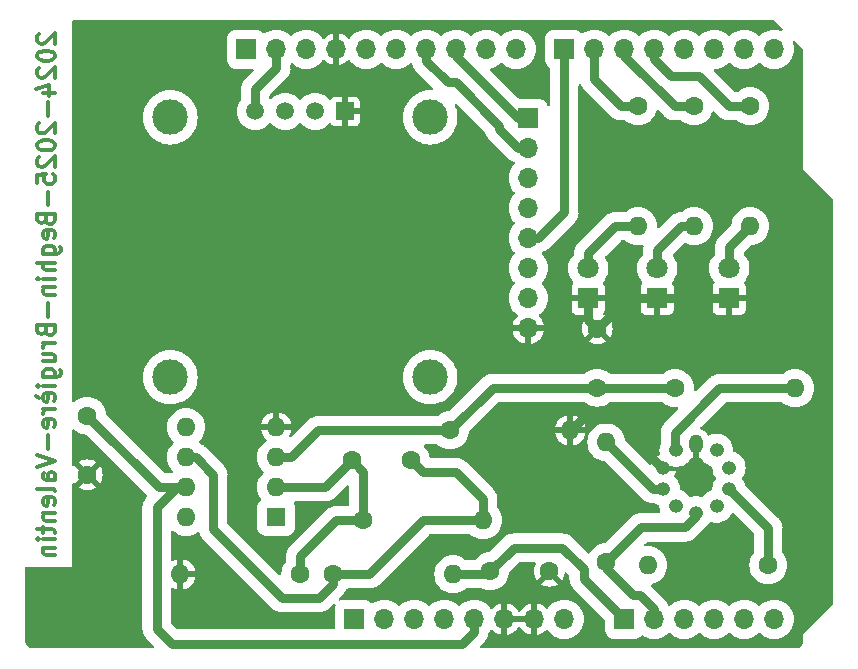
<source format=gbr>
%TF.GenerationSoftware,KiCad,Pcbnew,7.0.8*%
%TF.CreationDate,2025-01-06T14:28:22+01:00*%
%TF.ProjectId,Arduino_UNO,41726475-696e-46f5-9f55-4e4f2e6b6963,rev?*%
%TF.SameCoordinates,Original*%
%TF.FileFunction,Copper,L2,Bot*%
%TF.FilePolarity,Positive*%
%FSLAX46Y46*%
G04 Gerber Fmt 4.6, Leading zero omitted, Abs format (unit mm)*
G04 Created by KiCad (PCBNEW 7.0.8) date 2025-01-06 14:28:22*
%MOMM*%
%LPD*%
G01*
G04 APERTURE LIST*
%ADD10C,0.300000*%
%TA.AperFunction,NonConductor*%
%ADD11C,0.300000*%
%TD*%
%TA.AperFunction,ComponentPad*%
%ADD12R,1.700000X1.700000*%
%TD*%
%TA.AperFunction,ComponentPad*%
%ADD13O,1.700000X1.700000*%
%TD*%
%TA.AperFunction,ComponentPad*%
%ADD14C,1.600000*%
%TD*%
%TA.AperFunction,ComponentPad*%
%ADD15O,1.600000X1.600000*%
%TD*%
%TA.AperFunction,ComponentPad*%
%ADD16R,1.600000X1.600000*%
%TD*%
%TA.AperFunction,ComponentPad*%
%ADD17C,1.800000*%
%TD*%
%TA.AperFunction,ComponentPad*%
%ADD18R,1.800000X1.800000*%
%TD*%
%TA.AperFunction,ComponentPad*%
%ADD19O,1.200000X1.600000*%
%TD*%
%TA.AperFunction,ComponentPad*%
%ADD20O,1.200000X1.200000*%
%TD*%
%TA.AperFunction,ComponentPad*%
%ADD21R,1.508000X1.508000*%
%TD*%
%TA.AperFunction,ComponentPad*%
%ADD22C,1.508000*%
%TD*%
%TA.AperFunction,ComponentPad*%
%ADD23C,3.000000*%
%TD*%
%TA.AperFunction,Conductor*%
%ADD24C,0.800000*%
%TD*%
G04 APERTURE END LIST*
D10*
D11*
X101237685Y-47905082D02*
X101166257Y-47976510D01*
X101166257Y-47976510D02*
X101094828Y-48119368D01*
X101094828Y-48119368D02*
X101094828Y-48476510D01*
X101094828Y-48476510D02*
X101166257Y-48619368D01*
X101166257Y-48619368D02*
X101237685Y-48690796D01*
X101237685Y-48690796D02*
X101380542Y-48762225D01*
X101380542Y-48762225D02*
X101523400Y-48762225D01*
X101523400Y-48762225D02*
X101737685Y-48690796D01*
X101737685Y-48690796D02*
X102594828Y-47833653D01*
X102594828Y-47833653D02*
X102594828Y-48762225D01*
X101094828Y-49690796D02*
X101094828Y-49833653D01*
X101094828Y-49833653D02*
X101166257Y-49976510D01*
X101166257Y-49976510D02*
X101237685Y-50047939D01*
X101237685Y-50047939D02*
X101380542Y-50119367D01*
X101380542Y-50119367D02*
X101666257Y-50190796D01*
X101666257Y-50190796D02*
X102023400Y-50190796D01*
X102023400Y-50190796D02*
X102309114Y-50119367D01*
X102309114Y-50119367D02*
X102451971Y-50047939D01*
X102451971Y-50047939D02*
X102523400Y-49976510D01*
X102523400Y-49976510D02*
X102594828Y-49833653D01*
X102594828Y-49833653D02*
X102594828Y-49690796D01*
X102594828Y-49690796D02*
X102523400Y-49547939D01*
X102523400Y-49547939D02*
X102451971Y-49476510D01*
X102451971Y-49476510D02*
X102309114Y-49405081D01*
X102309114Y-49405081D02*
X102023400Y-49333653D01*
X102023400Y-49333653D02*
X101666257Y-49333653D01*
X101666257Y-49333653D02*
X101380542Y-49405081D01*
X101380542Y-49405081D02*
X101237685Y-49476510D01*
X101237685Y-49476510D02*
X101166257Y-49547939D01*
X101166257Y-49547939D02*
X101094828Y-49690796D01*
X101237685Y-50762224D02*
X101166257Y-50833652D01*
X101166257Y-50833652D02*
X101094828Y-50976510D01*
X101094828Y-50976510D02*
X101094828Y-51333652D01*
X101094828Y-51333652D02*
X101166257Y-51476510D01*
X101166257Y-51476510D02*
X101237685Y-51547938D01*
X101237685Y-51547938D02*
X101380542Y-51619367D01*
X101380542Y-51619367D02*
X101523400Y-51619367D01*
X101523400Y-51619367D02*
X101737685Y-51547938D01*
X101737685Y-51547938D02*
X102594828Y-50690795D01*
X102594828Y-50690795D02*
X102594828Y-51619367D01*
X101594828Y-52905081D02*
X102594828Y-52905081D01*
X101023400Y-52547938D02*
X102094828Y-52190795D01*
X102094828Y-52190795D02*
X102094828Y-53119366D01*
X102023400Y-53690794D02*
X102023400Y-54833652D01*
X101237685Y-55476509D02*
X101166257Y-55547937D01*
X101166257Y-55547937D02*
X101094828Y-55690795D01*
X101094828Y-55690795D02*
X101094828Y-56047937D01*
X101094828Y-56047937D02*
X101166257Y-56190795D01*
X101166257Y-56190795D02*
X101237685Y-56262223D01*
X101237685Y-56262223D02*
X101380542Y-56333652D01*
X101380542Y-56333652D02*
X101523400Y-56333652D01*
X101523400Y-56333652D02*
X101737685Y-56262223D01*
X101737685Y-56262223D02*
X102594828Y-55405080D01*
X102594828Y-55405080D02*
X102594828Y-56333652D01*
X101094828Y-57262223D02*
X101094828Y-57405080D01*
X101094828Y-57405080D02*
X101166257Y-57547937D01*
X101166257Y-57547937D02*
X101237685Y-57619366D01*
X101237685Y-57619366D02*
X101380542Y-57690794D01*
X101380542Y-57690794D02*
X101666257Y-57762223D01*
X101666257Y-57762223D02*
X102023400Y-57762223D01*
X102023400Y-57762223D02*
X102309114Y-57690794D01*
X102309114Y-57690794D02*
X102451971Y-57619366D01*
X102451971Y-57619366D02*
X102523400Y-57547937D01*
X102523400Y-57547937D02*
X102594828Y-57405080D01*
X102594828Y-57405080D02*
X102594828Y-57262223D01*
X102594828Y-57262223D02*
X102523400Y-57119366D01*
X102523400Y-57119366D02*
X102451971Y-57047937D01*
X102451971Y-57047937D02*
X102309114Y-56976508D01*
X102309114Y-56976508D02*
X102023400Y-56905080D01*
X102023400Y-56905080D02*
X101666257Y-56905080D01*
X101666257Y-56905080D02*
X101380542Y-56976508D01*
X101380542Y-56976508D02*
X101237685Y-57047937D01*
X101237685Y-57047937D02*
X101166257Y-57119366D01*
X101166257Y-57119366D02*
X101094828Y-57262223D01*
X101237685Y-58333651D02*
X101166257Y-58405079D01*
X101166257Y-58405079D02*
X101094828Y-58547937D01*
X101094828Y-58547937D02*
X101094828Y-58905079D01*
X101094828Y-58905079D02*
X101166257Y-59047937D01*
X101166257Y-59047937D02*
X101237685Y-59119365D01*
X101237685Y-59119365D02*
X101380542Y-59190794D01*
X101380542Y-59190794D02*
X101523400Y-59190794D01*
X101523400Y-59190794D02*
X101737685Y-59119365D01*
X101737685Y-59119365D02*
X102594828Y-58262222D01*
X102594828Y-58262222D02*
X102594828Y-59190794D01*
X101094828Y-60547936D02*
X101094828Y-59833650D01*
X101094828Y-59833650D02*
X101809114Y-59762222D01*
X101809114Y-59762222D02*
X101737685Y-59833650D01*
X101737685Y-59833650D02*
X101666257Y-59976508D01*
X101666257Y-59976508D02*
X101666257Y-60333650D01*
X101666257Y-60333650D02*
X101737685Y-60476508D01*
X101737685Y-60476508D02*
X101809114Y-60547936D01*
X101809114Y-60547936D02*
X101951971Y-60619365D01*
X101951971Y-60619365D02*
X102309114Y-60619365D01*
X102309114Y-60619365D02*
X102451971Y-60547936D01*
X102451971Y-60547936D02*
X102523400Y-60476508D01*
X102523400Y-60476508D02*
X102594828Y-60333650D01*
X102594828Y-60333650D02*
X102594828Y-59976508D01*
X102594828Y-59976508D02*
X102523400Y-59833650D01*
X102523400Y-59833650D02*
X102451971Y-59762222D01*
X102023400Y-61262221D02*
X102023400Y-62405079D01*
X101809114Y-63619364D02*
X101880542Y-63833650D01*
X101880542Y-63833650D02*
X101951971Y-63905079D01*
X101951971Y-63905079D02*
X102094828Y-63976507D01*
X102094828Y-63976507D02*
X102309114Y-63976507D01*
X102309114Y-63976507D02*
X102451971Y-63905079D01*
X102451971Y-63905079D02*
X102523400Y-63833650D01*
X102523400Y-63833650D02*
X102594828Y-63690793D01*
X102594828Y-63690793D02*
X102594828Y-63119364D01*
X102594828Y-63119364D02*
X101094828Y-63119364D01*
X101094828Y-63119364D02*
X101094828Y-63619364D01*
X101094828Y-63619364D02*
X101166257Y-63762222D01*
X101166257Y-63762222D02*
X101237685Y-63833650D01*
X101237685Y-63833650D02*
X101380542Y-63905079D01*
X101380542Y-63905079D02*
X101523400Y-63905079D01*
X101523400Y-63905079D02*
X101666257Y-63833650D01*
X101666257Y-63833650D02*
X101737685Y-63762222D01*
X101737685Y-63762222D02*
X101809114Y-63619364D01*
X101809114Y-63619364D02*
X101809114Y-63119364D01*
X102523400Y-65190793D02*
X102594828Y-65047936D01*
X102594828Y-65047936D02*
X102594828Y-64762222D01*
X102594828Y-64762222D02*
X102523400Y-64619364D01*
X102523400Y-64619364D02*
X102380542Y-64547936D01*
X102380542Y-64547936D02*
X101809114Y-64547936D01*
X101809114Y-64547936D02*
X101666257Y-64619364D01*
X101666257Y-64619364D02*
X101594828Y-64762222D01*
X101594828Y-64762222D02*
X101594828Y-65047936D01*
X101594828Y-65047936D02*
X101666257Y-65190793D01*
X101666257Y-65190793D02*
X101809114Y-65262222D01*
X101809114Y-65262222D02*
X101951971Y-65262222D01*
X101951971Y-65262222D02*
X102094828Y-64547936D01*
X101594828Y-66547936D02*
X102809114Y-66547936D01*
X102809114Y-66547936D02*
X102951971Y-66476507D01*
X102951971Y-66476507D02*
X103023400Y-66405078D01*
X103023400Y-66405078D02*
X103094828Y-66262221D01*
X103094828Y-66262221D02*
X103094828Y-66047936D01*
X103094828Y-66047936D02*
X103023400Y-65905078D01*
X102523400Y-66547936D02*
X102594828Y-66405078D01*
X102594828Y-66405078D02*
X102594828Y-66119364D01*
X102594828Y-66119364D02*
X102523400Y-65976507D01*
X102523400Y-65976507D02*
X102451971Y-65905078D01*
X102451971Y-65905078D02*
X102309114Y-65833650D01*
X102309114Y-65833650D02*
X101880542Y-65833650D01*
X101880542Y-65833650D02*
X101737685Y-65905078D01*
X101737685Y-65905078D02*
X101666257Y-65976507D01*
X101666257Y-65976507D02*
X101594828Y-66119364D01*
X101594828Y-66119364D02*
X101594828Y-66405078D01*
X101594828Y-66405078D02*
X101666257Y-66547936D01*
X102594828Y-67262221D02*
X101094828Y-67262221D01*
X102594828Y-67905079D02*
X101809114Y-67905079D01*
X101809114Y-67905079D02*
X101666257Y-67833650D01*
X101666257Y-67833650D02*
X101594828Y-67690793D01*
X101594828Y-67690793D02*
X101594828Y-67476507D01*
X101594828Y-67476507D02*
X101666257Y-67333650D01*
X101666257Y-67333650D02*
X101737685Y-67262221D01*
X102594828Y-68619364D02*
X101594828Y-68619364D01*
X101094828Y-68619364D02*
X101166257Y-68547936D01*
X101166257Y-68547936D02*
X101237685Y-68619364D01*
X101237685Y-68619364D02*
X101166257Y-68690793D01*
X101166257Y-68690793D02*
X101094828Y-68619364D01*
X101094828Y-68619364D02*
X101237685Y-68619364D01*
X101594828Y-69333650D02*
X102594828Y-69333650D01*
X101737685Y-69333650D02*
X101666257Y-69405079D01*
X101666257Y-69405079D02*
X101594828Y-69547936D01*
X101594828Y-69547936D02*
X101594828Y-69762222D01*
X101594828Y-69762222D02*
X101666257Y-69905079D01*
X101666257Y-69905079D02*
X101809114Y-69976508D01*
X101809114Y-69976508D02*
X102594828Y-69976508D01*
X102023400Y-70690793D02*
X102023400Y-71833651D01*
X101809114Y-73047936D02*
X101880542Y-73262222D01*
X101880542Y-73262222D02*
X101951971Y-73333651D01*
X101951971Y-73333651D02*
X102094828Y-73405079D01*
X102094828Y-73405079D02*
X102309114Y-73405079D01*
X102309114Y-73405079D02*
X102451971Y-73333651D01*
X102451971Y-73333651D02*
X102523400Y-73262222D01*
X102523400Y-73262222D02*
X102594828Y-73119365D01*
X102594828Y-73119365D02*
X102594828Y-72547936D01*
X102594828Y-72547936D02*
X101094828Y-72547936D01*
X101094828Y-72547936D02*
X101094828Y-73047936D01*
X101094828Y-73047936D02*
X101166257Y-73190794D01*
X101166257Y-73190794D02*
X101237685Y-73262222D01*
X101237685Y-73262222D02*
X101380542Y-73333651D01*
X101380542Y-73333651D02*
X101523400Y-73333651D01*
X101523400Y-73333651D02*
X101666257Y-73262222D01*
X101666257Y-73262222D02*
X101737685Y-73190794D01*
X101737685Y-73190794D02*
X101809114Y-73047936D01*
X101809114Y-73047936D02*
X101809114Y-72547936D01*
X102594828Y-74047936D02*
X101594828Y-74047936D01*
X101880542Y-74047936D02*
X101737685Y-74119365D01*
X101737685Y-74119365D02*
X101666257Y-74190794D01*
X101666257Y-74190794D02*
X101594828Y-74333651D01*
X101594828Y-74333651D02*
X101594828Y-74476508D01*
X101594828Y-75619365D02*
X102594828Y-75619365D01*
X101594828Y-74976507D02*
X102380542Y-74976507D01*
X102380542Y-74976507D02*
X102523400Y-75047936D01*
X102523400Y-75047936D02*
X102594828Y-75190793D01*
X102594828Y-75190793D02*
X102594828Y-75405079D01*
X102594828Y-75405079D02*
X102523400Y-75547936D01*
X102523400Y-75547936D02*
X102451971Y-75619365D01*
X101594828Y-76976508D02*
X102809114Y-76976508D01*
X102809114Y-76976508D02*
X102951971Y-76905079D01*
X102951971Y-76905079D02*
X103023400Y-76833650D01*
X103023400Y-76833650D02*
X103094828Y-76690793D01*
X103094828Y-76690793D02*
X103094828Y-76476508D01*
X103094828Y-76476508D02*
X103023400Y-76333650D01*
X102523400Y-76976508D02*
X102594828Y-76833650D01*
X102594828Y-76833650D02*
X102594828Y-76547936D01*
X102594828Y-76547936D02*
X102523400Y-76405079D01*
X102523400Y-76405079D02*
X102451971Y-76333650D01*
X102451971Y-76333650D02*
X102309114Y-76262222D01*
X102309114Y-76262222D02*
X101880542Y-76262222D01*
X101880542Y-76262222D02*
X101737685Y-76333650D01*
X101737685Y-76333650D02*
X101666257Y-76405079D01*
X101666257Y-76405079D02*
X101594828Y-76547936D01*
X101594828Y-76547936D02*
X101594828Y-76833650D01*
X101594828Y-76833650D02*
X101666257Y-76976508D01*
X102594828Y-77690793D02*
X101594828Y-77690793D01*
X101094828Y-77690793D02*
X101166257Y-77619365D01*
X101166257Y-77619365D02*
X101237685Y-77690793D01*
X101237685Y-77690793D02*
X101166257Y-77762222D01*
X101166257Y-77762222D02*
X101094828Y-77690793D01*
X101094828Y-77690793D02*
X101237685Y-77690793D01*
X102523400Y-78976508D02*
X102594828Y-78833651D01*
X102594828Y-78833651D02*
X102594828Y-78547937D01*
X102594828Y-78547937D02*
X102523400Y-78405079D01*
X102523400Y-78405079D02*
X102380542Y-78333651D01*
X102380542Y-78333651D02*
X101809114Y-78333651D01*
X101809114Y-78333651D02*
X101666257Y-78405079D01*
X101666257Y-78405079D02*
X101594828Y-78547937D01*
X101594828Y-78547937D02*
X101594828Y-78833651D01*
X101594828Y-78833651D02*
X101666257Y-78976508D01*
X101666257Y-78976508D02*
X101809114Y-79047937D01*
X101809114Y-79047937D02*
X101951971Y-79047937D01*
X101951971Y-79047937D02*
X102094828Y-78333651D01*
X101023400Y-78547937D02*
X101237685Y-78762222D01*
X102594828Y-79690793D02*
X101594828Y-79690793D01*
X101880542Y-79690793D02*
X101737685Y-79762222D01*
X101737685Y-79762222D02*
X101666257Y-79833651D01*
X101666257Y-79833651D02*
X101594828Y-79976508D01*
X101594828Y-79976508D02*
X101594828Y-80119365D01*
X102523400Y-81190793D02*
X102594828Y-81047936D01*
X102594828Y-81047936D02*
X102594828Y-80762222D01*
X102594828Y-80762222D02*
X102523400Y-80619364D01*
X102523400Y-80619364D02*
X102380542Y-80547936D01*
X102380542Y-80547936D02*
X101809114Y-80547936D01*
X101809114Y-80547936D02*
X101666257Y-80619364D01*
X101666257Y-80619364D02*
X101594828Y-80762222D01*
X101594828Y-80762222D02*
X101594828Y-81047936D01*
X101594828Y-81047936D02*
X101666257Y-81190793D01*
X101666257Y-81190793D02*
X101809114Y-81262222D01*
X101809114Y-81262222D02*
X101951971Y-81262222D01*
X101951971Y-81262222D02*
X102094828Y-80547936D01*
X102023400Y-81905078D02*
X102023400Y-83047936D01*
X101094828Y-83547936D02*
X102594828Y-84047936D01*
X102594828Y-84047936D02*
X101094828Y-84547936D01*
X102594828Y-85690793D02*
X101809114Y-85690793D01*
X101809114Y-85690793D02*
X101666257Y-85619364D01*
X101666257Y-85619364D02*
X101594828Y-85476507D01*
X101594828Y-85476507D02*
X101594828Y-85190793D01*
X101594828Y-85190793D02*
X101666257Y-85047935D01*
X102523400Y-85690793D02*
X102594828Y-85547935D01*
X102594828Y-85547935D02*
X102594828Y-85190793D01*
X102594828Y-85190793D02*
X102523400Y-85047935D01*
X102523400Y-85047935D02*
X102380542Y-84976507D01*
X102380542Y-84976507D02*
X102237685Y-84976507D01*
X102237685Y-84976507D02*
X102094828Y-85047935D01*
X102094828Y-85047935D02*
X102023400Y-85190793D01*
X102023400Y-85190793D02*
X102023400Y-85547935D01*
X102023400Y-85547935D02*
X101951971Y-85690793D01*
X102594828Y-86619364D02*
X102523400Y-86476507D01*
X102523400Y-86476507D02*
X102380542Y-86405078D01*
X102380542Y-86405078D02*
X101094828Y-86405078D01*
X102523400Y-87762221D02*
X102594828Y-87619364D01*
X102594828Y-87619364D02*
X102594828Y-87333650D01*
X102594828Y-87333650D02*
X102523400Y-87190792D01*
X102523400Y-87190792D02*
X102380542Y-87119364D01*
X102380542Y-87119364D02*
X101809114Y-87119364D01*
X101809114Y-87119364D02*
X101666257Y-87190792D01*
X101666257Y-87190792D02*
X101594828Y-87333650D01*
X101594828Y-87333650D02*
X101594828Y-87619364D01*
X101594828Y-87619364D02*
X101666257Y-87762221D01*
X101666257Y-87762221D02*
X101809114Y-87833650D01*
X101809114Y-87833650D02*
X101951971Y-87833650D01*
X101951971Y-87833650D02*
X102094828Y-87119364D01*
X101594828Y-88476506D02*
X102594828Y-88476506D01*
X101737685Y-88476506D02*
X101666257Y-88547935D01*
X101666257Y-88547935D02*
X101594828Y-88690792D01*
X101594828Y-88690792D02*
X101594828Y-88905078D01*
X101594828Y-88905078D02*
X101666257Y-89047935D01*
X101666257Y-89047935D02*
X101809114Y-89119364D01*
X101809114Y-89119364D02*
X102594828Y-89119364D01*
X101594828Y-89619364D02*
X101594828Y-90190792D01*
X101094828Y-89833649D02*
X102380542Y-89833649D01*
X102380542Y-89833649D02*
X102523400Y-89905078D01*
X102523400Y-89905078D02*
X102594828Y-90047935D01*
X102594828Y-90047935D02*
X102594828Y-90190792D01*
X102594828Y-90690792D02*
X101594828Y-90690792D01*
X101094828Y-90690792D02*
X101166257Y-90619364D01*
X101166257Y-90619364D02*
X101237685Y-90690792D01*
X101237685Y-90690792D02*
X101166257Y-90762221D01*
X101166257Y-90762221D02*
X101094828Y-90690792D01*
X101094828Y-90690792D02*
X101237685Y-90690792D01*
X101594828Y-91405078D02*
X102594828Y-91405078D01*
X101737685Y-91405078D02*
X101666257Y-91476507D01*
X101666257Y-91476507D02*
X101594828Y-91619364D01*
X101594828Y-91619364D02*
X101594828Y-91833650D01*
X101594828Y-91833650D02*
X101666257Y-91976507D01*
X101666257Y-91976507D02*
X101809114Y-92047936D01*
X101809114Y-92047936D02*
X102594828Y-92047936D01*
D12*
%TO.P,J1,1,Pin_1*%
%TO.N,unconnected-(J1-Pin_1-Pad1)*%
X127940000Y-97460000D03*
D13*
%TO.P,J1,2,Pin_2*%
%TO.N,unconnected-(J1-Pin_2-Pad2)*%
X130480000Y-97460000D03*
%TO.P,J1,3,Pin_3*%
%TO.N,unconnected-(J1-Pin_3-Pad3)*%
X133020000Y-97460000D03*
%TO.P,J1,4,Pin_4*%
%TO.N,+3V3*%
X135560000Y-97460000D03*
%TO.P,J1,5,Pin_5*%
%TO.N,+5V*%
X138100000Y-97460000D03*
%TO.P,J1,6,Pin_6*%
%TO.N,GND*%
X140640000Y-97460000D03*
%TO.P,J1,7,Pin_7*%
X143180000Y-97460000D03*
%TO.P,J1,8,Pin_8*%
%TO.N,VCC*%
X145720000Y-97460000D03*
%TD*%
D12*
%TO.P,J3,1,Pin_1*%
%TO.N,ADC1*%
X150800000Y-97460000D03*
D13*
%TO.P,J3,2,Pin_2*%
%TO.N,ADC2*%
X153340000Y-97460000D03*
%TO.P,J3,3,Pin_3*%
%TO.N,unconnected-(J3-Pin_3-Pad3)*%
X155880000Y-97460000D03*
%TO.P,J3,4,Pin_4*%
%TO.N,unconnected-(J3-Pin_4-Pad4)*%
X158420000Y-97460000D03*
%TO.P,J3,5,Pin_5*%
%TO.N,OLED_SDA*%
X160960000Y-97460000D03*
%TO.P,J3,6,Pin_6*%
%TO.N,OLED_SCL*%
X163500000Y-97460000D03*
%TD*%
D12*
%TO.P,J2,1,Pin_1*%
%TO.N,OLED_SCL*%
X118796000Y-49200000D03*
D13*
%TO.P,J2,2,Pin_2*%
%TO.N,OLED_SDA*%
X121336000Y-49200000D03*
%TO.P,J2,3,Pin_3*%
%TO.N,unconnected-(J2-Pin_3-Pad3)*%
X123876000Y-49200000D03*
%TO.P,J2,4,Pin_4*%
%TO.N,GND*%
X126416000Y-49200000D03*
%TO.P,J2,5,Pin_5*%
%TO.N,unconnected-(J2-Pin_5-Pad5)*%
X128956000Y-49200000D03*
%TO.P,J2,6,Pin_6*%
%TO.N,unconnected-(J2-Pin_6-Pad6)*%
X131496000Y-49200000D03*
%TO.P,J2,7,Pin_7*%
%TO.N,Rx_LoRa*%
X134036000Y-49200000D03*
%TO.P,J2,8,Pin_8*%
%TO.N,Tx_LoRa*%
X136576000Y-49200000D03*
%TO.P,J2,9,Pin_9*%
%TO.N,unconnected-(J2-Pin_9-Pad9)*%
X139116000Y-49200000D03*
%TO.P,J2,10,Pin_10*%
%TO.N,unconnected-(J2-Pin_10-Pad10)*%
X141656000Y-49200000D03*
%TD*%
D12*
%TO.P,J4,1,Pin_1*%
%TO.N,RST*%
X145720000Y-49200000D03*
D13*
%TO.P,J4,2,Pin_2*%
%TO.N,LED_R*%
X148260000Y-49200000D03*
%TO.P,J4,3,Pin_3*%
%TO.N,LED_J*%
X150800000Y-49200000D03*
%TO.P,J4,4,Pin_4*%
%TO.N,LED_V*%
X153340000Y-49200000D03*
%TO.P,J4,5,Pin_5*%
%TO.N,unconnected-(J4-Pin_5-Pad5)*%
X155880000Y-49200000D03*
%TO.P,J4,6,Pin_6*%
%TO.N,unconnected-(J4-Pin_6-Pad6)*%
X158420000Y-49200000D03*
%TO.P,J4,7,Pin_7*%
%TO.N,unconnected-(J4-Pin_7-Pad7)*%
X160960000Y-49200000D03*
%TO.P,J4,8,Pin_8*%
%TO.N,unconnected-(J4-Pin_8-Pad8)*%
X163500000Y-49200000D03*
%TD*%
D14*
%TO.P,C2,1*%
%TO.N,ADC1*%
X139450000Y-93396000D03*
%TO.P,C2,2*%
%TO.N,GND*%
X144450000Y-93396000D03*
%TD*%
%TO.P,R2,1*%
%TO.N,Net-(U1--IN)*%
X123368000Y-93650000D03*
D15*
%TO.P,R2,2*%
%TO.N,GND*%
X113208000Y-93650000D03*
%TD*%
D14*
%TO.P,R7,1*%
%TO.N,Net-(U3-ResB)*%
X162992000Y-92888000D03*
D15*
%TO.P,R7,2*%
%TO.N,+12V*%
X152832000Y-92888000D03*
%TD*%
D14*
%TO.P,R3,1*%
%TO.N,Net-(U1--IN)*%
X128702000Y-89078000D03*
D15*
%TO.P,R3,2*%
%TO.N,Net-(U1-OUT)*%
X138862000Y-89078000D03*
%TD*%
D16*
%TO.P,U1,1,NC_2*%
%TO.N,unconnected-(U1-NC_2-Pad1)*%
X121326000Y-88814000D03*
D15*
%TO.P,U1,2,-IN*%
%TO.N,Net-(U1--IN)*%
X121326000Y-86274000D03*
%TO.P,U1,3,+IN*%
%TO.N,Net-(U1-+IN)*%
X121326000Y-83734000D03*
%TO.P,U1,4,V-*%
%TO.N,GND*%
X121326000Y-81194000D03*
%TO.P,U1,5,EXTCLOCKINPUT*%
%TO.N,unconnected-(U1-EXTCLOCKINPUT-Pad5)*%
X113706000Y-81194000D03*
%TO.P,U1,6,OUT*%
%TO.N,Net-(U1-OUT)*%
X113706000Y-83734000D03*
%TO.P,U1,7,V+*%
%TO.N,+5V*%
X113706000Y-86274000D03*
%TO.P,U1,8,NC*%
%TO.N,unconnected-(U1-NC-Pad8)*%
X113706000Y-88814000D03*
%TD*%
D14*
%TO.P,C4,1*%
%TO.N,Net-(U1--IN)*%
X127726000Y-83998000D03*
%TO.P,C4,2*%
%TO.N,Net-(U1-OUT)*%
X132726000Y-83998000D03*
%TD*%
D17*
%TO.P,D3,2,A*%
%TO.N,Net-(D3-A)*%
X147752000Y-67747000D03*
D18*
%TO.P,D3,1,K*%
%TO.N,GND*%
X147752000Y-70287000D03*
%TD*%
D14*
%TO.P,R1,1*%
%TO.N,Net-(U1-+IN)*%
X136068000Y-81458000D03*
D15*
%TO.P,R1,2*%
%TO.N,GND*%
X146228000Y-81458000D03*
%TD*%
D14*
%TO.P,R9,1*%
%TO.N,LED_J*%
X156718000Y-54026000D03*
D15*
%TO.P,R9,2*%
%TO.N,Net-(D2-A)*%
X156718000Y-64186000D03*
%TD*%
D18*
%TO.P,D1,1,K*%
%TO.N,GND*%
X159690000Y-70282000D03*
D17*
%TO.P,D1,2,A*%
%TO.N,Net-(D1-A)*%
X159690000Y-67742000D03*
%TD*%
D14*
%TO.P,C3,1*%
%TO.N,+5V*%
X105334000Y-80228000D03*
%TO.P,C3,2*%
%TO.N,GND*%
X105334000Y-85228000D03*
%TD*%
%TO.P,R10,1*%
%TO.N,LED_R*%
X151968000Y-54026000D03*
D15*
%TO.P,R10,2*%
%TO.N,Net-(D3-A)*%
X151968000Y-64186000D03*
%TD*%
D18*
%TO.P,D2,1,K*%
%TO.N,GND*%
X153594000Y-70287000D03*
D17*
%TO.P,D2,2,A*%
%TO.N,Net-(D2-A)*%
X153594000Y-67747000D03*
%TD*%
D14*
%TO.P,R5,1*%
%TO.N,Net-(U1-+IN)*%
X155118000Y-77902000D03*
D15*
%TO.P,R5,2*%
%TO.N,GAS1*%
X165278000Y-77902000D03*
%TD*%
D14*
%TO.P,R4,1*%
%TO.N,ADC2*%
X149276000Y-92634000D03*
D15*
%TO.P,R4,2*%
%TO.N,+5V*%
X149276000Y-82474000D03*
%TD*%
D14*
%TO.P,C1,1*%
%TO.N,Net-(U1-+IN)*%
X148514000Y-77862000D03*
%TO.P,C1,2*%
%TO.N,GND*%
X148514000Y-72862000D03*
%TD*%
%TO.P,R6,1*%
%TO.N,Net-(U1-OUT)*%
X126162000Y-93650000D03*
D15*
%TO.P,R6,2*%
%TO.N,ADC1*%
X136322000Y-93650000D03*
%TD*%
D14*
%TO.P,R8,1*%
%TO.N,LED_V*%
X161468000Y-54026000D03*
D15*
%TO.P,R8,2*%
%TO.N,Net-(D1-A)*%
X161468000Y-64186000D03*
%TD*%
D19*
%TO.P,U3,1,TempA*%
%TO.N,GND*%
X156896000Y-82607000D03*
D20*
%TO.P,U3,2,Gas1A*%
%TO.N,GAS1*%
X155179667Y-83164670D03*
%TO.P,U3,3,ResA*%
%TO.N,GND*%
X154118915Y-84624670D03*
%TO.P,U3,4,Gas1B*%
%TO.N,+5V*%
X154118915Y-86429330D03*
%TO.P,U3,5,NC*%
%TO.N,unconnected-(U3-NC-Pad5)*%
X155179667Y-87889330D03*
%TO.P,U3,6,TempB*%
%TO.N,ADC2*%
X156896000Y-88447000D03*
%TO.P,U3,7,Gas2A*%
%TO.N,unconnected-(U3-Gas2A-Pad7)*%
X158612333Y-87889330D03*
%TO.P,U3,8,ResB*%
%TO.N,Net-(U3-ResB)*%
X159673085Y-86429330D03*
%TO.P,U3,9,Gas2B*%
%TO.N,unconnected-(U3-Gas2B-Pad9)*%
X159673085Y-84624670D03*
%TO.P,U3,10,NC*%
%TO.N,unconnected-(U3-NC-Pad10)*%
X158612333Y-83164670D03*
%TD*%
D21*
%TO.P,U2,1,GND*%
%TO.N,GND*%
X127178000Y-54464000D03*
D22*
%TO.P,U2,2,VCC*%
%TO.N,+5V*%
X124638000Y-54464000D03*
%TO.P,U2,3,SCL*%
%TO.N,OLED_SCL*%
X122098000Y-54464000D03*
%TO.P,U2,4,SDA*%
%TO.N,OLED_SDA*%
X119558000Y-54464000D03*
D23*
%TO.P,U2,S1*%
%TO.N,N/C*%
X134368000Y-54964000D03*
%TO.P,U2,S2*%
X112368000Y-54964000D03*
%TO.P,U2,S3*%
X112368000Y-76964000D03*
%TO.P,U2,S4*%
X134368000Y-76964000D03*
%TD*%
D12*
%TO.P,J5,1,Pin_1*%
%TO.N,Tx_LoRa*%
X142672000Y-55042000D03*
D13*
%TO.P,J5,2,Pin_2*%
%TO.N,Rx_LoRa*%
X142672000Y-57582000D03*
%TO.P,J5,3,Pin_3*%
%TO.N,unconnected-(J5-Pin_3-Pad3)*%
X142672000Y-60122000D03*
%TO.P,J5,4,Pin_4*%
%TO.N,unconnected-(J5-Pin_4-Pad4)*%
X142672000Y-62662000D03*
%TO.P,J5,5,Pin_5*%
%TO.N,RST*%
X142672000Y-65202000D03*
%TO.P,J5,6,Pin_6*%
%TO.N,+3.3V*%
X142672000Y-67742000D03*
%TO.P,J5,7,Pin_7*%
%TO.N,unconnected-(J5-Pin_7-Pad7)*%
X142672000Y-70282000D03*
%TO.P,J5,8,Pin_8*%
%TO.N,GND*%
X142672000Y-72822000D03*
%TD*%
D24*
%TO.N,GND*%
X150832000Y-80474000D02*
X147212000Y-80474000D01*
X147212000Y-80474000D02*
X146228000Y-81458000D01*
X151276000Y-80918000D02*
X150832000Y-80474000D01*
X153966670Y-84624670D02*
X151276000Y-81934000D01*
X154118915Y-84624670D02*
X153966670Y-84624670D01*
X151276000Y-81934000D02*
X151276000Y-80918000D01*
X151094000Y-70282000D02*
X148514000Y-72862000D01*
X159690000Y-70282000D02*
X151094000Y-70282000D01*
X151089000Y-70287000D02*
X148514000Y-72862000D01*
X153594000Y-70287000D02*
X151089000Y-70287000D01*
X147752000Y-70287000D02*
X147752000Y-72100000D01*
X147752000Y-72100000D02*
X148514000Y-72862000D01*
%TO.N,LED_J*%
X155057914Y-54026000D02*
X156718000Y-54026000D01*
X150800000Y-49768086D02*
X155057914Y-54026000D01*
X150800000Y-49200000D02*
X150800000Y-49768086D01*
%TO.N,Net-(U1-OUT)*%
X121812000Y-95650000D02*
X116002000Y-89840000D01*
X116002000Y-89840000D02*
X116002000Y-85230000D01*
X114506000Y-83734000D02*
X113706000Y-83734000D01*
X124962000Y-95650000D02*
X121812000Y-95650000D01*
X126162000Y-94450000D02*
X124962000Y-95650000D01*
X126162000Y-93650000D02*
X126162000Y-94450000D01*
X116002000Y-85230000D02*
X114506000Y-83734000D01*
%TO.N,Net-(U1-+IN)*%
X122616000Y-83734000D02*
X121326000Y-83734000D01*
X124892000Y-81458000D02*
X122616000Y-83734000D01*
X136068000Y-81458000D02*
X124892000Y-81458000D01*
%TO.N,+5V*%
X137084000Y-99525000D02*
X138100000Y-98509000D01*
X112479000Y-99525000D02*
X137084000Y-99525000D01*
X111208000Y-98254000D02*
X112479000Y-99525000D01*
X111208000Y-87972000D02*
X111208000Y-98254000D01*
X112906000Y-86274000D02*
X111208000Y-87972000D01*
X113706000Y-86274000D02*
X112906000Y-86274000D01*
X138100000Y-98509000D02*
X138100000Y-97460000D01*
X113706000Y-86274000D02*
X111380000Y-86274000D01*
X153231330Y-86429330D02*
X149276000Y-82474000D01*
X111380000Y-86274000D02*
X105334000Y-80228000D01*
X154118915Y-86429330D02*
X153231330Y-86429330D01*
%TO.N,Net-(U1-+IN)*%
X139664000Y-77862000D02*
X136068000Y-81458000D01*
X155078000Y-77862000D02*
X155118000Y-77902000D01*
X148514000Y-77862000D02*
X139664000Y-77862000D01*
X148514000Y-77862000D02*
X155078000Y-77862000D01*
%TO.N,ADC1*%
X147357343Y-94017343D02*
X150800000Y-97460000D01*
X141450000Y-91396000D02*
X145530000Y-91396000D01*
X139196000Y-93650000D02*
X139450000Y-93396000D01*
X139450000Y-93396000D02*
X141450000Y-91396000D01*
X136322000Y-93650000D02*
X139196000Y-93650000D01*
X147357343Y-93223343D02*
X147357343Y-94017343D01*
X145530000Y-91396000D02*
X147357343Y-93223343D01*
%TO.N,Net-(U1--IN)*%
X128702000Y-84974000D02*
X127726000Y-83998000D01*
X123368000Y-92126000D02*
X123368000Y-93650000D01*
X125450000Y-86274000D02*
X127726000Y-83998000D01*
X126416000Y-89078000D02*
X123368000Y-92126000D01*
X121326000Y-86274000D02*
X125450000Y-86274000D01*
X128702000Y-89078000D02*
X128702000Y-84974000D01*
X128702000Y-89078000D02*
X126416000Y-89078000D01*
%TO.N,Net-(U1-OUT)*%
X133782000Y-89078000D02*
X138862000Y-89078000D01*
X138862000Y-89078000D02*
X138862000Y-87300000D01*
X126162000Y-93650000D02*
X129210000Y-93650000D01*
X129210000Y-93650000D02*
X133782000Y-89078000D01*
X138862000Y-87300000D02*
X136576000Y-85014000D01*
X133742000Y-85014000D02*
X132726000Y-83998000D01*
X136576000Y-85014000D02*
X133742000Y-85014000D01*
%TO.N,Net-(D1-A)*%
X159690000Y-67742000D02*
X159690000Y-65964000D01*
X159690000Y-65964000D02*
X161468000Y-64186000D01*
%TO.N,Net-(D2-A)*%
X153594000Y-66218000D02*
X155626000Y-64186000D01*
X155626000Y-64186000D02*
X156718000Y-64186000D01*
X153594000Y-67747000D02*
X153594000Y-66218000D01*
%TO.N,Net-(D3-A)*%
X151968000Y-64186000D02*
X150038000Y-64186000D01*
X150038000Y-64186000D02*
X147752000Y-66472000D01*
X147752000Y-66472000D02*
X147752000Y-67747000D01*
%TO.N,OLED_SDA*%
X119558000Y-52581573D02*
X121336000Y-50803573D01*
X119558000Y-54464000D02*
X119558000Y-52581573D01*
X121336000Y-50803573D02*
X121336000Y-49200000D01*
%TO.N,Rx_LoRa*%
X140222000Y-55989056D02*
X141814944Y-57582000D01*
X134036000Y-49200000D02*
X134036000Y-50216000D01*
X134036000Y-50216000D02*
X135835123Y-52015123D01*
X135835123Y-52015123D02*
X136532381Y-52015123D01*
X136532381Y-52015123D02*
X140222000Y-55704742D01*
X141814944Y-57582000D02*
X142672000Y-57582000D01*
X140222000Y-55704742D02*
X140222000Y-55989056D01*
%TO.N,Tx_LoRa*%
X141822000Y-55042000D02*
X136576000Y-49796000D01*
X136576000Y-49796000D02*
X136576000Y-49200000D01*
X142672000Y-55042000D02*
X141822000Y-55042000D01*
%TO.N,ADC2*%
X152147056Y-95410000D02*
X151544000Y-95410000D01*
X156896000Y-88447000D02*
X156896000Y-88718581D01*
X153340000Y-96602944D02*
X152147056Y-95410000D01*
X156896000Y-88718581D02*
X155925251Y-89689330D01*
X149276000Y-92634000D02*
X152220670Y-89689330D01*
X153340000Y-97460000D02*
X153340000Y-96602944D01*
X151544000Y-95410000D02*
X149276000Y-93142000D01*
X149276000Y-93142000D02*
X149276000Y-92634000D01*
X152220670Y-89689330D02*
X155925251Y-89689330D01*
%TO.N,RST*%
X145720000Y-63004000D02*
X143522000Y-65202000D01*
X145720000Y-49200000D02*
X145720000Y-63004000D01*
X143522000Y-65202000D02*
X142672000Y-65202000D01*
%TO.N,LED_R*%
X148260000Y-51740000D02*
X148260000Y-49200000D01*
X151968000Y-54026000D02*
X150546000Y-54026000D01*
X150546000Y-54026000D02*
X148260000Y-51740000D01*
%TO.N,LED_V*%
X153340000Y-50045344D02*
X154780656Y-51486000D01*
X159690000Y-54026000D02*
X161468000Y-54026000D01*
X157150000Y-51486000D02*
X159690000Y-54026000D01*
X154780656Y-51486000D02*
X157150000Y-51486000D01*
X153340000Y-49200000D02*
X153340000Y-50045344D01*
%TO.N,GAS1*%
X158855416Y-77902000D02*
X155096000Y-81661416D01*
X165278000Y-77902000D02*
X158855416Y-77902000D01*
X155096000Y-81661416D02*
X155096000Y-83081003D01*
%TO.N,Net-(U3-ResB)*%
X162992000Y-89723413D02*
X162992000Y-92888000D01*
X159697917Y-86429330D02*
X162992000Y-89723413D01*
X159673085Y-86429330D02*
X159697917Y-86429330D01*
%TD*%
%TA.AperFunction,Conductor*%
%TO.N,GND*%
G36*
X104254870Y-81411133D02*
G01*
X104341640Y-81485241D01*
X104390343Y-81526838D01*
X104390346Y-81526839D01*
X104605140Y-81658466D01*
X104814391Y-81745140D01*
X104837889Y-81754873D01*
X105082852Y-81813683D01*
X105188194Y-81821973D01*
X105253483Y-81846856D01*
X105266147Y-81857910D01*
X110356483Y-86948246D01*
X110389968Y-87009569D01*
X110384984Y-87079261D01*
X110352343Y-87127561D01*
X110330416Y-87147551D01*
X110317017Y-87159766D01*
X110267564Y-87225251D01*
X110265787Y-87227495D01*
X110213350Y-87290644D01*
X110213344Y-87290652D01*
X110201860Y-87311271D01*
X110197172Y-87318465D01*
X110195781Y-87320309D01*
X110182943Y-87337309D01*
X110146350Y-87410793D01*
X110145015Y-87413325D01*
X110105083Y-87485017D01*
X110097582Y-87507399D01*
X110094294Y-87515337D01*
X110083773Y-87536466D01*
X110083771Y-87536470D01*
X110083771Y-87536472D01*
X110081629Y-87544000D01*
X110061306Y-87615425D01*
X110060459Y-87618160D01*
X110034382Y-87695962D01*
X110034380Y-87695973D01*
X110031119Y-87719344D01*
X110029346Y-87727750D01*
X110022885Y-87750458D01*
X110022885Y-87750462D01*
X110015310Y-87832204D01*
X110014980Y-87835048D01*
X110003644Y-87916314D01*
X110003644Y-87916317D01*
X110003644Y-87916319D01*
X110005376Y-87953772D01*
X110007434Y-87998300D01*
X110007500Y-88001163D01*
X110007500Y-98224835D01*
X110007434Y-98227698D01*
X110003644Y-98309684D01*
X110014980Y-98390950D01*
X110015310Y-98393794D01*
X110022884Y-98475535D01*
X110029347Y-98498249D01*
X110031121Y-98506659D01*
X110034381Y-98530031D01*
X110034382Y-98530033D01*
X110056645Y-98596460D01*
X110060459Y-98607837D01*
X110061306Y-98610573D01*
X110082774Y-98686026D01*
X110083771Y-98689528D01*
X110094295Y-98710663D01*
X110097580Y-98718595D01*
X110105085Y-98740987D01*
X110105086Y-98740989D01*
X110145024Y-98812690D01*
X110146360Y-98815224D01*
X110182937Y-98888679D01*
X110182944Y-98888692D01*
X110197170Y-98907531D01*
X110201856Y-98914723D01*
X110213348Y-98935353D01*
X110265782Y-98998496D01*
X110267560Y-99000742D01*
X110317016Y-99066233D01*
X110317018Y-99066236D01*
X110377673Y-99121530D01*
X110379745Y-99123508D01*
X110969056Y-99712819D01*
X111002541Y-99774142D01*
X110997557Y-99843834D01*
X110955685Y-99899767D01*
X110890221Y-99924184D01*
X110881375Y-99924500D01*
X100765049Y-99924500D01*
X100758968Y-99924201D01*
X100640221Y-99912505D01*
X100616381Y-99907763D01*
X100599445Y-99902625D01*
X100510968Y-99875786D01*
X100488517Y-99866486D01*
X100391372Y-99814561D01*
X100371160Y-99801056D01*
X100286011Y-99731176D01*
X100268823Y-99713988D01*
X100198943Y-99628839D01*
X100185438Y-99608627D01*
X100133510Y-99511476D01*
X100124215Y-99489037D01*
X100092234Y-99383612D01*
X100087494Y-99359777D01*
X100075799Y-99241032D01*
X100075500Y-99234951D01*
X100075500Y-93127448D01*
X100095185Y-93060409D01*
X100147989Y-93014654D01*
X100199500Y-93003448D01*
X104050340Y-93003448D01*
X104050340Y-86054503D01*
X104070025Y-85987464D01*
X104122829Y-85941709D01*
X104191987Y-85931765D01*
X104235856Y-85951799D01*
X104254974Y-85953472D01*
X104936046Y-85272399D01*
X104948835Y-85353148D01*
X105006359Y-85466045D01*
X105095955Y-85555641D01*
X105208852Y-85613165D01*
X105289599Y-85625953D01*
X104608526Y-86307025D01*
X104608526Y-86307026D01*
X104681512Y-86358131D01*
X104681516Y-86358133D01*
X104887673Y-86454265D01*
X104887682Y-86454269D01*
X105107389Y-86513139D01*
X105107400Y-86513141D01*
X105333998Y-86532966D01*
X105334002Y-86532966D01*
X105560599Y-86513141D01*
X105560610Y-86513139D01*
X105780317Y-86454269D01*
X105780331Y-86454264D01*
X105986478Y-86358136D01*
X106059472Y-86307025D01*
X105378401Y-85625953D01*
X105459148Y-85613165D01*
X105572045Y-85555641D01*
X105661641Y-85466045D01*
X105719165Y-85353148D01*
X105731953Y-85272400D01*
X106413025Y-85953472D01*
X106464136Y-85880478D01*
X106560264Y-85674331D01*
X106560269Y-85674317D01*
X106619139Y-85454610D01*
X106619141Y-85454599D01*
X106638966Y-85228002D01*
X106638966Y-85227997D01*
X106619141Y-85001400D01*
X106619139Y-85001389D01*
X106560269Y-84781682D01*
X106560265Y-84781673D01*
X106464133Y-84575516D01*
X106464131Y-84575512D01*
X106413026Y-84502526D01*
X106413025Y-84502526D01*
X105731953Y-85183598D01*
X105719165Y-85102852D01*
X105661641Y-84989955D01*
X105572045Y-84900359D01*
X105459148Y-84842835D01*
X105378400Y-84830046D01*
X106059472Y-84148974D01*
X106059471Y-84148973D01*
X105986483Y-84097866D01*
X105986481Y-84097865D01*
X105780326Y-84001734D01*
X105780317Y-84001730D01*
X105560610Y-83942860D01*
X105560599Y-83942858D01*
X105334002Y-83923034D01*
X105333998Y-83923034D01*
X105107400Y-83942858D01*
X105107389Y-83942860D01*
X104887682Y-84001730D01*
X104887673Y-84001734D01*
X104681513Y-84097868D01*
X104608527Y-84148972D01*
X104608526Y-84148973D01*
X105289600Y-84830046D01*
X105208852Y-84842835D01*
X105095955Y-84900359D01*
X105006359Y-84989955D01*
X104948835Y-85102852D01*
X104936046Y-85183599D01*
X104254973Y-84502526D01*
X104236472Y-84504145D01*
X104221337Y-84516244D01*
X104151839Y-84523436D01*
X104089484Y-84491913D01*
X104054071Y-84431683D01*
X104050340Y-84401495D01*
X104050340Y-81505424D01*
X104070025Y-81438385D01*
X104122829Y-81392630D01*
X104191987Y-81382686D01*
X104254870Y-81411133D01*
G37*
%TD.AperFunction*%
%TA.AperFunction,Conductor*%
G36*
X163484404Y-46755185D02*
G01*
X163505046Y-46771819D01*
X164163248Y-47430021D01*
X164196733Y-47491344D01*
X164191749Y-47561036D01*
X164149877Y-47616969D01*
X164084413Y-47641386D01*
X164028117Y-47632264D01*
X164011613Y-47625428D01*
X164011611Y-47625427D01*
X163873921Y-47592370D01*
X163758994Y-47564779D01*
X163758992Y-47564778D01*
X163758991Y-47564778D01*
X163500000Y-47544396D01*
X163241009Y-47564778D01*
X162988389Y-47625427D01*
X162748376Y-47724843D01*
X162526859Y-47860588D01*
X162332719Y-48026400D01*
X162329311Y-48029311D01*
X162324287Y-48035193D01*
X162265781Y-48073383D01*
X162195913Y-48073881D01*
X162136868Y-48036526D01*
X162135767Y-48035256D01*
X162130689Y-48029311D01*
X161933140Y-47860588D01*
X161711628Y-47724846D01*
X161711627Y-47724845D01*
X161711623Y-47724843D01*
X161510138Y-47641386D01*
X161471610Y-47625427D01*
X161471611Y-47625427D01*
X161333921Y-47592370D01*
X161218994Y-47564779D01*
X161218992Y-47564778D01*
X161218991Y-47564778D01*
X160960000Y-47544396D01*
X160701009Y-47564778D01*
X160448389Y-47625427D01*
X160208376Y-47724843D01*
X159986859Y-47860588D01*
X159792719Y-48026400D01*
X159789311Y-48029311D01*
X159784287Y-48035193D01*
X159725781Y-48073383D01*
X159655913Y-48073881D01*
X159596868Y-48036526D01*
X159595767Y-48035256D01*
X159590689Y-48029311D01*
X159393140Y-47860588D01*
X159171628Y-47724846D01*
X159171627Y-47724845D01*
X159171623Y-47724843D01*
X158970138Y-47641386D01*
X158931610Y-47625427D01*
X158931611Y-47625427D01*
X158793921Y-47592370D01*
X158678994Y-47564779D01*
X158678992Y-47564778D01*
X158678991Y-47564778D01*
X158420000Y-47544396D01*
X158161009Y-47564778D01*
X157908389Y-47625427D01*
X157668376Y-47724843D01*
X157446859Y-47860588D01*
X157252719Y-48026400D01*
X157249311Y-48029311D01*
X157244287Y-48035193D01*
X157185781Y-48073383D01*
X157115913Y-48073881D01*
X157056868Y-48036526D01*
X157055767Y-48035256D01*
X157050689Y-48029311D01*
X156853140Y-47860588D01*
X156631628Y-47724846D01*
X156631627Y-47724845D01*
X156631623Y-47724843D01*
X156430138Y-47641386D01*
X156391610Y-47625427D01*
X156391611Y-47625427D01*
X156253921Y-47592370D01*
X156138994Y-47564779D01*
X156138992Y-47564778D01*
X156138991Y-47564778D01*
X155880000Y-47544396D01*
X155621009Y-47564778D01*
X155368389Y-47625427D01*
X155128376Y-47724843D01*
X154906859Y-47860588D01*
X154712719Y-48026400D01*
X154709311Y-48029311D01*
X154704287Y-48035193D01*
X154645781Y-48073383D01*
X154575913Y-48073881D01*
X154516868Y-48036526D01*
X154515767Y-48035256D01*
X154510689Y-48029311D01*
X154313140Y-47860588D01*
X154091628Y-47724846D01*
X154091627Y-47724845D01*
X154091623Y-47724843D01*
X153890138Y-47641386D01*
X153851610Y-47625427D01*
X153851611Y-47625427D01*
X153713921Y-47592370D01*
X153598994Y-47564779D01*
X153598992Y-47564778D01*
X153598991Y-47564778D01*
X153340000Y-47544396D01*
X153081009Y-47564778D01*
X152828389Y-47625427D01*
X152588376Y-47724843D01*
X152366859Y-47860588D01*
X152172719Y-48026400D01*
X152169311Y-48029311D01*
X152164287Y-48035193D01*
X152105781Y-48073383D01*
X152035913Y-48073881D01*
X151976868Y-48036526D01*
X151975767Y-48035256D01*
X151970689Y-48029311D01*
X151773140Y-47860588D01*
X151551628Y-47724846D01*
X151551627Y-47724845D01*
X151551623Y-47724843D01*
X151350138Y-47641386D01*
X151311610Y-47625427D01*
X151311611Y-47625427D01*
X151173921Y-47592370D01*
X151058994Y-47564779D01*
X151058992Y-47564778D01*
X151058991Y-47564778D01*
X150800000Y-47544396D01*
X150541009Y-47564778D01*
X150288389Y-47625427D01*
X150048376Y-47724843D01*
X149826859Y-47860588D01*
X149632719Y-48026400D01*
X149629311Y-48029311D01*
X149624287Y-48035193D01*
X149565781Y-48073383D01*
X149495913Y-48073881D01*
X149436868Y-48036526D01*
X149435767Y-48035256D01*
X149430689Y-48029311D01*
X149233140Y-47860588D01*
X149011628Y-47724846D01*
X149011627Y-47724845D01*
X149011623Y-47724843D01*
X148810138Y-47641386D01*
X148771610Y-47625427D01*
X148771611Y-47625427D01*
X148633921Y-47592370D01*
X148518994Y-47564779D01*
X148518992Y-47564778D01*
X148518991Y-47564778D01*
X148260000Y-47544396D01*
X148001009Y-47564778D01*
X147748389Y-47625427D01*
X147508373Y-47724845D01*
X147324204Y-47837703D01*
X147256759Y-47855947D01*
X147190156Y-47834830D01*
X147171734Y-47819656D01*
X147072262Y-47720184D01*
X146919523Y-47624211D01*
X146749254Y-47564631D01*
X146749249Y-47564630D01*
X146614960Y-47549500D01*
X146614954Y-47549500D01*
X144825046Y-47549500D01*
X144825039Y-47549500D01*
X144690750Y-47564630D01*
X144690745Y-47564631D01*
X144520476Y-47624211D01*
X144367737Y-47720184D01*
X144240184Y-47847737D01*
X144144211Y-48000476D01*
X144084631Y-48170745D01*
X144084630Y-48170750D01*
X144069500Y-48305039D01*
X144069500Y-50094960D01*
X144084630Y-50229249D01*
X144084631Y-50229254D01*
X144144211Y-50399523D01*
X144240184Y-50552262D01*
X144367740Y-50679818D01*
X144461471Y-50738712D01*
X144507763Y-50791046D01*
X144519500Y-50843706D01*
X144519500Y-53889169D01*
X144499815Y-53956208D01*
X144447011Y-54001963D01*
X144377853Y-54011907D01*
X144314297Y-53982882D01*
X144278459Y-53930124D01*
X144247790Y-53842480D01*
X144231866Y-53817137D01*
X144151816Y-53689738D01*
X144024262Y-53562184D01*
X143972865Y-53529889D01*
X143871523Y-53466211D01*
X143701254Y-53406631D01*
X143701249Y-53406630D01*
X143566960Y-53391500D01*
X143566954Y-53391500D01*
X141920625Y-53391500D01*
X141853586Y-53371815D01*
X141832944Y-53355181D01*
X139481554Y-51003791D01*
X139448069Y-50942468D01*
X139453053Y-50872776D01*
X139494925Y-50816843D01*
X139540284Y-50795538D01*
X139627610Y-50774573D01*
X139867628Y-50675154D01*
X140089140Y-50539412D01*
X140286689Y-50370689D01*
X140291710Y-50364809D01*
X140350213Y-50326617D01*
X140420081Y-50326116D01*
X140479128Y-50363468D01*
X140480197Y-50364702D01*
X140485311Y-50370689D01*
X140682860Y-50539412D01*
X140904372Y-50675154D01*
X140904374Y-50675154D01*
X140904376Y-50675156D01*
X140934984Y-50687834D01*
X141144390Y-50774573D01*
X141397006Y-50835221D01*
X141656000Y-50855604D01*
X141914994Y-50835221D01*
X142167610Y-50774573D01*
X142407628Y-50675154D01*
X142629140Y-50539412D01*
X142826689Y-50370689D01*
X142995412Y-50173140D01*
X143131154Y-49951628D01*
X143230573Y-49711610D01*
X143291221Y-49458994D01*
X143311604Y-49200000D01*
X143291221Y-48941006D01*
X143230573Y-48688390D01*
X143131154Y-48448372D01*
X142995412Y-48226860D01*
X142826689Y-48029311D01*
X142629140Y-47860588D01*
X142407628Y-47724846D01*
X142407627Y-47724845D01*
X142407623Y-47724843D01*
X142206138Y-47641386D01*
X142167610Y-47625427D01*
X142167611Y-47625427D01*
X142029921Y-47592370D01*
X141914994Y-47564779D01*
X141914992Y-47564778D01*
X141914991Y-47564778D01*
X141656000Y-47544396D01*
X141397009Y-47564778D01*
X141144389Y-47625427D01*
X140904376Y-47724843D01*
X140682859Y-47860588D01*
X140488719Y-48026400D01*
X140485311Y-48029311D01*
X140480287Y-48035193D01*
X140421781Y-48073383D01*
X140351913Y-48073881D01*
X140292868Y-48036526D01*
X140291767Y-48035256D01*
X140286689Y-48029311D01*
X140089140Y-47860588D01*
X139867628Y-47724846D01*
X139867627Y-47724845D01*
X139867623Y-47724843D01*
X139666138Y-47641386D01*
X139627610Y-47625427D01*
X139627611Y-47625427D01*
X139489921Y-47592370D01*
X139374994Y-47564779D01*
X139374992Y-47564778D01*
X139374991Y-47564778D01*
X139116000Y-47544396D01*
X138857009Y-47564778D01*
X138604389Y-47625427D01*
X138364376Y-47724843D01*
X138142859Y-47860588D01*
X137948719Y-48026400D01*
X137945311Y-48029311D01*
X137940287Y-48035193D01*
X137881781Y-48073383D01*
X137811913Y-48073881D01*
X137752868Y-48036526D01*
X137751767Y-48035256D01*
X137746689Y-48029311D01*
X137549140Y-47860588D01*
X137327628Y-47724846D01*
X137327627Y-47724845D01*
X137327623Y-47724843D01*
X137126138Y-47641386D01*
X137087610Y-47625427D01*
X137087611Y-47625427D01*
X136949921Y-47592370D01*
X136834994Y-47564779D01*
X136834992Y-47564778D01*
X136834991Y-47564778D01*
X136576000Y-47544396D01*
X136317009Y-47564778D01*
X136064389Y-47625427D01*
X135824376Y-47724843D01*
X135602859Y-47860588D01*
X135408719Y-48026400D01*
X135405311Y-48029311D01*
X135400287Y-48035193D01*
X135341781Y-48073383D01*
X135271913Y-48073881D01*
X135212868Y-48036526D01*
X135211767Y-48035256D01*
X135206689Y-48029311D01*
X135009140Y-47860588D01*
X134787628Y-47724846D01*
X134787627Y-47724845D01*
X134787623Y-47724843D01*
X134586138Y-47641386D01*
X134547610Y-47625427D01*
X134547611Y-47625427D01*
X134409921Y-47592370D01*
X134294994Y-47564779D01*
X134294992Y-47564778D01*
X134294991Y-47564778D01*
X134036000Y-47544396D01*
X133777009Y-47564778D01*
X133524389Y-47625427D01*
X133284376Y-47724843D01*
X133062859Y-47860588D01*
X132868719Y-48026400D01*
X132865311Y-48029311D01*
X132860287Y-48035193D01*
X132801781Y-48073383D01*
X132731913Y-48073881D01*
X132672868Y-48036526D01*
X132671767Y-48035256D01*
X132666689Y-48029311D01*
X132469140Y-47860588D01*
X132247628Y-47724846D01*
X132247627Y-47724845D01*
X132247623Y-47724843D01*
X132046138Y-47641386D01*
X132007610Y-47625427D01*
X132007611Y-47625427D01*
X131869921Y-47592370D01*
X131754994Y-47564779D01*
X131754992Y-47564778D01*
X131754991Y-47564778D01*
X131496000Y-47544396D01*
X131237009Y-47564778D01*
X130984389Y-47625427D01*
X130744376Y-47724843D01*
X130522859Y-47860588D01*
X130328719Y-48026400D01*
X130325311Y-48029311D01*
X130320287Y-48035193D01*
X130261781Y-48073383D01*
X130191913Y-48073881D01*
X130132868Y-48036526D01*
X130131767Y-48035256D01*
X130126689Y-48029311D01*
X129929140Y-47860588D01*
X129707628Y-47724846D01*
X129707627Y-47724845D01*
X129707623Y-47724843D01*
X129506138Y-47641386D01*
X129467610Y-47625427D01*
X129467611Y-47625427D01*
X129329921Y-47592370D01*
X129214994Y-47564779D01*
X129214992Y-47564778D01*
X129214991Y-47564778D01*
X128956000Y-47544396D01*
X128697009Y-47564778D01*
X128444389Y-47625427D01*
X128204376Y-47724843D01*
X127982859Y-47860588D01*
X127785311Y-48029311D01*
X127616586Y-48226861D01*
X127598258Y-48256771D01*
X127546445Y-48303646D01*
X127477515Y-48315067D01*
X127413353Y-48287410D01*
X127404850Y-48279662D01*
X127287078Y-48161891D01*
X127093578Y-48026399D01*
X126879492Y-47926570D01*
X126879486Y-47926567D01*
X126666000Y-47869364D01*
X126666000Y-48764498D01*
X126558315Y-48715320D01*
X126451763Y-48700000D01*
X126380237Y-48700000D01*
X126273685Y-48715320D01*
X126166000Y-48764498D01*
X126166000Y-47869364D01*
X126165999Y-47869364D01*
X125952513Y-47926567D01*
X125952507Y-47926570D01*
X125738422Y-48026399D01*
X125738420Y-48026400D01*
X125544926Y-48161886D01*
X125427150Y-48279662D01*
X125365827Y-48313146D01*
X125296135Y-48308162D01*
X125240202Y-48266290D01*
X125233742Y-48256771D01*
X125215413Y-48226861D01*
X125084755Y-48073881D01*
X125046689Y-48029311D01*
X124849140Y-47860588D01*
X124627628Y-47724846D01*
X124627627Y-47724845D01*
X124627623Y-47724843D01*
X124426138Y-47641386D01*
X124387610Y-47625427D01*
X124387611Y-47625427D01*
X124249921Y-47592370D01*
X124134994Y-47564779D01*
X124134992Y-47564778D01*
X124134991Y-47564778D01*
X123876000Y-47544396D01*
X123617009Y-47564778D01*
X123364389Y-47625427D01*
X123124376Y-47724843D01*
X122902859Y-47860588D01*
X122708719Y-48026400D01*
X122705311Y-48029311D01*
X122700287Y-48035193D01*
X122641781Y-48073383D01*
X122571913Y-48073881D01*
X122512868Y-48036526D01*
X122511767Y-48035256D01*
X122506689Y-48029311D01*
X122309140Y-47860588D01*
X122087628Y-47724846D01*
X122087627Y-47724845D01*
X122087623Y-47724843D01*
X121886138Y-47641386D01*
X121847610Y-47625427D01*
X121847611Y-47625427D01*
X121709921Y-47592370D01*
X121594994Y-47564779D01*
X121594992Y-47564778D01*
X121594991Y-47564778D01*
X121336000Y-47544396D01*
X121077009Y-47564778D01*
X120824389Y-47625427D01*
X120584373Y-47724845D01*
X120400204Y-47837703D01*
X120332759Y-47855947D01*
X120266156Y-47834830D01*
X120247734Y-47819656D01*
X120148262Y-47720184D01*
X119995523Y-47624211D01*
X119825254Y-47564631D01*
X119825249Y-47564630D01*
X119690960Y-47549500D01*
X119690954Y-47549500D01*
X117901046Y-47549500D01*
X117901039Y-47549500D01*
X117766750Y-47564630D01*
X117766745Y-47564631D01*
X117596476Y-47624211D01*
X117443737Y-47720184D01*
X117316184Y-47847737D01*
X117220211Y-48000476D01*
X117160631Y-48170745D01*
X117160630Y-48170750D01*
X117145500Y-48305039D01*
X117145500Y-50094960D01*
X117160630Y-50229249D01*
X117160631Y-50229254D01*
X117220211Y-50399523D01*
X117302594Y-50530634D01*
X117316184Y-50552262D01*
X117443738Y-50679816D01*
X117480618Y-50702989D01*
X117594542Y-50774573D01*
X117596478Y-50775789D01*
X117652912Y-50795536D01*
X117766745Y-50835368D01*
X117766750Y-50835369D01*
X117840747Y-50843706D01*
X117901040Y-50850499D01*
X117901043Y-50850500D01*
X117901046Y-50850500D01*
X119291948Y-50850500D01*
X119358987Y-50870185D01*
X119404742Y-50922989D01*
X119414686Y-50992147D01*
X119385661Y-51055703D01*
X119379632Y-51062177D01*
X119003551Y-51438258D01*
X118729744Y-51712065D01*
X118727673Y-51714042D01*
X118667022Y-51769333D01*
X118617564Y-51834824D01*
X118615787Y-51837068D01*
X118563350Y-51900217D01*
X118563344Y-51900225D01*
X118551860Y-51920844D01*
X118547172Y-51928038D01*
X118539575Y-51938098D01*
X118532943Y-51946882D01*
X118496350Y-52020366D01*
X118495015Y-52022898D01*
X118455083Y-52094590D01*
X118447582Y-52116972D01*
X118444294Y-52124910D01*
X118433773Y-52146039D01*
X118433771Y-52146043D01*
X118433771Y-52146045D01*
X118428036Y-52166201D01*
X118411306Y-52224998D01*
X118410459Y-52227733D01*
X118384382Y-52305535D01*
X118384380Y-52305546D01*
X118381119Y-52328917D01*
X118379346Y-52337323D01*
X118372885Y-52360031D01*
X118372885Y-52360035D01*
X118365310Y-52441777D01*
X118364980Y-52444621D01*
X118353644Y-52525887D01*
X118357434Y-52607873D01*
X118357500Y-52610736D01*
X118357500Y-53430286D01*
X118337815Y-53497325D01*
X118327792Y-53510816D01*
X118296494Y-53547462D01*
X118296488Y-53547470D01*
X118168646Y-53756089D01*
X118168644Y-53756092D01*
X118075011Y-53982144D01*
X118075011Y-53982146D01*
X118017891Y-54220067D01*
X117998693Y-54464000D01*
X118017891Y-54707932D01*
X118075011Y-54945853D01*
X118075011Y-54945855D01*
X118168644Y-55171907D01*
X118168646Y-55171910D01*
X118296490Y-55380532D01*
X118296496Y-55380541D01*
X118455400Y-55566594D01*
X118455405Y-55566599D01*
X118632673Y-55718000D01*
X118641462Y-55725506D01*
X118641467Y-55725509D01*
X118850089Y-55853353D01*
X118850092Y-55853355D01*
X119076145Y-55946988D01*
X119076146Y-55946988D01*
X119076148Y-55946989D01*
X119314071Y-56004109D01*
X119558000Y-56023307D01*
X119801929Y-56004109D01*
X120039852Y-55946989D01*
X120039854Y-55946988D01*
X120039855Y-55946988D01*
X120265907Y-55853355D01*
X120265908Y-55853354D01*
X120265911Y-55853353D01*
X120474538Y-55725506D01*
X120660597Y-55566597D01*
X120733710Y-55480991D01*
X120792216Y-55442799D01*
X120862084Y-55442300D01*
X120921131Y-55479654D01*
X120922261Y-55480959D01*
X120995403Y-55566597D01*
X120995405Y-55566599D01*
X121172673Y-55718000D01*
X121181462Y-55725506D01*
X121181467Y-55725509D01*
X121390089Y-55853353D01*
X121390092Y-55853355D01*
X121616145Y-55946988D01*
X121616146Y-55946988D01*
X121616148Y-55946989D01*
X121854071Y-56004109D01*
X122098000Y-56023307D01*
X122341929Y-56004109D01*
X122579852Y-55946989D01*
X122579854Y-55946988D01*
X122579855Y-55946988D01*
X122805907Y-55853355D01*
X122805908Y-55853354D01*
X122805911Y-55853353D01*
X123014538Y-55725506D01*
X123200597Y-55566597D01*
X123273710Y-55480991D01*
X123332216Y-55442799D01*
X123402084Y-55442300D01*
X123461131Y-55479654D01*
X123462261Y-55480959D01*
X123535403Y-55566597D01*
X123535405Y-55566599D01*
X123712673Y-55718000D01*
X123721462Y-55725506D01*
X123721467Y-55725509D01*
X123930089Y-55853353D01*
X123930092Y-55853355D01*
X124156145Y-55946988D01*
X124156146Y-55946988D01*
X124156148Y-55946989D01*
X124394071Y-56004109D01*
X124638000Y-56023307D01*
X124881929Y-56004109D01*
X125119852Y-55946989D01*
X125119854Y-55946988D01*
X125119855Y-55946988D01*
X125345907Y-55853355D01*
X125345908Y-55853354D01*
X125345911Y-55853353D01*
X125554538Y-55725506D01*
X125740597Y-55566597D01*
X125810345Y-55484931D01*
X125868852Y-55446739D01*
X125938719Y-55446240D01*
X125997766Y-55483594D01*
X126003901Y-55491153D01*
X126066809Y-55575187D01*
X126066812Y-55575190D01*
X126181906Y-55661350D01*
X126181913Y-55661354D01*
X126316620Y-55711596D01*
X126316627Y-55711598D01*
X126376155Y-55717999D01*
X126376172Y-55718000D01*
X126928000Y-55718000D01*
X126928000Y-54899501D01*
X127035685Y-54948680D01*
X127142237Y-54964000D01*
X127213763Y-54964000D01*
X127320315Y-54948680D01*
X127428000Y-54899501D01*
X127428000Y-55718000D01*
X127979828Y-55718000D01*
X127979844Y-55717999D01*
X128039372Y-55711598D01*
X128039379Y-55711596D01*
X128174086Y-55661354D01*
X128174093Y-55661350D01*
X128289187Y-55575190D01*
X128289190Y-55575187D01*
X128375350Y-55460093D01*
X128375354Y-55460086D01*
X128425596Y-55325379D01*
X128425598Y-55325372D01*
X128431999Y-55265844D01*
X128432000Y-55265827D01*
X128432000Y-54714000D01*
X127611686Y-54714000D01*
X127637493Y-54673844D01*
X127678000Y-54535889D01*
X127678000Y-54392111D01*
X127637493Y-54254156D01*
X127611686Y-54214000D01*
X128432000Y-54214000D01*
X128432000Y-53662172D01*
X128431999Y-53662155D01*
X128425598Y-53602627D01*
X128425596Y-53602620D01*
X128375354Y-53467913D01*
X128375350Y-53467906D01*
X128289190Y-53352812D01*
X128289187Y-53352809D01*
X128174093Y-53266649D01*
X128174086Y-53266645D01*
X128039379Y-53216403D01*
X128039372Y-53216401D01*
X127979844Y-53210000D01*
X127428000Y-53210000D01*
X127428000Y-54028498D01*
X127320315Y-53979320D01*
X127213763Y-53964000D01*
X127142237Y-53964000D01*
X127035685Y-53979320D01*
X126928000Y-54028498D01*
X126928000Y-53210000D01*
X126376155Y-53210000D01*
X126316627Y-53216401D01*
X126316620Y-53216403D01*
X126181913Y-53266645D01*
X126181906Y-53266649D01*
X126066812Y-53352809D01*
X126003900Y-53436847D01*
X125947965Y-53478718D01*
X125878273Y-53483701D01*
X125816951Y-53450214D01*
X125810344Y-53443066D01*
X125740599Y-53361405D01*
X125740594Y-53361400D01*
X125554541Y-53202496D01*
X125554532Y-53202490D01*
X125345910Y-53074646D01*
X125345907Y-53074644D01*
X125119854Y-52981011D01*
X124881932Y-52923891D01*
X124638000Y-52904693D01*
X124394067Y-52923891D01*
X124156146Y-52981011D01*
X124156144Y-52981011D01*
X123930092Y-53074644D01*
X123930089Y-53074646D01*
X123721467Y-53202490D01*
X123721458Y-53202496D01*
X123535405Y-53361400D01*
X123462290Y-53447007D01*
X123403783Y-53485200D01*
X123333915Y-53485698D01*
X123274869Y-53448344D01*
X123273710Y-53447007D01*
X123219211Y-53383197D01*
X123200597Y-53361403D01*
X123200595Y-53361401D01*
X123200594Y-53361400D01*
X123014541Y-53202496D01*
X123014532Y-53202490D01*
X122805910Y-53074646D01*
X122805907Y-53074644D01*
X122579854Y-52981011D01*
X122341932Y-52923891D01*
X122098000Y-52904693D01*
X121854067Y-52923891D01*
X121616146Y-52981011D01*
X121616144Y-52981011D01*
X121390092Y-53074644D01*
X121390089Y-53074646D01*
X121181467Y-53202490D01*
X121181458Y-53202496D01*
X120995405Y-53361400D01*
X120995404Y-53361401D01*
X120976789Y-53383197D01*
X120918282Y-53421389D01*
X120848414Y-53421887D01*
X120789368Y-53384533D01*
X120759891Y-53321186D01*
X120758500Y-53302664D01*
X120758500Y-53130197D01*
X120778185Y-53063158D01*
X120794814Y-53042521D01*
X122164264Y-51673070D01*
X122166303Y-51671123D01*
X122226981Y-51615809D01*
X122276453Y-51550295D01*
X122278182Y-51548111D01*
X122330653Y-51484926D01*
X122342146Y-51464288D01*
X122346827Y-51457104D01*
X122361058Y-51438262D01*
X122397637Y-51364798D01*
X122398971Y-51362269D01*
X122438915Y-51290558D01*
X122446416Y-51268174D01*
X122449707Y-51260231D01*
X122460227Y-51239105D01*
X122460226Y-51239105D01*
X122460229Y-51239101D01*
X122482702Y-51160112D01*
X122483524Y-51157460D01*
X122509619Y-51079605D01*
X122512881Y-51056211D01*
X122514654Y-51047814D01*
X122520225Y-51028236D01*
X122521115Y-51025109D01*
X122528691Y-50943337D01*
X122529010Y-50940582D01*
X122540356Y-50859254D01*
X122536566Y-50777264D01*
X122536500Y-50774401D01*
X122536500Y-50495487D01*
X122556185Y-50428448D01*
X122608989Y-50382693D01*
X122678147Y-50372749D01*
X122741030Y-50401196D01*
X122902860Y-50539412D01*
X123124372Y-50675154D01*
X123124374Y-50675154D01*
X123124376Y-50675156D01*
X123154984Y-50687834D01*
X123364390Y-50774573D01*
X123617006Y-50835221D01*
X123876000Y-50855604D01*
X124134994Y-50835221D01*
X124387610Y-50774573D01*
X124627628Y-50675154D01*
X124849140Y-50539412D01*
X125046689Y-50370689D01*
X125215412Y-50173140D01*
X125233740Y-50143230D01*
X125285550Y-50096355D01*
X125354479Y-50084931D01*
X125418643Y-50112587D01*
X125427149Y-50120337D01*
X125544921Y-50238108D01*
X125738421Y-50373600D01*
X125952507Y-50473429D01*
X125952516Y-50473433D01*
X126166000Y-50530634D01*
X126166000Y-49635501D01*
X126273685Y-49684680D01*
X126380237Y-49700000D01*
X126451763Y-49700000D01*
X126558315Y-49684680D01*
X126666000Y-49635501D01*
X126666000Y-50530633D01*
X126879483Y-50473433D01*
X126879492Y-50473429D01*
X127093578Y-50373600D01*
X127287082Y-50238105D01*
X127404850Y-50120338D01*
X127466173Y-50086853D01*
X127535865Y-50091837D01*
X127591798Y-50133709D01*
X127598258Y-50143229D01*
X127616584Y-50173135D01*
X127616585Y-50173137D01*
X127616588Y-50173140D01*
X127785311Y-50370689D01*
X127982860Y-50539412D01*
X128204372Y-50675154D01*
X128204374Y-50675154D01*
X128204376Y-50675156D01*
X128234984Y-50687834D01*
X128444390Y-50774573D01*
X128697006Y-50835221D01*
X128956000Y-50855604D01*
X129214994Y-50835221D01*
X129467610Y-50774573D01*
X129707628Y-50675154D01*
X129929140Y-50539412D01*
X130126689Y-50370689D01*
X130131710Y-50364809D01*
X130190213Y-50326617D01*
X130260081Y-50326116D01*
X130319128Y-50363468D01*
X130320197Y-50364702D01*
X130325311Y-50370689D01*
X130522860Y-50539412D01*
X130744372Y-50675154D01*
X130744374Y-50675154D01*
X130744376Y-50675156D01*
X130774984Y-50687834D01*
X130984390Y-50774573D01*
X131237006Y-50835221D01*
X131496000Y-50855604D01*
X131754994Y-50835221D01*
X132007610Y-50774573D01*
X132247628Y-50675154D01*
X132469140Y-50539412D01*
X132652653Y-50382676D01*
X132716411Y-50354107D01*
X132785497Y-50364544D01*
X132837973Y-50410675D01*
X132852447Y-50443028D01*
X132854566Y-50450474D01*
X132857348Y-50460252D01*
X132859121Y-50468657D01*
X132862381Y-50492032D01*
X132862382Y-50492033D01*
X132882568Y-50552262D01*
X132888459Y-50569837D01*
X132889306Y-50572573D01*
X132897950Y-50602955D01*
X132911771Y-50651528D01*
X132922295Y-50672663D01*
X132925580Y-50680595D01*
X132933085Y-50702987D01*
X132933086Y-50702989D01*
X132973024Y-50774690D01*
X132974360Y-50777224D01*
X133010937Y-50850679D01*
X133010944Y-50850692D01*
X133025170Y-50869531D01*
X133029856Y-50876723D01*
X133041348Y-50897353D01*
X133093782Y-50960496D01*
X133095560Y-50962742D01*
X133145016Y-51028233D01*
X133145018Y-51028236D01*
X133205673Y-51083530D01*
X133207745Y-51085508D01*
X134576791Y-52454554D01*
X134610276Y-52515877D01*
X134605292Y-52585569D01*
X134563420Y-52641502D01*
X134497956Y-52665919D01*
X134481001Y-52665970D01*
X134368000Y-52658564D01*
X134067080Y-52678287D01*
X134067079Y-52678287D01*
X134067069Y-52678288D01*
X133771316Y-52737118D01*
X133771301Y-52737122D01*
X133485752Y-52834053D01*
X133485731Y-52834062D01*
X133215286Y-52967431D01*
X133215279Y-52967435D01*
X132964540Y-53134973D01*
X132737810Y-53333810D01*
X132538973Y-53560540D01*
X132371435Y-53811279D01*
X132371431Y-53811286D01*
X132238062Y-54081731D01*
X132238053Y-54081752D01*
X132141122Y-54367301D01*
X132141118Y-54367316D01*
X132082288Y-54663069D01*
X132082287Y-54663079D01*
X132082287Y-54663080D01*
X132062564Y-54964000D01*
X132080021Y-55230354D01*
X132082287Y-55264918D01*
X132082288Y-55264930D01*
X132141118Y-55560683D01*
X132141122Y-55560698D01*
X132238053Y-55846247D01*
X132238062Y-55846268D01*
X132371431Y-56116713D01*
X132371435Y-56116720D01*
X132538973Y-56367459D01*
X132737810Y-56594189D01*
X132964540Y-56793026D01*
X133215279Y-56960564D01*
X133215286Y-56960568D01*
X133485731Y-57093937D01*
X133485736Y-57093939D01*
X133485748Y-57093945D01*
X133771309Y-57190880D01*
X133950789Y-57226581D01*
X134067069Y-57249711D01*
X134067070Y-57249711D01*
X134067080Y-57249713D01*
X134368000Y-57269436D01*
X134668920Y-57249713D01*
X134964691Y-57190880D01*
X135250252Y-57093945D01*
X135520718Y-56960566D01*
X135771461Y-56793025D01*
X135998189Y-56594189D01*
X136197025Y-56367461D01*
X136364566Y-56116718D01*
X136497945Y-55846252D01*
X136594880Y-55560691D01*
X136653713Y-55264920D01*
X136673436Y-54964000D01*
X136653713Y-54663080D01*
X136594880Y-54367309D01*
X136497945Y-54081748D01*
X136458599Y-54001963D01*
X136437739Y-53959662D01*
X136425743Y-53890830D01*
X136452864Y-53826439D01*
X136510492Y-53786933D01*
X136580331Y-53784854D01*
X136636632Y-53817137D01*
X139013124Y-56193629D01*
X139046609Y-56254952D01*
X139048252Y-56264163D01*
X139048380Y-56265081D01*
X139048382Y-56265089D01*
X139074459Y-56342893D01*
X139075306Y-56345629D01*
X139089142Y-56394259D01*
X139097771Y-56424584D01*
X139108295Y-56445719D01*
X139111580Y-56453651D01*
X139119085Y-56476043D01*
X139119086Y-56476045D01*
X139159024Y-56547746D01*
X139160360Y-56550280D01*
X139196937Y-56623735D01*
X139196944Y-56623748D01*
X139211170Y-56642587D01*
X139215856Y-56649779D01*
X139227348Y-56670409D01*
X139279782Y-56733552D01*
X139281560Y-56735798D01*
X139331016Y-56801289D01*
X139331018Y-56801292D01*
X139391673Y-56856586D01*
X139393745Y-56858564D01*
X140945434Y-58410253D01*
X140947412Y-58412324D01*
X141002705Y-58472979D01*
X141068200Y-58522437D01*
X141070438Y-58524210D01*
X141133591Y-58576652D01*
X141154216Y-58588140D01*
X141161415Y-58592831D01*
X141180253Y-58607057D01*
X141180254Y-58607057D01*
X141180255Y-58607058D01*
X141253740Y-58643649D01*
X141256219Y-58644955D01*
X141327957Y-58684914D01*
X141327955Y-58684914D01*
X141336099Y-58687643D01*
X141350352Y-58692420D01*
X141358283Y-58695705D01*
X141379416Y-58706229D01*
X141454606Y-58727622D01*
X141501207Y-58752600D01*
X141507192Y-58757712D01*
X141545383Y-58816220D01*
X141545879Y-58886088D01*
X141508524Y-58945133D01*
X141507195Y-58946285D01*
X141501312Y-58951310D01*
X141332588Y-59148859D01*
X141196843Y-59370376D01*
X141097427Y-59610389D01*
X141036778Y-59863009D01*
X141016396Y-60122000D01*
X141036778Y-60380990D01*
X141097427Y-60633610D01*
X141196843Y-60873623D01*
X141196845Y-60873627D01*
X141196846Y-60873628D01*
X141332588Y-61095140D01*
X141501311Y-61292689D01*
X141507193Y-61297712D01*
X141545383Y-61356219D01*
X141545881Y-61426087D01*
X141508526Y-61485132D01*
X141507256Y-61486232D01*
X141501311Y-61491311D01*
X141501309Y-61491313D01*
X141332588Y-61688859D01*
X141196843Y-61910376D01*
X141097427Y-62150389D01*
X141036778Y-62403009D01*
X141016396Y-62662000D01*
X141036778Y-62920990D01*
X141097427Y-63173610D01*
X141196843Y-63413623D01*
X141196845Y-63413627D01*
X141196846Y-63413628D01*
X141332588Y-63635140D01*
X141501311Y-63832689D01*
X141507193Y-63837712D01*
X141545383Y-63896219D01*
X141545881Y-63966087D01*
X141508526Y-64025132D01*
X141507256Y-64026232D01*
X141501311Y-64031311D01*
X141501309Y-64031313D01*
X141332588Y-64228859D01*
X141196843Y-64450376D01*
X141097427Y-64690389D01*
X141036778Y-64943009D01*
X141016396Y-65202000D01*
X141036778Y-65460990D01*
X141097427Y-65713610D01*
X141196843Y-65953623D01*
X141196845Y-65953627D01*
X141196846Y-65953628D01*
X141332588Y-66175140D01*
X141501311Y-66372689D01*
X141507193Y-66377712D01*
X141545383Y-66436219D01*
X141545881Y-66506087D01*
X141508526Y-66565132D01*
X141507256Y-66566232D01*
X141501311Y-66571311D01*
X141501309Y-66571313D01*
X141332588Y-66768859D01*
X141196843Y-66990376D01*
X141097427Y-67230389D01*
X141036778Y-67483009D01*
X141016396Y-67742000D01*
X141036778Y-68000990D01*
X141097427Y-68253610D01*
X141196843Y-68493623D01*
X141196845Y-68493627D01*
X141196846Y-68493628D01*
X141332588Y-68715140D01*
X141501311Y-68912689D01*
X141507193Y-68917712D01*
X141545383Y-68976219D01*
X141545881Y-69046087D01*
X141508526Y-69105132D01*
X141507256Y-69106232D01*
X141501311Y-69111311D01*
X141501309Y-69111313D01*
X141332588Y-69308859D01*
X141196843Y-69530376D01*
X141097427Y-69770389D01*
X141036778Y-70023009D01*
X141016396Y-70282000D01*
X141036778Y-70540990D01*
X141097427Y-70793610D01*
X141196843Y-71033623D01*
X141196845Y-71033627D01*
X141196846Y-71033628D01*
X141332588Y-71255140D01*
X141501311Y-71452689D01*
X141608445Y-71544190D01*
X141698861Y-71621413D01*
X141728771Y-71639742D01*
X141775646Y-71691555D01*
X141787067Y-71760485D01*
X141759410Y-71824647D01*
X141751662Y-71833150D01*
X141633886Y-71950926D01*
X141498400Y-72144420D01*
X141498399Y-72144422D01*
X141398570Y-72358507D01*
X141398567Y-72358513D01*
X141341364Y-72571999D01*
X141341364Y-72572000D01*
X142238314Y-72572000D01*
X142212507Y-72612156D01*
X142172000Y-72750111D01*
X142172000Y-72893889D01*
X142212507Y-73031844D01*
X142238314Y-73072000D01*
X141341364Y-73072000D01*
X141398567Y-73285486D01*
X141398570Y-73285492D01*
X141498399Y-73499578D01*
X141633894Y-73693082D01*
X141800917Y-73860105D01*
X141994421Y-73995600D01*
X142208507Y-74095429D01*
X142208516Y-74095433D01*
X142422000Y-74152634D01*
X142422000Y-73257501D01*
X142529685Y-73306680D01*
X142636237Y-73322000D01*
X142707763Y-73322000D01*
X142814315Y-73306680D01*
X142922000Y-73257501D01*
X142922000Y-74152633D01*
X143135483Y-74095433D01*
X143135492Y-74095429D01*
X143349578Y-73995600D01*
X143543082Y-73860105D01*
X143710105Y-73693082D01*
X143845600Y-73499578D01*
X143945429Y-73285492D01*
X143945432Y-73285486D01*
X144002636Y-73072000D01*
X143105686Y-73072000D01*
X143131493Y-73031844D01*
X143172000Y-72893889D01*
X143172000Y-72750111D01*
X143131493Y-72612156D01*
X143105686Y-72572000D01*
X144002636Y-72572000D01*
X144002635Y-72571999D01*
X143945432Y-72358513D01*
X143945429Y-72358507D01*
X143845600Y-72144422D01*
X143845599Y-72144420D01*
X143710113Y-71950926D01*
X143592337Y-71833149D01*
X143558853Y-71771826D01*
X143563837Y-71702134D01*
X143605709Y-71646201D01*
X143615228Y-71639742D01*
X143645140Y-71621412D01*
X143842689Y-71452689D01*
X144011412Y-71255140D01*
X144147154Y-71033628D01*
X144246573Y-70793610D01*
X144307221Y-70540994D01*
X144327604Y-70282000D01*
X144307221Y-70023006D01*
X144246573Y-69770390D01*
X144147154Y-69530372D01*
X144011412Y-69308860D01*
X143842689Y-69111311D01*
X143836809Y-69106289D01*
X143798617Y-69047787D01*
X143798116Y-68977919D01*
X143835468Y-68918872D01*
X143836702Y-68917802D01*
X143842689Y-68912689D01*
X144011412Y-68715140D01*
X144147154Y-68493628D01*
X144246573Y-68253610D01*
X144307221Y-68000994D01*
X144327210Y-67747004D01*
X146046732Y-67747004D01*
X146065777Y-68001154D01*
X146121350Y-68244637D01*
X146122492Y-68249637D01*
X146215607Y-68486888D01*
X146343041Y-68707612D01*
X146485993Y-68886867D01*
X146512401Y-68951554D01*
X146499646Y-69020249D01*
X146488313Y-69038491D01*
X146408647Y-69144911D01*
X146408645Y-69144913D01*
X146358403Y-69279620D01*
X146358401Y-69279627D01*
X146352000Y-69339155D01*
X146352000Y-70037000D01*
X147376722Y-70037000D01*
X147328375Y-70120740D01*
X147298190Y-70252992D01*
X147308327Y-70388265D01*
X147357887Y-70514541D01*
X147375797Y-70537000D01*
X146352000Y-70537000D01*
X146352000Y-71234844D01*
X146358401Y-71294372D01*
X146358403Y-71294379D01*
X146408645Y-71429086D01*
X146408649Y-71429093D01*
X146494809Y-71544187D01*
X146494812Y-71544190D01*
X146609906Y-71630350D01*
X146609913Y-71630354D01*
X146744620Y-71680596D01*
X146744627Y-71680598D01*
X146804155Y-71686999D01*
X146804172Y-71687000D01*
X147661601Y-71687000D01*
X147728640Y-71706685D01*
X147774395Y-71759489D01*
X147776341Y-71770788D01*
X148469600Y-72464046D01*
X148388852Y-72476835D01*
X148275955Y-72534359D01*
X148186359Y-72623955D01*
X148128835Y-72736852D01*
X148116046Y-72817599D01*
X147434973Y-72136526D01*
X147434972Y-72136527D01*
X147383868Y-72209513D01*
X147287734Y-72415673D01*
X147287730Y-72415682D01*
X147228860Y-72635389D01*
X147228858Y-72635400D01*
X147209034Y-72861997D01*
X147209034Y-72862002D01*
X147228858Y-73088599D01*
X147228860Y-73088610D01*
X147287730Y-73308317D01*
X147287734Y-73308326D01*
X147383865Y-73514481D01*
X147383866Y-73514483D01*
X147434973Y-73587471D01*
X147434974Y-73587472D01*
X148116046Y-72906399D01*
X148128835Y-72987148D01*
X148186359Y-73100045D01*
X148275955Y-73189641D01*
X148388852Y-73247165D01*
X148469599Y-73259953D01*
X147788526Y-73941025D01*
X147788526Y-73941026D01*
X147861512Y-73992131D01*
X147861516Y-73992133D01*
X148067673Y-74088265D01*
X148067682Y-74088269D01*
X148287389Y-74147139D01*
X148287400Y-74147141D01*
X148513998Y-74166966D01*
X148514002Y-74166966D01*
X148740599Y-74147141D01*
X148740610Y-74147139D01*
X148960317Y-74088269D01*
X148960331Y-74088264D01*
X149166478Y-73992136D01*
X149239472Y-73941025D01*
X148558401Y-73259953D01*
X148639148Y-73247165D01*
X148752045Y-73189641D01*
X148841641Y-73100045D01*
X148899165Y-72987148D01*
X148911953Y-72906400D01*
X149593025Y-73587472D01*
X149644136Y-73514478D01*
X149740264Y-73308331D01*
X149740269Y-73308317D01*
X149799139Y-73088610D01*
X149799141Y-73088599D01*
X149818966Y-72862002D01*
X149818966Y-72861997D01*
X149799141Y-72635400D01*
X149799139Y-72635389D01*
X149740269Y-72415682D01*
X149740265Y-72415673D01*
X149644133Y-72209516D01*
X149644131Y-72209512D01*
X149593026Y-72136526D01*
X149593025Y-72136526D01*
X148911953Y-72817598D01*
X148899165Y-72736852D01*
X148841641Y-72623955D01*
X148752045Y-72534359D01*
X148639148Y-72476835D01*
X148558400Y-72464046D01*
X149239472Y-71782974D01*
X149239471Y-71782973D01*
X149166483Y-71731866D01*
X149166481Y-71731865D01*
X149084079Y-71693440D01*
X149031640Y-71647267D01*
X149012488Y-71580073D01*
X149032704Y-71513192D01*
X149037218Y-71506746D01*
X149095352Y-71429089D01*
X149095354Y-71429086D01*
X149145596Y-71294379D01*
X149145598Y-71294372D01*
X149151999Y-71234844D01*
X149152000Y-71234827D01*
X149152000Y-70537000D01*
X148127278Y-70537000D01*
X148175625Y-70453260D01*
X148205810Y-70321008D01*
X148195673Y-70185735D01*
X148146113Y-70059459D01*
X148128203Y-70037000D01*
X149152000Y-70037000D01*
X149152000Y-69339172D01*
X149151999Y-69339155D01*
X149145598Y-69279627D01*
X149145596Y-69279620D01*
X149095354Y-69144913D01*
X149095352Y-69144910D01*
X149015687Y-69038492D01*
X148991269Y-68973027D01*
X149006120Y-68904754D01*
X149017998Y-68886878D01*
X149160959Y-68707612D01*
X149288393Y-68486888D01*
X149381508Y-68249637D01*
X149438222Y-68001157D01*
X149457268Y-67747000D01*
X149456893Y-67742000D01*
X149438222Y-67492845D01*
X149437080Y-67487843D01*
X149381508Y-67244363D01*
X149288393Y-67007112D01*
X149199168Y-66852568D01*
X149182695Y-66784667D01*
X149205548Y-66718641D01*
X149218868Y-66702893D01*
X150498944Y-65422819D01*
X150560267Y-65389334D01*
X150586625Y-65386500D01*
X150863459Y-65386500D01*
X150930498Y-65406185D01*
X150943983Y-65416204D01*
X151024341Y-65484836D01*
X151024343Y-65484837D01*
X151024344Y-65484838D01*
X151024346Y-65484839D01*
X151239140Y-65616466D01*
X151411748Y-65687962D01*
X151471889Y-65712873D01*
X151716852Y-65771683D01*
X151968000Y-65791449D01*
X152219148Y-65771683D01*
X152282406Y-65756496D01*
X152352188Y-65759987D01*
X152409006Y-65800651D01*
X152434819Y-65865577D01*
X152428926Y-65916474D01*
X152420381Y-65941969D01*
X152420380Y-65941973D01*
X152417119Y-65965344D01*
X152415346Y-65973750D01*
X152408885Y-65996458D01*
X152408885Y-65996462D01*
X152401310Y-66078204D01*
X152400980Y-66081048D01*
X152389644Y-66162314D01*
X152393434Y-66244300D01*
X152393500Y-66247163D01*
X152393500Y-66487046D01*
X152373815Y-66554085D01*
X152353845Y-66577941D01*
X152343955Y-66587117D01*
X152343949Y-66587123D01*
X152185041Y-66786388D01*
X152057608Y-67007109D01*
X151964492Y-67244362D01*
X151964490Y-67244369D01*
X151907777Y-67492845D01*
X151888732Y-67746995D01*
X151888732Y-67747004D01*
X151907777Y-68001154D01*
X151963350Y-68244637D01*
X151964492Y-68249637D01*
X152057607Y-68486888D01*
X152185041Y-68707612D01*
X152327993Y-68886867D01*
X152354401Y-68951554D01*
X152341646Y-69020249D01*
X152330313Y-69038491D01*
X152250647Y-69144911D01*
X152250645Y-69144913D01*
X152200403Y-69279620D01*
X152200401Y-69279627D01*
X152194000Y-69339155D01*
X152194000Y-70037000D01*
X153218722Y-70037000D01*
X153170375Y-70120740D01*
X153140190Y-70252992D01*
X153150327Y-70388265D01*
X153199887Y-70514541D01*
X153217797Y-70537000D01*
X152194000Y-70537000D01*
X152194000Y-71234844D01*
X152200401Y-71294372D01*
X152200403Y-71294379D01*
X152250645Y-71429086D01*
X152250649Y-71429093D01*
X152336809Y-71544187D01*
X152336812Y-71544190D01*
X152451906Y-71630350D01*
X152451913Y-71630354D01*
X152586620Y-71680596D01*
X152586627Y-71680598D01*
X152646155Y-71686999D01*
X152646172Y-71687000D01*
X153344000Y-71687000D01*
X153344000Y-70661189D01*
X153396547Y-70697016D01*
X153526173Y-70737000D01*
X153627724Y-70737000D01*
X153728138Y-70721865D01*
X153844000Y-70666068D01*
X153844000Y-71687000D01*
X154541828Y-71687000D01*
X154541844Y-71686999D01*
X154601372Y-71680598D01*
X154601379Y-71680596D01*
X154736086Y-71630354D01*
X154736093Y-71630350D01*
X154851187Y-71544190D01*
X154851190Y-71544187D01*
X154937350Y-71429093D01*
X154937354Y-71429086D01*
X154987596Y-71294379D01*
X154987598Y-71294372D01*
X154993999Y-71234844D01*
X154994000Y-71234827D01*
X154994000Y-70537000D01*
X153969278Y-70537000D01*
X154017625Y-70453260D01*
X154047810Y-70321008D01*
X154037673Y-70185735D01*
X153988113Y-70059459D01*
X153970203Y-70037000D01*
X154994000Y-70037000D01*
X154994000Y-69339172D01*
X154993999Y-69339155D01*
X154987598Y-69279627D01*
X154987596Y-69279620D01*
X154937354Y-69144913D01*
X154937352Y-69144910D01*
X154857687Y-69038492D01*
X154833269Y-68973027D01*
X154848120Y-68904754D01*
X154859998Y-68886878D01*
X155002959Y-68707612D01*
X155130393Y-68486888D01*
X155223508Y-68249637D01*
X155280222Y-68001157D01*
X155299268Y-67747000D01*
X155298893Y-67742004D01*
X157984732Y-67742004D01*
X158003777Y-67996154D01*
X158004918Y-68001154D01*
X158060492Y-68244637D01*
X158153607Y-68481888D01*
X158281041Y-68702612D01*
X158423993Y-68881867D01*
X158450401Y-68946554D01*
X158437646Y-69015249D01*
X158426313Y-69033491D01*
X158346647Y-69139911D01*
X158346645Y-69139913D01*
X158296403Y-69274620D01*
X158296401Y-69274627D01*
X158290000Y-69334155D01*
X158290000Y-70032000D01*
X159314722Y-70032000D01*
X159266375Y-70115740D01*
X159236190Y-70247992D01*
X159246327Y-70383265D01*
X159295887Y-70509541D01*
X159313797Y-70532000D01*
X158290000Y-70532000D01*
X158290000Y-71229844D01*
X158296401Y-71289372D01*
X158296403Y-71289379D01*
X158346645Y-71424086D01*
X158346649Y-71424093D01*
X158432809Y-71539187D01*
X158432812Y-71539190D01*
X158547906Y-71625350D01*
X158547913Y-71625354D01*
X158682620Y-71675596D01*
X158682627Y-71675598D01*
X158742155Y-71681999D01*
X158742172Y-71682000D01*
X159440000Y-71682000D01*
X159440000Y-70656189D01*
X159492547Y-70692016D01*
X159622173Y-70732000D01*
X159723724Y-70732000D01*
X159824138Y-70716865D01*
X159940000Y-70661068D01*
X159940000Y-71682000D01*
X160637828Y-71682000D01*
X160637844Y-71681999D01*
X160697372Y-71675598D01*
X160697379Y-71675596D01*
X160832086Y-71625354D01*
X160832093Y-71625350D01*
X160947187Y-71539190D01*
X160947190Y-71539187D01*
X161033350Y-71424093D01*
X161033354Y-71424086D01*
X161083596Y-71289379D01*
X161083598Y-71289372D01*
X161089999Y-71229844D01*
X161090000Y-71229827D01*
X161090000Y-70532000D01*
X160065278Y-70532000D01*
X160113625Y-70448260D01*
X160143810Y-70316008D01*
X160133673Y-70180735D01*
X160084113Y-70054459D01*
X160066203Y-70032000D01*
X161090000Y-70032000D01*
X161090000Y-69334172D01*
X161089999Y-69334155D01*
X161083598Y-69274627D01*
X161083596Y-69274620D01*
X161033354Y-69139913D01*
X161033352Y-69139910D01*
X160953687Y-69033492D01*
X160929269Y-68968027D01*
X160944120Y-68899754D01*
X160955998Y-68881878D01*
X161098959Y-68702612D01*
X161226393Y-68481888D01*
X161319508Y-68244637D01*
X161376222Y-67996157D01*
X161394893Y-67747004D01*
X161395268Y-67742004D01*
X161395268Y-67741995D01*
X161376222Y-67487845D01*
X161375118Y-67483009D01*
X161319508Y-67239363D01*
X161226393Y-67002112D01*
X161098959Y-66781388D01*
X160940050Y-66582123D01*
X160940044Y-66582117D01*
X160939281Y-66581295D01*
X160939100Y-66580933D01*
X160937157Y-66578496D01*
X160937678Y-66578080D01*
X160908109Y-66518765D01*
X160915692Y-66449308D01*
X160942492Y-66409270D01*
X161535853Y-65815908D01*
X161597174Y-65782425D01*
X161613801Y-65779973D01*
X161719148Y-65771683D01*
X161964111Y-65712873D01*
X162196859Y-65616466D01*
X162411659Y-65484836D01*
X162603224Y-65321224D01*
X162766836Y-65129659D01*
X162898466Y-64914859D01*
X162994873Y-64682111D01*
X163053683Y-64437148D01*
X163073449Y-64186000D01*
X163053683Y-63934852D01*
X162994873Y-63689889D01*
X162912485Y-63490985D01*
X162898466Y-63457140D01*
X162766839Y-63242346D01*
X162766838Y-63242343D01*
X162708134Y-63173610D01*
X162603224Y-63050776D01*
X162451264Y-62920990D01*
X162411656Y-62887161D01*
X162411653Y-62887160D01*
X162196859Y-62755533D01*
X161964110Y-62659126D01*
X161719151Y-62600317D01*
X161468000Y-62580551D01*
X161216848Y-62600317D01*
X160971889Y-62659126D01*
X160739140Y-62755533D01*
X160524346Y-62887160D01*
X160524343Y-62887161D01*
X160332776Y-63050776D01*
X160169161Y-63242343D01*
X160169160Y-63242346D01*
X160037533Y-63457140D01*
X159941126Y-63689889D01*
X159891592Y-63896219D01*
X159882317Y-63934852D01*
X159879859Y-63966087D01*
X159874026Y-64040195D01*
X159849141Y-64105483D01*
X159838089Y-64118146D01*
X158861744Y-65094492D01*
X158859673Y-65096469D01*
X158799022Y-65151760D01*
X158749564Y-65217251D01*
X158747787Y-65219495D01*
X158695350Y-65282644D01*
X158695344Y-65282652D01*
X158683860Y-65303271D01*
X158679172Y-65310465D01*
X158671575Y-65320525D01*
X158664943Y-65329309D01*
X158628350Y-65402793D01*
X158627015Y-65405325D01*
X158587083Y-65477017D01*
X158579582Y-65499399D01*
X158576294Y-65507337D01*
X158565773Y-65528466D01*
X158565771Y-65528473D01*
X158543306Y-65607425D01*
X158542459Y-65610160D01*
X158516382Y-65687962D01*
X158516380Y-65687973D01*
X158513119Y-65711344D01*
X158511346Y-65719750D01*
X158504885Y-65742458D01*
X158504885Y-65742462D01*
X158497310Y-65824204D01*
X158496980Y-65827048D01*
X158485644Y-65908314D01*
X158485644Y-65908317D01*
X158485644Y-65908319D01*
X158486021Y-65916474D01*
X158489434Y-65990300D01*
X158489500Y-65993163D01*
X158489500Y-66482046D01*
X158469815Y-66549085D01*
X158449845Y-66572941D01*
X158439955Y-66582117D01*
X158439949Y-66582123D01*
X158281041Y-66781388D01*
X158153608Y-67002109D01*
X158060492Y-67239362D01*
X158060490Y-67239369D01*
X158003777Y-67487845D01*
X157984732Y-67741995D01*
X157984732Y-67742004D01*
X155298893Y-67742004D01*
X155298893Y-67742000D01*
X155280222Y-67492845D01*
X155279080Y-67487843D01*
X155223508Y-67244363D01*
X155130393Y-67007112D01*
X155002959Y-66786388D01*
X154948007Y-66717480D01*
X154921599Y-66652796D01*
X154934354Y-66584101D01*
X154957270Y-66552491D01*
X155862783Y-65646978D01*
X155924104Y-65613495D01*
X155993796Y-65618479D01*
X155997900Y-65620094D01*
X156221889Y-65712873D01*
X156466852Y-65771683D01*
X156718000Y-65791449D01*
X156969148Y-65771683D01*
X157214111Y-65712873D01*
X157446859Y-65616466D01*
X157661659Y-65484836D01*
X157853224Y-65321224D01*
X158016836Y-65129659D01*
X158148466Y-64914859D01*
X158244873Y-64682111D01*
X158303683Y-64437148D01*
X158323449Y-64186000D01*
X158303683Y-63934852D01*
X158244873Y-63689889D01*
X158162485Y-63490985D01*
X158148466Y-63457140D01*
X158016839Y-63242346D01*
X158016838Y-63242343D01*
X157958134Y-63173610D01*
X157853224Y-63050776D01*
X157701264Y-62920990D01*
X157661656Y-62887161D01*
X157661653Y-62887160D01*
X157446859Y-62755533D01*
X157214110Y-62659126D01*
X156969151Y-62600317D01*
X156718000Y-62580551D01*
X156466848Y-62600317D01*
X156221889Y-62659126D01*
X155989140Y-62755533D01*
X155774346Y-62887160D01*
X155774344Y-62887161D01*
X155696204Y-62953899D01*
X155632443Y-62982469D01*
X155609949Y-62983476D01*
X155591458Y-62982621D01*
X155570319Y-62981644D01*
X155570318Y-62981644D01*
X155570315Y-62981644D01*
X155570314Y-62981644D01*
X155489048Y-62992980D01*
X155486204Y-62993310D01*
X155404462Y-63000885D01*
X155404458Y-63000885D01*
X155381750Y-63007346D01*
X155373344Y-63009119D01*
X155349973Y-63012380D01*
X155349962Y-63012382D01*
X155272160Y-63038459D01*
X155269425Y-63039306D01*
X155233842Y-63049430D01*
X155190472Y-63061771D01*
X155190470Y-63061771D01*
X155190466Y-63061773D01*
X155169337Y-63072294D01*
X155161399Y-63075582D01*
X155139017Y-63083083D01*
X155067325Y-63123015D01*
X155064793Y-63124350D01*
X154991309Y-63160943D01*
X154982525Y-63167575D01*
X154972465Y-63175172D01*
X154965274Y-63179857D01*
X154961019Y-63182228D01*
X154944652Y-63191344D01*
X154944644Y-63191350D01*
X154881495Y-63243787D01*
X154879251Y-63245564D01*
X154813760Y-63295022D01*
X154758469Y-63355673D01*
X154756492Y-63357744D01*
X153780811Y-64333424D01*
X153719488Y-64366909D01*
X153649796Y-64361925D01*
X153593863Y-64320053D01*
X153569446Y-64254589D01*
X153569511Y-64236024D01*
X153573449Y-64186000D01*
X153553683Y-63934852D01*
X153494873Y-63689889D01*
X153412485Y-63490985D01*
X153398466Y-63457140D01*
X153266839Y-63242346D01*
X153266838Y-63242343D01*
X153208134Y-63173610D01*
X153103224Y-63050776D01*
X152951264Y-62920990D01*
X152911656Y-62887161D01*
X152911653Y-62887160D01*
X152696859Y-62755533D01*
X152464110Y-62659126D01*
X152219151Y-62600317D01*
X151968000Y-62580551D01*
X151716848Y-62600317D01*
X151471889Y-62659126D01*
X151239140Y-62755533D01*
X151024346Y-62887160D01*
X151024344Y-62887161D01*
X150996328Y-62911088D01*
X150943988Y-62955790D01*
X150880229Y-62984361D01*
X150863459Y-62985500D01*
X150067163Y-62985500D01*
X150064300Y-62985434D01*
X150030118Y-62983853D01*
X149982319Y-62981644D01*
X149982317Y-62981644D01*
X149982314Y-62981644D01*
X149901048Y-62992980D01*
X149898204Y-62993310D01*
X149816462Y-63000885D01*
X149816458Y-63000885D01*
X149793750Y-63007346D01*
X149785344Y-63009119D01*
X149761973Y-63012380D01*
X149761962Y-63012382D01*
X149684160Y-63038459D01*
X149681425Y-63039306D01*
X149645842Y-63049430D01*
X149602472Y-63061771D01*
X149602470Y-63061771D01*
X149602466Y-63061773D01*
X149581337Y-63072294D01*
X149573399Y-63075582D01*
X149551017Y-63083083D01*
X149479325Y-63123015D01*
X149476793Y-63124350D01*
X149403309Y-63160943D01*
X149394525Y-63167575D01*
X149384465Y-63175172D01*
X149377274Y-63179857D01*
X149373019Y-63182228D01*
X149356652Y-63191344D01*
X149356644Y-63191350D01*
X149293495Y-63243787D01*
X149291251Y-63245564D01*
X149225760Y-63295022D01*
X149170469Y-63355673D01*
X149168492Y-63357744D01*
X146923744Y-65602492D01*
X146921673Y-65604469D01*
X146861022Y-65659760D01*
X146811564Y-65725251D01*
X146809787Y-65727495D01*
X146757350Y-65790644D01*
X146757344Y-65790652D01*
X146745860Y-65811271D01*
X146741172Y-65818465D01*
X146735762Y-65825631D01*
X146726943Y-65837309D01*
X146690350Y-65910793D01*
X146689015Y-65913325D01*
X146649083Y-65985017D01*
X146641582Y-66007399D01*
X146638294Y-66015337D01*
X146627773Y-66036466D01*
X146627771Y-66036473D01*
X146605306Y-66115425D01*
X146604459Y-66118160D01*
X146578382Y-66195962D01*
X146578380Y-66195973D01*
X146575119Y-66219344D01*
X146573346Y-66227750D01*
X146566885Y-66250458D01*
X146566885Y-66250462D01*
X146559310Y-66332204D01*
X146558980Y-66335048D01*
X146547644Y-66416314D01*
X146547644Y-66416316D01*
X146550678Y-66481962D01*
X146534109Y-66549839D01*
X146511156Y-66578580D01*
X146501956Y-66587116D01*
X146501949Y-66587123D01*
X146343041Y-66786388D01*
X146215608Y-67007109D01*
X146122492Y-67244362D01*
X146122490Y-67244369D01*
X146065777Y-67492845D01*
X146046732Y-67746995D01*
X146046732Y-67747004D01*
X144327210Y-67747004D01*
X144327604Y-67742000D01*
X144307221Y-67483006D01*
X144246573Y-67230390D01*
X144147154Y-66990372D01*
X144011412Y-66768860D01*
X143842689Y-66571311D01*
X143836806Y-66566287D01*
X143798617Y-66507781D01*
X143798119Y-66437913D01*
X143835474Y-66378868D01*
X143836756Y-66377756D01*
X143842689Y-66372689D01*
X143842692Y-66372685D01*
X143846316Y-66369590D01*
X143892915Y-66344612D01*
X143957528Y-66326229D01*
X143958095Y-66325946D01*
X143978658Y-66315707D01*
X143986601Y-66312416D01*
X144008985Y-66304915D01*
X144080705Y-66264965D01*
X144083209Y-66263646D01*
X144156689Y-66227058D01*
X144175539Y-66212822D01*
X144182710Y-66208149D01*
X144203353Y-66196652D01*
X144266529Y-66144189D01*
X144268722Y-66142452D01*
X144334236Y-66092981D01*
X144389550Y-66032303D01*
X144391497Y-66030264D01*
X146548264Y-63873497D01*
X146550303Y-63871550D01*
X146610981Y-63816236D01*
X146660446Y-63750731D01*
X146662187Y-63748533D01*
X146714652Y-63685354D01*
X146726146Y-63664715D01*
X146730828Y-63657530D01*
X146745058Y-63638689D01*
X146781657Y-63565186D01*
X146782955Y-63562724D01*
X146822914Y-63490985D01*
X146830420Y-63468587D01*
X146833698Y-63460675D01*
X146844229Y-63439528D01*
X146866697Y-63360556D01*
X146867541Y-63357833D01*
X146867911Y-63356731D01*
X146893618Y-63280033D01*
X146896879Y-63256644D01*
X146898648Y-63248259D01*
X146905115Y-63225536D01*
X146912692Y-63143758D01*
X146913011Y-63141002D01*
X146924356Y-63059681D01*
X146921205Y-62991528D01*
X146920566Y-62977698D01*
X146920500Y-62974835D01*
X146920500Y-52278995D01*
X146940185Y-52211956D01*
X146992989Y-52166201D01*
X147062147Y-52156257D01*
X147125703Y-52185282D01*
X147153243Y-52222562D01*
X147154295Y-52221977D01*
X147197024Y-52298690D01*
X147198360Y-52301224D01*
X147234937Y-52374679D01*
X147234944Y-52374692D01*
X147249170Y-52393531D01*
X147253856Y-52400723D01*
X147265348Y-52421353D01*
X147284670Y-52444621D01*
X147317782Y-52484496D01*
X147319560Y-52486742D01*
X147369016Y-52552233D01*
X147369018Y-52552236D01*
X147429673Y-52607530D01*
X147431745Y-52609508D01*
X149676490Y-54854253D01*
X149678468Y-54856324D01*
X149733761Y-54916979D01*
X149733764Y-54916981D01*
X149799250Y-54966433D01*
X149799256Y-54966437D01*
X149801494Y-54968210D01*
X149864647Y-55020652D01*
X149885272Y-55032140D01*
X149892471Y-55036831D01*
X149911309Y-55051057D01*
X149911310Y-55051057D01*
X149911311Y-55051058D01*
X149984796Y-55087649D01*
X149987275Y-55088955D01*
X150059013Y-55128914D01*
X150059011Y-55128914D01*
X150067155Y-55131643D01*
X150081408Y-55136420D01*
X150089339Y-55139705D01*
X150110472Y-55150229D01*
X150189454Y-55172701D01*
X150192143Y-55173534D01*
X150269967Y-55199618D01*
X150269973Y-55199618D01*
X150269974Y-55199619D01*
X150293334Y-55202877D01*
X150301749Y-55204652D01*
X150308450Y-55206558D01*
X150324464Y-55211115D01*
X150406235Y-55218691D01*
X150409001Y-55219012D01*
X150490319Y-55230356D01*
X150566298Y-55226843D01*
X150572300Y-55226566D01*
X150575163Y-55226500D01*
X150863459Y-55226500D01*
X150930498Y-55246185D01*
X150943983Y-55256204D01*
X151024341Y-55324836D01*
X151024343Y-55324837D01*
X151024344Y-55324838D01*
X151024346Y-55324839D01*
X151239140Y-55456466D01*
X151307864Y-55484932D01*
X151471889Y-55552873D01*
X151716852Y-55611683D01*
X151968000Y-55631449D01*
X152219148Y-55611683D01*
X152464111Y-55552873D01*
X152696859Y-55456466D01*
X152911659Y-55324836D01*
X153103224Y-55161224D01*
X153266836Y-54969659D01*
X153398466Y-54754859D01*
X153494873Y-54522111D01*
X153513148Y-54445986D01*
X153547938Y-54385395D01*
X153609963Y-54353230D01*
X153679532Y-54359705D01*
X153721403Y-54387252D01*
X154188404Y-54854253D01*
X154190382Y-54856324D01*
X154245676Y-54916980D01*
X154311163Y-54966433D01*
X154313408Y-54968212D01*
X154376560Y-55020653D01*
X154397186Y-55032141D01*
X154404391Y-55036835D01*
X154423223Y-55051057D01*
X154423234Y-55051063D01*
X154455598Y-55067178D01*
X154496688Y-55087638D01*
X154499175Y-55088948D01*
X154570929Y-55128915D01*
X154570933Y-55128916D01*
X154570934Y-55128917D01*
X154578822Y-55131560D01*
X154593322Y-55136420D01*
X154601253Y-55139705D01*
X154622386Y-55150229D01*
X154701360Y-55172699D01*
X154704049Y-55173532D01*
X154781882Y-55199619D01*
X154805276Y-55202882D01*
X154813663Y-55204652D01*
X154836378Y-55211115D01*
X154918142Y-55218690D01*
X154920908Y-55219011D01*
X155002233Y-55230356D01*
X155079559Y-55226781D01*
X155084222Y-55226566D01*
X155087085Y-55226500D01*
X155613459Y-55226500D01*
X155680498Y-55246185D01*
X155693983Y-55256204D01*
X155774341Y-55324836D01*
X155774343Y-55324837D01*
X155774344Y-55324838D01*
X155774346Y-55324839D01*
X155989140Y-55456466D01*
X156057864Y-55484932D01*
X156221889Y-55552873D01*
X156466852Y-55611683D01*
X156718000Y-55631449D01*
X156969148Y-55611683D01*
X157214111Y-55552873D01*
X157446859Y-55456466D01*
X157661659Y-55324836D01*
X157853224Y-55161224D01*
X158016836Y-54969659D01*
X158148466Y-54754859D01*
X158165391Y-54714000D01*
X158245167Y-54521401D01*
X158289008Y-54466997D01*
X158355302Y-54444932D01*
X158423001Y-54462211D01*
X158447409Y-54481172D01*
X158820490Y-54854253D01*
X158822468Y-54856324D01*
X158877763Y-54916981D01*
X158899438Y-54933348D01*
X158943278Y-54966454D01*
X158945470Y-54968191D01*
X159008646Y-55020652D01*
X159008648Y-55020653D01*
X159008649Y-55020654D01*
X159018707Y-55026255D01*
X159029272Y-55032140D01*
X159036465Y-55036826D01*
X159055311Y-55051058D01*
X159128795Y-55087649D01*
X159131307Y-55088974D01*
X159156722Y-55103129D01*
X159203015Y-55128914D01*
X159203018Y-55128915D01*
X159203020Y-55128916D01*
X159210920Y-55131563D01*
X159225402Y-55136417D01*
X159233328Y-55139700D01*
X159254472Y-55150229D01*
X159254474Y-55150229D01*
X159254475Y-55150230D01*
X159333427Y-55172693D01*
X159336164Y-55173541D01*
X159383853Y-55189524D01*
X159413967Y-55199618D01*
X159413973Y-55199618D01*
X159413974Y-55199619D01*
X159437334Y-55202877D01*
X159445749Y-55204652D01*
X159452450Y-55206558D01*
X159468464Y-55211115D01*
X159550235Y-55218691D01*
X159553001Y-55219012D01*
X159634319Y-55230356D01*
X159710298Y-55226843D01*
X159716300Y-55226566D01*
X159719163Y-55226500D01*
X160363459Y-55226500D01*
X160430498Y-55246185D01*
X160443983Y-55256204D01*
X160524341Y-55324836D01*
X160524343Y-55324837D01*
X160524344Y-55324838D01*
X160524346Y-55324839D01*
X160739140Y-55456466D01*
X160807864Y-55484932D01*
X160971889Y-55552873D01*
X161216852Y-55611683D01*
X161468000Y-55631449D01*
X161719148Y-55611683D01*
X161964111Y-55552873D01*
X162196859Y-55456466D01*
X162411659Y-55324836D01*
X162603224Y-55161224D01*
X162766836Y-54969659D01*
X162898466Y-54754859D01*
X162994873Y-54522111D01*
X163053683Y-54277148D01*
X163073449Y-54026000D01*
X163053683Y-53774852D01*
X162994873Y-53529889D01*
X162949931Y-53421389D01*
X162898466Y-53297140D01*
X162766839Y-53082346D01*
X162766838Y-53082343D01*
X162668696Y-52967434D01*
X162603224Y-52890776D01*
X162454490Y-52763745D01*
X162411656Y-52727161D01*
X162411653Y-52727160D01*
X162196859Y-52595533D01*
X161964110Y-52499126D01*
X161719151Y-52440317D01*
X161468000Y-52420551D01*
X161216848Y-52440317D01*
X160971889Y-52499126D01*
X160739140Y-52595533D01*
X160524346Y-52727160D01*
X160524344Y-52727161D01*
X160496328Y-52751088D01*
X160443988Y-52795790D01*
X160380229Y-52824361D01*
X160363459Y-52825500D01*
X160238625Y-52825500D01*
X160171586Y-52805815D01*
X160150944Y-52789181D01*
X158422346Y-51060583D01*
X158388861Y-50999260D01*
X158393845Y-50929568D01*
X158435717Y-50873635D01*
X158500297Y-50849284D01*
X158678994Y-50835221D01*
X158931610Y-50774573D01*
X159171628Y-50675154D01*
X159393140Y-50539412D01*
X159590689Y-50370689D01*
X159595710Y-50364809D01*
X159654213Y-50326617D01*
X159724081Y-50326116D01*
X159783128Y-50363468D01*
X159784197Y-50364702D01*
X159789311Y-50370689D01*
X159986860Y-50539412D01*
X160208372Y-50675154D01*
X160208374Y-50675154D01*
X160208376Y-50675156D01*
X160238984Y-50687834D01*
X160448390Y-50774573D01*
X160701006Y-50835221D01*
X160960000Y-50855604D01*
X161218994Y-50835221D01*
X161471610Y-50774573D01*
X161711628Y-50675154D01*
X161933140Y-50539412D01*
X162130689Y-50370689D01*
X162135710Y-50364809D01*
X162194213Y-50326617D01*
X162264081Y-50326116D01*
X162323128Y-50363468D01*
X162324197Y-50364702D01*
X162329311Y-50370689D01*
X162526860Y-50539412D01*
X162748372Y-50675154D01*
X162748374Y-50675154D01*
X162748376Y-50675156D01*
X162778984Y-50687834D01*
X162988390Y-50774573D01*
X163241006Y-50835221D01*
X163500000Y-50855604D01*
X163758994Y-50835221D01*
X164011610Y-50774573D01*
X164251628Y-50675154D01*
X164473140Y-50539412D01*
X164670689Y-50370689D01*
X164839412Y-50173140D01*
X164975154Y-49951628D01*
X165074573Y-49711610D01*
X165135221Y-49458994D01*
X165155604Y-49200000D01*
X165135221Y-48941006D01*
X165074573Y-48688390D01*
X165067735Y-48671883D01*
X165060267Y-48602416D01*
X165091542Y-48539936D01*
X165151631Y-48504284D01*
X165221456Y-48506778D01*
X165269978Y-48536751D01*
X165928181Y-49194954D01*
X165961666Y-49256277D01*
X165964500Y-49282635D01*
X165964500Y-59315019D01*
X165961963Y-59334292D01*
X165964264Y-59360591D01*
X165964500Y-59365997D01*
X165964500Y-59373315D01*
X165965769Y-59380516D01*
X165966474Y-59385873D01*
X165967181Y-59393955D01*
X165971651Y-59403541D01*
X165978451Y-59411644D01*
X165978452Y-59411645D01*
X165979500Y-59412250D01*
X166005185Y-59431958D01*
X168468181Y-61894954D01*
X168501666Y-61956277D01*
X168504500Y-61982635D01*
X168504500Y-96107363D01*
X168484815Y-96174402D01*
X168468181Y-96195044D01*
X166018418Y-98644806D01*
X166003002Y-98656636D01*
X165986024Y-98676868D01*
X165982374Y-98680851D01*
X165977197Y-98686027D01*
X165972997Y-98692026D01*
X165969710Y-98696309D01*
X165964501Y-98702517D01*
X165960881Y-98712463D01*
X165959960Y-98722998D01*
X165960274Y-98724169D01*
X165964500Y-98756265D01*
X165964500Y-99234951D01*
X165964201Y-99241033D01*
X165952505Y-99359778D01*
X165947763Y-99383618D01*
X165917832Y-99482290D01*
X165915789Y-99489024D01*
X165906486Y-99511482D01*
X165854561Y-99608627D01*
X165841056Y-99628839D01*
X165771176Y-99713988D01*
X165753988Y-99731176D01*
X165668839Y-99801056D01*
X165648627Y-99814561D01*
X165551482Y-99866486D01*
X165529028Y-99875787D01*
X165487028Y-99888528D01*
X165423618Y-99907763D01*
X165399778Y-99912505D01*
X165281033Y-99924201D01*
X165274951Y-99924500D01*
X138681625Y-99924500D01*
X138614586Y-99904815D01*
X138568831Y-99852011D01*
X138558887Y-99782853D01*
X138587912Y-99719297D01*
X138593934Y-99712827D01*
X138928264Y-99378497D01*
X138930303Y-99376550D01*
X138990981Y-99321236D01*
X139040452Y-99255722D01*
X139042189Y-99253529D01*
X139094652Y-99190353D01*
X139106149Y-99169710D01*
X139110822Y-99162539D01*
X139125058Y-99143689D01*
X139161648Y-99070205D01*
X139162965Y-99067705D01*
X139202915Y-98995985D01*
X139210416Y-98973601D01*
X139213707Y-98965658D01*
X139224227Y-98944532D01*
X139224226Y-98944532D01*
X139224229Y-98944528D01*
X139246705Y-98865530D01*
X139247525Y-98862880D01*
X139273618Y-98785033D01*
X139276879Y-98761644D01*
X139278648Y-98753259D01*
X139285115Y-98730536D01*
X139292690Y-98648781D01*
X139293018Y-98645954D01*
X139294919Y-98632326D01*
X139323438Y-98568925D01*
X139439412Y-98433140D01*
X139457740Y-98403230D01*
X139509550Y-98356355D01*
X139578479Y-98344931D01*
X139642643Y-98372587D01*
X139651149Y-98380337D01*
X139768921Y-98498108D01*
X139962421Y-98633600D01*
X140176507Y-98733429D01*
X140176516Y-98733433D01*
X140390000Y-98790634D01*
X140390000Y-97895501D01*
X140497685Y-97944680D01*
X140604237Y-97960000D01*
X140675763Y-97960000D01*
X140782315Y-97944680D01*
X140890000Y-97895501D01*
X140890000Y-98790633D01*
X141103483Y-98733433D01*
X141103492Y-98733429D01*
X141317578Y-98633600D01*
X141511082Y-98498105D01*
X141678105Y-98331082D01*
X141808425Y-98144968D01*
X141863002Y-98101344D01*
X141932501Y-98094151D01*
X141994855Y-98125673D01*
X142011575Y-98144968D01*
X142141894Y-98331082D01*
X142308917Y-98498105D01*
X142502421Y-98633600D01*
X142716507Y-98733429D01*
X142716516Y-98733433D01*
X142930000Y-98790634D01*
X142930000Y-97895501D01*
X143037685Y-97944680D01*
X143144237Y-97960000D01*
X143215763Y-97960000D01*
X143322315Y-97944680D01*
X143430000Y-97895501D01*
X143430000Y-98790633D01*
X143643483Y-98733433D01*
X143643492Y-98733429D01*
X143857578Y-98633600D01*
X144051082Y-98498105D01*
X144168850Y-98380338D01*
X144230173Y-98346853D01*
X144299865Y-98351837D01*
X144355798Y-98393709D01*
X144362258Y-98403229D01*
X144380584Y-98433135D01*
X144380585Y-98433137D01*
X144428510Y-98489249D01*
X144549311Y-98630689D01*
X144746860Y-98799412D01*
X144968372Y-98935154D01*
X144968374Y-98935154D01*
X144968376Y-98935156D01*
X144991012Y-98944532D01*
X145208390Y-99034573D01*
X145461006Y-99095221D01*
X145720000Y-99115604D01*
X145978994Y-99095221D01*
X146231610Y-99034573D01*
X146471628Y-98935154D01*
X146693140Y-98799412D01*
X146890689Y-98630689D01*
X147059412Y-98433140D01*
X147195154Y-98211628D01*
X147294573Y-97971610D01*
X147355221Y-97718994D01*
X147375604Y-97460000D01*
X147355221Y-97201006D01*
X147294573Y-96948390D01*
X147222432Y-96774227D01*
X147195156Y-96708376D01*
X147174738Y-96675057D01*
X147059412Y-96486860D01*
X146890689Y-96289311D01*
X146693140Y-96120588D01*
X146471628Y-95984846D01*
X146471627Y-95984845D01*
X146471623Y-95984843D01*
X146305627Y-95916086D01*
X146231610Y-95885427D01*
X146231611Y-95885427D01*
X146093921Y-95852370D01*
X145978994Y-95824779D01*
X145978992Y-95824778D01*
X145978991Y-95824778D01*
X145720000Y-95804396D01*
X145461009Y-95824778D01*
X145208389Y-95885427D01*
X144968376Y-95984843D01*
X144746859Y-96120588D01*
X144549311Y-96289311D01*
X144380586Y-96486861D01*
X144362258Y-96516771D01*
X144310445Y-96563646D01*
X144241515Y-96575067D01*
X144177353Y-96547410D01*
X144168850Y-96539662D01*
X144051078Y-96421891D01*
X143857578Y-96286399D01*
X143643492Y-96186570D01*
X143643486Y-96186567D01*
X143430000Y-96129364D01*
X143430000Y-97024498D01*
X143322315Y-96975320D01*
X143215763Y-96960000D01*
X143144237Y-96960000D01*
X143037685Y-96975320D01*
X142930000Y-97024498D01*
X142930000Y-96129364D01*
X142929999Y-96129364D01*
X142716513Y-96186567D01*
X142716507Y-96186570D01*
X142502422Y-96286399D01*
X142502420Y-96286400D01*
X142308926Y-96421886D01*
X142308920Y-96421891D01*
X142141891Y-96588920D01*
X142141890Y-96588922D01*
X142011575Y-96775031D01*
X141956998Y-96818655D01*
X141887499Y-96825848D01*
X141825145Y-96794326D01*
X141808425Y-96775031D01*
X141678109Y-96588922D01*
X141678108Y-96588920D01*
X141511082Y-96421894D01*
X141317578Y-96286399D01*
X141103492Y-96186570D01*
X141103486Y-96186567D01*
X140890000Y-96129364D01*
X140890000Y-97024498D01*
X140782315Y-96975320D01*
X140675763Y-96960000D01*
X140604237Y-96960000D01*
X140497685Y-96975320D01*
X140390000Y-97024498D01*
X140390000Y-96129364D01*
X140389999Y-96129364D01*
X140176513Y-96186567D01*
X140176507Y-96186570D01*
X139962422Y-96286399D01*
X139962420Y-96286400D01*
X139768926Y-96421886D01*
X139651150Y-96539662D01*
X139589827Y-96573146D01*
X139520135Y-96568162D01*
X139464202Y-96526290D01*
X139457742Y-96516771D01*
X139439413Y-96486861D01*
X139391485Y-96430745D01*
X139270689Y-96289311D01*
X139073140Y-96120588D01*
X138851628Y-95984846D01*
X138851627Y-95984845D01*
X138851623Y-95984843D01*
X138685627Y-95916086D01*
X138611610Y-95885427D01*
X138611611Y-95885427D01*
X138473921Y-95852370D01*
X138358994Y-95824779D01*
X138358992Y-95824778D01*
X138358991Y-95824778D01*
X138100000Y-95804396D01*
X137841009Y-95824778D01*
X137588389Y-95885427D01*
X137348376Y-95984843D01*
X137126859Y-96120588D01*
X136929313Y-96289309D01*
X136929311Y-96289311D01*
X136924287Y-96295193D01*
X136865781Y-96333383D01*
X136795913Y-96333881D01*
X136736868Y-96296526D01*
X136735714Y-96295195D01*
X136730689Y-96289311D01*
X136533140Y-96120588D01*
X136311628Y-95984846D01*
X136311627Y-95984845D01*
X136311623Y-95984843D01*
X136145627Y-95916086D01*
X136071610Y-95885427D01*
X136071611Y-95885427D01*
X135933921Y-95852370D01*
X135818994Y-95824779D01*
X135818992Y-95824778D01*
X135818991Y-95824778D01*
X135560000Y-95804396D01*
X135301009Y-95824778D01*
X135048389Y-95885427D01*
X134808376Y-95984843D01*
X134586859Y-96120588D01*
X134389313Y-96289309D01*
X134389311Y-96289311D01*
X134384287Y-96295193D01*
X134325781Y-96333383D01*
X134255913Y-96333881D01*
X134196868Y-96296526D01*
X134195714Y-96295195D01*
X134190689Y-96289311D01*
X133993140Y-96120588D01*
X133771628Y-95984846D01*
X133771627Y-95984845D01*
X133771623Y-95984843D01*
X133605627Y-95916086D01*
X133531610Y-95885427D01*
X133531611Y-95885427D01*
X133393921Y-95852370D01*
X133278994Y-95824779D01*
X133278992Y-95824778D01*
X133278991Y-95824778D01*
X133020000Y-95804396D01*
X132761009Y-95824778D01*
X132508389Y-95885427D01*
X132268376Y-95984843D01*
X132046859Y-96120588D01*
X131849313Y-96289309D01*
X131849311Y-96289311D01*
X131844287Y-96295193D01*
X131785781Y-96333383D01*
X131715913Y-96333881D01*
X131656868Y-96296526D01*
X131655714Y-96295195D01*
X131650689Y-96289311D01*
X131453140Y-96120588D01*
X131231628Y-95984846D01*
X131231627Y-95984845D01*
X131231623Y-95984843D01*
X131065627Y-95916086D01*
X130991610Y-95885427D01*
X130991611Y-95885427D01*
X130853921Y-95852370D01*
X130738994Y-95824779D01*
X130738992Y-95824778D01*
X130738991Y-95824778D01*
X130480000Y-95804396D01*
X130221009Y-95824778D01*
X129968389Y-95885427D01*
X129728373Y-95984845D01*
X129544204Y-96097703D01*
X129476759Y-96115947D01*
X129410156Y-96094830D01*
X129391734Y-96079656D01*
X129292262Y-95980184D01*
X129139523Y-95884211D01*
X128969254Y-95824631D01*
X128969249Y-95824630D01*
X128834960Y-95809500D01*
X128834954Y-95809500D01*
X127045046Y-95809500D01*
X127045039Y-95809500D01*
X126910750Y-95824630D01*
X126910742Y-95824632D01*
X126768830Y-95874289D01*
X126699051Y-95877850D01*
X126638424Y-95843121D01*
X126606197Y-95781127D01*
X126612603Y-95711552D01*
X126640193Y-95669568D01*
X126990264Y-95319497D01*
X126992303Y-95317550D01*
X127052981Y-95262236D01*
X127102452Y-95196722D01*
X127104189Y-95194529D01*
X127156652Y-95131353D01*
X127168149Y-95110710D01*
X127172822Y-95103539D01*
X127187058Y-95084689D01*
X127223648Y-95011205D01*
X127224965Y-95008705D01*
X127264915Y-94936985D01*
X127265250Y-94935984D01*
X127265549Y-94935095D01*
X127266097Y-94934308D01*
X127267231Y-94931741D01*
X127267733Y-94931962D01*
X127305517Y-94877786D01*
X127370124Y-94851183D01*
X127383121Y-94850500D01*
X129180837Y-94850500D01*
X129183700Y-94850566D01*
X129194884Y-94851082D01*
X129265681Y-94854356D01*
X129347002Y-94843011D01*
X129349758Y-94842692D01*
X129431536Y-94835115D01*
X129454259Y-94828648D01*
X129462644Y-94826879D01*
X129486033Y-94823618D01*
X129563880Y-94797525D01*
X129566530Y-94796705D01*
X129645528Y-94774229D01*
X129646095Y-94773946D01*
X129666658Y-94763707D01*
X129674601Y-94760416D01*
X129696985Y-94752915D01*
X129768705Y-94712965D01*
X129771209Y-94711646D01*
X129844689Y-94675058D01*
X129863539Y-94660822D01*
X129870710Y-94656149D01*
X129891353Y-94644652D01*
X129954529Y-94592189D01*
X129956722Y-94590452D01*
X130022236Y-94540981D01*
X130077550Y-94480303D01*
X130079497Y-94478264D01*
X134242944Y-90314819D01*
X134304267Y-90281334D01*
X134330625Y-90278500D01*
X137757459Y-90278500D01*
X137824498Y-90298185D01*
X137837983Y-90308204D01*
X137918341Y-90376836D01*
X137918343Y-90376837D01*
X137918344Y-90376838D01*
X137918346Y-90376839D01*
X138133140Y-90508466D01*
X138306588Y-90580310D01*
X138365889Y-90604873D01*
X138610852Y-90663683D01*
X138862000Y-90683449D01*
X139113148Y-90663683D01*
X139358111Y-90604873D01*
X139590859Y-90508466D01*
X139805659Y-90376836D01*
X139997224Y-90213224D01*
X140160836Y-90021659D01*
X140292466Y-89806859D01*
X140388873Y-89574111D01*
X140447683Y-89329148D01*
X140467449Y-89078000D01*
X140447683Y-88826852D01*
X140388873Y-88581889D01*
X140360110Y-88512449D01*
X140292466Y-88349140D01*
X140160839Y-88134346D01*
X140160838Y-88134344D01*
X140160837Y-88134343D01*
X140160836Y-88134341D01*
X140092208Y-88053988D01*
X140063639Y-87990228D01*
X140062500Y-87973458D01*
X140062500Y-87329163D01*
X140062566Y-87326300D01*
X140064483Y-87284831D01*
X140066356Y-87244319D01*
X140055012Y-87163001D01*
X140054691Y-87160235D01*
X140047115Y-87078464D01*
X140040652Y-87055749D01*
X140038877Y-87047334D01*
X140035619Y-87023974D01*
X140035618Y-87023973D01*
X140035618Y-87023967D01*
X140009534Y-86946143D01*
X140008701Y-86943454D01*
X139986229Y-86864472D01*
X139975705Y-86843339D01*
X139972420Y-86835408D01*
X139964915Y-86813015D01*
X139964914Y-86813012D01*
X139924964Y-86741291D01*
X139923649Y-86738796D01*
X139887058Y-86665311D01*
X139887057Y-86665310D01*
X139887057Y-86665309D01*
X139872831Y-86646471D01*
X139868138Y-86639269D01*
X139856652Y-86618647D01*
X139804210Y-86555494D01*
X139802437Y-86553256D01*
X139781211Y-86525148D01*
X139752981Y-86487764D01*
X139752979Y-86487761D01*
X139692324Y-86432468D01*
X139690253Y-86430490D01*
X137445508Y-84185745D01*
X137443530Y-84183673D01*
X137388236Y-84123018D01*
X137388233Y-84123016D01*
X137322742Y-84073560D01*
X137320496Y-84071782D01*
X137305926Y-84059683D01*
X137257353Y-84019348D01*
X137236723Y-84007856D01*
X137229531Y-84003170D01*
X137210692Y-83988944D01*
X137210690Y-83988943D01*
X137210689Y-83988942D01*
X137144174Y-83955821D01*
X137137224Y-83952360D01*
X137134690Y-83951024D01*
X137062989Y-83911086D01*
X137062987Y-83911085D01*
X137040595Y-83903580D01*
X137032663Y-83900295D01*
X137014121Y-83891062D01*
X137011529Y-83889771D01*
X136932573Y-83867306D01*
X136929855Y-83866464D01*
X136852033Y-83840382D01*
X136852031Y-83840381D01*
X136828659Y-83837121D01*
X136820249Y-83835347D01*
X136797535Y-83828884D01*
X136715794Y-83821310D01*
X136712950Y-83820980D01*
X136631684Y-83809644D01*
X136631681Y-83809644D01*
X136594278Y-83811373D01*
X136549700Y-83813434D01*
X136546837Y-83813500D01*
X134425437Y-83813500D01*
X134358398Y-83793815D01*
X134312643Y-83741011D01*
X134304865Y-83718452D01*
X134252873Y-83501889D01*
X134244986Y-83482848D01*
X134156466Y-83269140D01*
X134024839Y-83054346D01*
X134024838Y-83054343D01*
X133929412Y-82942614D01*
X133861441Y-82863030D01*
X133832871Y-82799270D01*
X133843308Y-82730185D01*
X133889439Y-82677709D01*
X133955732Y-82658500D01*
X134963459Y-82658500D01*
X135030498Y-82678185D01*
X135043983Y-82688204D01*
X135124341Y-82756836D01*
X135124343Y-82756837D01*
X135124344Y-82756838D01*
X135124346Y-82756839D01*
X135339140Y-82888466D01*
X135447537Y-82933365D01*
X135571889Y-82984873D01*
X135816852Y-83043683D01*
X136068000Y-83063449D01*
X136319148Y-83043683D01*
X136564111Y-82984873D01*
X136796859Y-82888466D01*
X137011659Y-82756836D01*
X137203224Y-82593224D01*
X137366836Y-82401659D01*
X137498466Y-82186859D01*
X137594873Y-81954111D01*
X137653683Y-81709148D01*
X137661973Y-81603803D01*
X137686856Y-81538516D01*
X137697903Y-81525858D01*
X138015762Y-81207999D01*
X144949127Y-81207999D01*
X144949128Y-81208000D01*
X145912314Y-81208000D01*
X145900359Y-81219955D01*
X145842835Y-81332852D01*
X145823014Y-81458000D01*
X145842835Y-81583148D01*
X145900359Y-81696045D01*
X145912314Y-81708000D01*
X144949128Y-81708000D01*
X145001730Y-81904317D01*
X145001734Y-81904326D01*
X145097865Y-82110482D01*
X145228342Y-82296820D01*
X145389179Y-82457657D01*
X145575517Y-82588134D01*
X145781673Y-82684265D01*
X145781682Y-82684269D01*
X145977999Y-82736872D01*
X145978000Y-82736871D01*
X145978000Y-81773686D01*
X145989955Y-81785641D01*
X146102852Y-81843165D01*
X146196519Y-81858000D01*
X146259481Y-81858000D01*
X146353148Y-81843165D01*
X146466045Y-81785641D01*
X146478000Y-81773686D01*
X146478000Y-82736872D01*
X146674317Y-82684269D01*
X146674326Y-82684265D01*
X146880482Y-82588134D01*
X147066820Y-82457657D01*
X147227657Y-82296820D01*
X147358134Y-82110482D01*
X147454265Y-81904326D01*
X147454269Y-81904317D01*
X147506872Y-81708000D01*
X146543686Y-81708000D01*
X146555641Y-81696045D01*
X146613165Y-81583148D01*
X146632986Y-81458000D01*
X146613165Y-81332852D01*
X146555641Y-81219955D01*
X146543686Y-81208000D01*
X147506872Y-81208000D01*
X147506872Y-81207999D01*
X147454269Y-81011682D01*
X147454265Y-81011673D01*
X147358134Y-80805517D01*
X147227657Y-80619179D01*
X147066820Y-80458342D01*
X146880482Y-80327865D01*
X146674328Y-80231734D01*
X146478000Y-80179127D01*
X146478000Y-81142314D01*
X146466045Y-81130359D01*
X146353148Y-81072835D01*
X146259481Y-81058000D01*
X146196519Y-81058000D01*
X146102852Y-81072835D01*
X145989955Y-81130359D01*
X145978000Y-81142314D01*
X145978000Y-80179127D01*
X145781671Y-80231734D01*
X145575517Y-80327865D01*
X145389179Y-80458342D01*
X145228342Y-80619179D01*
X145097865Y-80805517D01*
X145001734Y-81011673D01*
X145001730Y-81011682D01*
X144949127Y-81207999D01*
X138015762Y-81207999D01*
X140124944Y-79098819D01*
X140186267Y-79065334D01*
X140212625Y-79062500D01*
X147409459Y-79062500D01*
X147476498Y-79082185D01*
X147489983Y-79092204D01*
X147570341Y-79160836D01*
X147570343Y-79160837D01*
X147570344Y-79160838D01*
X147570346Y-79160839D01*
X147785140Y-79292466D01*
X148017889Y-79388873D01*
X148262852Y-79447683D01*
X148514000Y-79467449D01*
X148765148Y-79447683D01*
X149010111Y-79388873D01*
X149242859Y-79292466D01*
X149457659Y-79160836D01*
X149538011Y-79092209D01*
X149601771Y-79063639D01*
X149618541Y-79062500D01*
X153966625Y-79062500D01*
X154033664Y-79082185D01*
X154047149Y-79092204D01*
X154141542Y-79172823D01*
X154174343Y-79200838D01*
X154174346Y-79200839D01*
X154389140Y-79332466D01*
X154621889Y-79428873D01*
X154866852Y-79487683D01*
X155118000Y-79507449D01*
X155254216Y-79496728D01*
X155322591Y-79511092D01*
X155372348Y-79560143D01*
X155387687Y-79628308D01*
X155363738Y-79693945D01*
X155351624Y-79708027D01*
X154267744Y-80791908D01*
X154265673Y-80793885D01*
X154205022Y-80849176D01*
X154155564Y-80914667D01*
X154153787Y-80916911D01*
X154101350Y-80980060D01*
X154101344Y-80980068D01*
X154089860Y-81000687D01*
X154085172Y-81007881D01*
X154082310Y-81011673D01*
X154070943Y-81026725D01*
X154034350Y-81100209D01*
X154033015Y-81102741D01*
X153993083Y-81174433D01*
X153985582Y-81196815D01*
X153982294Y-81204753D01*
X153971773Y-81225882D01*
X153971771Y-81225889D01*
X153949306Y-81304841D01*
X153948459Y-81307576D01*
X153922382Y-81385378D01*
X153922380Y-81385389D01*
X153919119Y-81408760D01*
X153917346Y-81417166D01*
X153910885Y-81439874D01*
X153910885Y-81439878D01*
X153903310Y-81521620D01*
X153902980Y-81524464D01*
X153891644Y-81605730D01*
X153895434Y-81687716D01*
X153895500Y-81690579D01*
X153895500Y-82579802D01*
X153885056Y-82629612D01*
X153850509Y-82708369D01*
X153793533Y-82933361D01*
X153793531Y-82933372D01*
X153774367Y-83164663D01*
X153774367Y-83164676D01*
X153793532Y-83395973D01*
X153806962Y-83449009D01*
X153804336Y-83518830D01*
X153764379Y-83576147D01*
X153731550Y-83595074D01*
X153626506Y-83635768D01*
X153626503Y-83635770D01*
X153453175Y-83743091D01*
X153302523Y-83880427D01*
X153179669Y-84043113D01*
X153088801Y-84225600D01*
X153088798Y-84225606D01*
X153066043Y-84305586D01*
X153028764Y-84364679D01*
X152965455Y-84394237D01*
X152896215Y-84384875D01*
X152859096Y-84359333D01*
X150905910Y-82406147D01*
X150872425Y-82344824D01*
X150869973Y-82328194D01*
X150861683Y-82222854D01*
X150857907Y-82207127D01*
X150802873Y-81977889D01*
X150761387Y-81877732D01*
X150706466Y-81745140D01*
X150574839Y-81530346D01*
X150574838Y-81530343D01*
X150478175Y-81417166D01*
X150411224Y-81338776D01*
X150230246Y-81184206D01*
X150219656Y-81175161D01*
X150219653Y-81175160D01*
X150004859Y-81043533D01*
X149772110Y-80947126D01*
X149527151Y-80888317D01*
X149276000Y-80868551D01*
X149024848Y-80888317D01*
X148779889Y-80947126D01*
X148547140Y-81043533D01*
X148332346Y-81175160D01*
X148332343Y-81175161D01*
X148140776Y-81338776D01*
X147977161Y-81530343D01*
X147977160Y-81530346D01*
X147845533Y-81745140D01*
X147749126Y-81977889D01*
X147690317Y-82222848D01*
X147670551Y-82474000D01*
X147690317Y-82725151D01*
X147749126Y-82970110D01*
X147845533Y-83202859D01*
X147977160Y-83417653D01*
X147977161Y-83417656D01*
X147977164Y-83417659D01*
X148140776Y-83609224D01*
X148268660Y-83718447D01*
X148332343Y-83772838D01*
X148332346Y-83772839D01*
X148547140Y-83904466D01*
X148751073Y-83988937D01*
X148779889Y-84000873D01*
X149024852Y-84059683D01*
X149130194Y-84067973D01*
X149195483Y-84092856D01*
X149208147Y-84103910D01*
X152361820Y-87257583D01*
X152363790Y-87259646D01*
X152375791Y-87272810D01*
X152419091Y-87320309D01*
X152484586Y-87369767D01*
X152486824Y-87371540D01*
X152549977Y-87423982D01*
X152570602Y-87435470D01*
X152577801Y-87440161D01*
X152596639Y-87454387D01*
X152596640Y-87454387D01*
X152596641Y-87454388D01*
X152670126Y-87490979D01*
X152672605Y-87492285D01*
X152744343Y-87532244D01*
X152744341Y-87532244D01*
X152752485Y-87534973D01*
X152766738Y-87539750D01*
X152774669Y-87543035D01*
X152795802Y-87553559D01*
X152874784Y-87576031D01*
X152877473Y-87576864D01*
X152955297Y-87602948D01*
X152955303Y-87602948D01*
X152955304Y-87602949D01*
X152978664Y-87606207D01*
X152987079Y-87607982D01*
X152993780Y-87609888D01*
X153009794Y-87614445D01*
X153091565Y-87622021D01*
X153094331Y-87622342D01*
X153175649Y-87633686D01*
X153251628Y-87630173D01*
X153257630Y-87629896D01*
X153260493Y-87629830D01*
X153363291Y-87629830D01*
X153422307Y-87644774D01*
X153516903Y-87695967D01*
X153554410Y-87716265D01*
X153554422Y-87716270D01*
X153690942Y-87763137D01*
X153747958Y-87803522D01*
X153774089Y-87868321D01*
X153774209Y-87884202D01*
X153774367Y-87884202D01*
X153774367Y-87889336D01*
X153793531Y-88120627D01*
X153793535Y-88120647D01*
X153847663Y-88334389D01*
X153845039Y-88404210D01*
X153805083Y-88461527D01*
X153740482Y-88488144D01*
X153727458Y-88488830D01*
X152249833Y-88488830D01*
X152246970Y-88488764D01*
X152212788Y-88487183D01*
X152164989Y-88484974D01*
X152164987Y-88484974D01*
X152164984Y-88484974D01*
X152083718Y-88496310D01*
X152080874Y-88496640D01*
X151999132Y-88504215D01*
X151999128Y-88504215D01*
X151976420Y-88510676D01*
X151968014Y-88512449D01*
X151944643Y-88515710D01*
X151944632Y-88515712D01*
X151866830Y-88541789D01*
X151864095Y-88542636D01*
X151828512Y-88552760D01*
X151785142Y-88565101D01*
X151785140Y-88565101D01*
X151785136Y-88565103D01*
X151764007Y-88575624D01*
X151756069Y-88578912D01*
X151733687Y-88586413D01*
X151661995Y-88626345D01*
X151659463Y-88627680D01*
X151585979Y-88664273D01*
X151577195Y-88670905D01*
X151567135Y-88678502D01*
X151559944Y-88683187D01*
X151555689Y-88685558D01*
X151539322Y-88694674D01*
X151539314Y-88694680D01*
X151476165Y-88747117D01*
X151473921Y-88748894D01*
X151408430Y-88798352D01*
X151353139Y-88859003D01*
X151351162Y-88861074D01*
X149208146Y-91004089D01*
X149146823Y-91037574D01*
X149130195Y-91040026D01*
X149108555Y-91041729D01*
X149024852Y-91048317D01*
X149024848Y-91048318D01*
X148779889Y-91107126D01*
X148547140Y-91203533D01*
X148332346Y-91335160D01*
X148332343Y-91335161D01*
X148140776Y-91498776D01*
X147977163Y-91690342D01*
X147886443Y-91838382D01*
X147834631Y-91885257D01*
X147765701Y-91896679D01*
X147701538Y-91869021D01*
X147693035Y-91861272D01*
X146399508Y-90567745D01*
X146397530Y-90565673D01*
X146342236Y-90505018D01*
X146342233Y-90505016D01*
X146276742Y-90455560D01*
X146274496Y-90453782D01*
X146211353Y-90401348D01*
X146190723Y-90389856D01*
X146183531Y-90385170D01*
X146164692Y-90370944D01*
X146164690Y-90370943D01*
X146164689Y-90370942D01*
X146164679Y-90370937D01*
X146091224Y-90334360D01*
X146088690Y-90333024D01*
X146016989Y-90293086D01*
X146016987Y-90293085D01*
X145994595Y-90285580D01*
X145986661Y-90282294D01*
X145972385Y-90275185D01*
X145965529Y-90271771D01*
X145886573Y-90249306D01*
X145883855Y-90248464D01*
X145806033Y-90222382D01*
X145806031Y-90222381D01*
X145782659Y-90219121D01*
X145774249Y-90217347D01*
X145751535Y-90210884D01*
X145669794Y-90203310D01*
X145666950Y-90202980D01*
X145585684Y-90191644D01*
X145585681Y-90191644D01*
X145548278Y-90193373D01*
X145503700Y-90195434D01*
X145500837Y-90195500D01*
X141479163Y-90195500D01*
X141476300Y-90195434D01*
X141441732Y-90193836D01*
X141394319Y-90191644D01*
X141394317Y-90191644D01*
X141394314Y-90191644D01*
X141313048Y-90202980D01*
X141310204Y-90203310D01*
X141228462Y-90210885D01*
X141228458Y-90210885D01*
X141205750Y-90217346D01*
X141197344Y-90219119D01*
X141173973Y-90222380D01*
X141173962Y-90222382D01*
X141096160Y-90248459D01*
X141093425Y-90249306D01*
X141057842Y-90259430D01*
X141014472Y-90271771D01*
X141014470Y-90271771D01*
X141014466Y-90271773D01*
X140993337Y-90282294D01*
X140985399Y-90285582D01*
X140963017Y-90293083D01*
X140891325Y-90333015D01*
X140888793Y-90334350D01*
X140815309Y-90370943D01*
X140815308Y-90370944D01*
X140796469Y-90385170D01*
X140789274Y-90389857D01*
X140789267Y-90389862D01*
X140768652Y-90401344D01*
X140768644Y-90401350D01*
X140705495Y-90453787D01*
X140703251Y-90455564D01*
X140637760Y-90505022D01*
X140582469Y-90565673D01*
X140580492Y-90567744D01*
X139382146Y-91766089D01*
X139320823Y-91799574D01*
X139304195Y-91802026D01*
X139282555Y-91803729D01*
X139198852Y-91810317D01*
X139198848Y-91810318D01*
X138953889Y-91869126D01*
X138721140Y-91965533D01*
X138506346Y-92097160D01*
X138506343Y-92097161D01*
X138314776Y-92260776D01*
X138190715Y-92406032D01*
X138132208Y-92444225D01*
X138096425Y-92449500D01*
X137426541Y-92449500D01*
X137359502Y-92429815D01*
X137346016Y-92419795D01*
X137265659Y-92351164D01*
X137265657Y-92351162D01*
X137265655Y-92351161D01*
X137265653Y-92351160D01*
X137050859Y-92219533D01*
X136818110Y-92123126D01*
X136573151Y-92064317D01*
X136322000Y-92044551D01*
X136070848Y-92064317D01*
X135825889Y-92123126D01*
X135593140Y-92219533D01*
X135378346Y-92351160D01*
X135378343Y-92351161D01*
X135186776Y-92514776D01*
X135023161Y-92706343D01*
X135023160Y-92706346D01*
X134891533Y-92921140D01*
X134795126Y-93153889D01*
X134736317Y-93398848D01*
X134716551Y-93650000D01*
X134736317Y-93901151D01*
X134795126Y-94146110D01*
X134891533Y-94378859D01*
X135023160Y-94593653D01*
X135023161Y-94593656D01*
X135023164Y-94593659D01*
X135186776Y-94785224D01*
X135303450Y-94884873D01*
X135378343Y-94948838D01*
X135378346Y-94948839D01*
X135593140Y-95080466D01*
X135825889Y-95176873D01*
X136070852Y-95235683D01*
X136322000Y-95255449D01*
X136573148Y-95235683D01*
X136818111Y-95176873D01*
X137050859Y-95080466D01*
X137265659Y-94948836D01*
X137346011Y-94880209D01*
X137409771Y-94851639D01*
X137426541Y-94850500D01*
X138754500Y-94850500D01*
X138801950Y-94859938D01*
X138953889Y-94922873D01*
X139198852Y-94981683D01*
X139450000Y-95001449D01*
X139701148Y-94981683D01*
X139946111Y-94922873D01*
X140178859Y-94826466D01*
X140393659Y-94694836D01*
X140585224Y-94531224D01*
X140748836Y-94339659D01*
X140880466Y-94124859D01*
X140976873Y-93892111D01*
X141035683Y-93647148D01*
X141043973Y-93541803D01*
X141068856Y-93476516D01*
X141079902Y-93463859D01*
X141910944Y-92632819D01*
X141972267Y-92599334D01*
X141998625Y-92596500D01*
X143193780Y-92596500D01*
X143260819Y-92616185D01*
X143306574Y-92668989D01*
X143316518Y-92738147D01*
X143306162Y-92772904D01*
X143223735Y-92949668D01*
X143223730Y-92949682D01*
X143164860Y-93169389D01*
X143164858Y-93169400D01*
X143145034Y-93395997D01*
X143145034Y-93396002D01*
X143164858Y-93622599D01*
X143164860Y-93622610D01*
X143223730Y-93842317D01*
X143223734Y-93842326D01*
X143319865Y-94048481D01*
X143319866Y-94048483D01*
X143370973Y-94121471D01*
X143370973Y-94121472D01*
X144052045Y-93440399D01*
X144064835Y-93521148D01*
X144122359Y-93634045D01*
X144211955Y-93723641D01*
X144324852Y-93781165D01*
X144405599Y-93793953D01*
X143724526Y-94475025D01*
X143724526Y-94475026D01*
X143797512Y-94526131D01*
X143797516Y-94526133D01*
X144003673Y-94622265D01*
X144003682Y-94622269D01*
X144223389Y-94681139D01*
X144223400Y-94681141D01*
X144449998Y-94700966D01*
X144450002Y-94700966D01*
X144676599Y-94681141D01*
X144676610Y-94681139D01*
X144896317Y-94622269D01*
X144896331Y-94622264D01*
X145102478Y-94526136D01*
X145175472Y-94475025D01*
X144494401Y-93793953D01*
X144575148Y-93781165D01*
X144688045Y-93723641D01*
X144777641Y-93634045D01*
X144835165Y-93521148D01*
X144847953Y-93440400D01*
X145529025Y-94121472D01*
X145580136Y-94048478D01*
X145676264Y-93842331D01*
X145676269Y-93842317D01*
X145735139Y-93622610D01*
X145735141Y-93622599D01*
X145738006Y-93589853D01*
X145763458Y-93524784D01*
X145820048Y-93483805D01*
X145889810Y-93479926D01*
X145949215Y-93512978D01*
X146120524Y-93684287D01*
X146154009Y-93745610D01*
X146156843Y-93771968D01*
X146156843Y-93988178D01*
X146156777Y-93991041D01*
X146152987Y-94073027D01*
X146164323Y-94154293D01*
X146164653Y-94157137D01*
X146172227Y-94238878D01*
X146178690Y-94261592D01*
X146180464Y-94270002D01*
X146183724Y-94293374D01*
X146183725Y-94293376D01*
X146209802Y-94371180D01*
X146210648Y-94373913D01*
X146233114Y-94452871D01*
X146243638Y-94474006D01*
X146246923Y-94481938D01*
X146254428Y-94504330D01*
X146254429Y-94504332D01*
X146294367Y-94576033D01*
X146295703Y-94578567D01*
X146332280Y-94652022D01*
X146332287Y-94652035D01*
X146346513Y-94670874D01*
X146351199Y-94678066D01*
X146362691Y-94698696D01*
X146415081Y-94761786D01*
X146415125Y-94761839D01*
X146416903Y-94764085D01*
X146466359Y-94829576D01*
X146466361Y-94829579D01*
X146527016Y-94884873D01*
X146529088Y-94886851D01*
X149113181Y-97470944D01*
X149146666Y-97532267D01*
X149149500Y-97558625D01*
X149149500Y-98354960D01*
X149164630Y-98489249D01*
X149164631Y-98489254D01*
X149224211Y-98659523D01*
X149306594Y-98790634D01*
X149320184Y-98812262D01*
X149447738Y-98939816D01*
X149495004Y-98969515D01*
X149598542Y-99034573D01*
X149600478Y-99035789D01*
X149695230Y-99068944D01*
X149770745Y-99095368D01*
X149770750Y-99095369D01*
X149861246Y-99105565D01*
X149905040Y-99110499D01*
X149905043Y-99110500D01*
X149905046Y-99110500D01*
X151694957Y-99110500D01*
X151694958Y-99110499D01*
X151762104Y-99102934D01*
X151829249Y-99095369D01*
X151829252Y-99095368D01*
X151829255Y-99095368D01*
X151999522Y-99035789D01*
X152152262Y-98939816D01*
X152251737Y-98840340D01*
X152313056Y-98806858D01*
X152382748Y-98811842D01*
X152404205Y-98822297D01*
X152588371Y-98935154D01*
X152611012Y-98944532D01*
X152828390Y-99034573D01*
X153081006Y-99095221D01*
X153340000Y-99115604D01*
X153598994Y-99095221D01*
X153851610Y-99034573D01*
X154091628Y-98935154D01*
X154313140Y-98799412D01*
X154510689Y-98630689D01*
X154515710Y-98624809D01*
X154574213Y-98586617D01*
X154644081Y-98586116D01*
X154703128Y-98623468D01*
X154704197Y-98624702D01*
X154709311Y-98630689D01*
X154906860Y-98799412D01*
X155128372Y-98935154D01*
X155128374Y-98935154D01*
X155128376Y-98935156D01*
X155151012Y-98944532D01*
X155368390Y-99034573D01*
X155621006Y-99095221D01*
X155880000Y-99115604D01*
X156138994Y-99095221D01*
X156391610Y-99034573D01*
X156631628Y-98935154D01*
X156853140Y-98799412D01*
X157050689Y-98630689D01*
X157055710Y-98624809D01*
X157114213Y-98586617D01*
X157184081Y-98586116D01*
X157243128Y-98623468D01*
X157244197Y-98624702D01*
X157249311Y-98630689D01*
X157446860Y-98799412D01*
X157668372Y-98935154D01*
X157668374Y-98935154D01*
X157668376Y-98935156D01*
X157691012Y-98944532D01*
X157908390Y-99034573D01*
X158161006Y-99095221D01*
X158420000Y-99115604D01*
X158678994Y-99095221D01*
X158931610Y-99034573D01*
X159171628Y-98935154D01*
X159393140Y-98799412D01*
X159590689Y-98630689D01*
X159595710Y-98624809D01*
X159654213Y-98586617D01*
X159724081Y-98586116D01*
X159783128Y-98623468D01*
X159784197Y-98624702D01*
X159789311Y-98630689D01*
X159986860Y-98799412D01*
X160208372Y-98935154D01*
X160208374Y-98935154D01*
X160208376Y-98935156D01*
X160231012Y-98944532D01*
X160448390Y-99034573D01*
X160701006Y-99095221D01*
X160960000Y-99115604D01*
X161218994Y-99095221D01*
X161471610Y-99034573D01*
X161711628Y-98935154D01*
X161933140Y-98799412D01*
X162130689Y-98630689D01*
X162135710Y-98624809D01*
X162194213Y-98586617D01*
X162264081Y-98586116D01*
X162323128Y-98623468D01*
X162324197Y-98624702D01*
X162329311Y-98630689D01*
X162526860Y-98799412D01*
X162748372Y-98935154D01*
X162748374Y-98935154D01*
X162748376Y-98935156D01*
X162771012Y-98944532D01*
X162988390Y-99034573D01*
X163241006Y-99095221D01*
X163500000Y-99115604D01*
X163758994Y-99095221D01*
X164011610Y-99034573D01*
X164251628Y-98935154D01*
X164473140Y-98799412D01*
X164670689Y-98630689D01*
X164839412Y-98433140D01*
X164975154Y-98211628D01*
X165074573Y-97971610D01*
X165135221Y-97718994D01*
X165155604Y-97460000D01*
X165135221Y-97201006D01*
X165074573Y-96948390D01*
X165002432Y-96774227D01*
X164975156Y-96708376D01*
X164954738Y-96675057D01*
X164839412Y-96486860D01*
X164670689Y-96289311D01*
X164473140Y-96120588D01*
X164251628Y-95984846D01*
X164251627Y-95984845D01*
X164251623Y-95984843D01*
X164085627Y-95916086D01*
X164011610Y-95885427D01*
X164011611Y-95885427D01*
X163873921Y-95852370D01*
X163758994Y-95824779D01*
X163758992Y-95824778D01*
X163758991Y-95824778D01*
X163500000Y-95804396D01*
X163241009Y-95824778D01*
X162988389Y-95885427D01*
X162748376Y-95984843D01*
X162526859Y-96120588D01*
X162329313Y-96289309D01*
X162329311Y-96289311D01*
X162324287Y-96295193D01*
X162265781Y-96333383D01*
X162195913Y-96333881D01*
X162136868Y-96296526D01*
X162135714Y-96295195D01*
X162130689Y-96289311D01*
X161933140Y-96120588D01*
X161711628Y-95984846D01*
X161711627Y-95984845D01*
X161711623Y-95984843D01*
X161545627Y-95916086D01*
X161471610Y-95885427D01*
X161471611Y-95885427D01*
X161333921Y-95852370D01*
X161218994Y-95824779D01*
X161218992Y-95824778D01*
X161218991Y-95824778D01*
X160960000Y-95804396D01*
X160701009Y-95824778D01*
X160448389Y-95885427D01*
X160208376Y-95984843D01*
X159986859Y-96120588D01*
X159789313Y-96289309D01*
X159789311Y-96289311D01*
X159784287Y-96295193D01*
X159725781Y-96333383D01*
X159655913Y-96333881D01*
X159596868Y-96296526D01*
X159595714Y-96295195D01*
X159590689Y-96289311D01*
X159393140Y-96120588D01*
X159171628Y-95984846D01*
X159171627Y-95984845D01*
X159171623Y-95984843D01*
X159005627Y-95916086D01*
X158931610Y-95885427D01*
X158931611Y-95885427D01*
X158793921Y-95852370D01*
X158678994Y-95824779D01*
X158678992Y-95824778D01*
X158678991Y-95824778D01*
X158420000Y-95804396D01*
X158161009Y-95824778D01*
X157908389Y-95885427D01*
X157668376Y-95984843D01*
X157446859Y-96120588D01*
X157249313Y-96289309D01*
X157249311Y-96289311D01*
X157244287Y-96295193D01*
X157185781Y-96333383D01*
X157115913Y-96333881D01*
X157056868Y-96296526D01*
X157055714Y-96295195D01*
X157050689Y-96289311D01*
X156853140Y-96120588D01*
X156631628Y-95984846D01*
X156631627Y-95984845D01*
X156631623Y-95984843D01*
X156465627Y-95916086D01*
X156391610Y-95885427D01*
X156391611Y-95885427D01*
X156253921Y-95852370D01*
X156138994Y-95824779D01*
X156138992Y-95824778D01*
X156138991Y-95824778D01*
X155880000Y-95804396D01*
X155621009Y-95824778D01*
X155368389Y-95885427D01*
X155128376Y-95984843D01*
X154906859Y-96120588D01*
X154757989Y-96247736D01*
X154709314Y-96289309D01*
X154709310Y-96289312D01*
X154704285Y-96295195D01*
X154645775Y-96333384D01*
X154575907Y-96333878D01*
X154516863Y-96296520D01*
X154515712Y-96295192D01*
X154510600Y-96289207D01*
X154485623Y-96242609D01*
X154464229Y-96167416D01*
X154453705Y-96146283D01*
X154450420Y-96138352D01*
X154445560Y-96123852D01*
X154442917Y-96115964D01*
X154442916Y-96115963D01*
X154442915Y-96115959D01*
X154402948Y-96044205D01*
X154401642Y-96041725D01*
X154381178Y-96000628D01*
X154365063Y-95968264D01*
X154365057Y-95968253D01*
X154358596Y-95959699D01*
X154350830Y-95949415D01*
X154346140Y-95942216D01*
X154334655Y-95921594D01*
X154334653Y-95921591D01*
X154282191Y-95858414D01*
X154280462Y-95856233D01*
X154241318Y-95804396D01*
X154230981Y-95790707D01*
X154170335Y-95735422D01*
X154168264Y-95733444D01*
X153670502Y-95235682D01*
X153098878Y-94664059D01*
X153065394Y-94602737D01*
X153070378Y-94533045D01*
X153112250Y-94477112D01*
X153157612Y-94455805D01*
X153328111Y-94414873D01*
X153560859Y-94318466D01*
X153775659Y-94186836D01*
X153967224Y-94023224D01*
X154130836Y-93831659D01*
X154262466Y-93616859D01*
X154358873Y-93384111D01*
X154417683Y-93139148D01*
X154437449Y-92888000D01*
X154417683Y-92636852D01*
X154358873Y-92391889D01*
X154333445Y-92330501D01*
X154262466Y-92159140D01*
X154130839Y-91944346D01*
X154130838Y-91944343D01*
X154066596Y-91869126D01*
X153967224Y-91752776D01*
X153834027Y-91639015D01*
X153775656Y-91589161D01*
X153775653Y-91589160D01*
X153560859Y-91457533D01*
X153328110Y-91361126D01*
X153083151Y-91302317D01*
X152864489Y-91285108D01*
X152832000Y-91282551D01*
X152831999Y-91282551D01*
X152616998Y-91299472D01*
X152548621Y-91285108D01*
X152498864Y-91236056D01*
X152483525Y-91167891D01*
X152507474Y-91102254D01*
X152519571Y-91088190D01*
X152681616Y-90926146D01*
X152742938Y-90892664D01*
X152769295Y-90889830D01*
X155896088Y-90889830D01*
X155898951Y-90889896D01*
X155910135Y-90890412D01*
X155980932Y-90893686D01*
X156062253Y-90882341D01*
X156065009Y-90882022D01*
X156146787Y-90874445D01*
X156169510Y-90867978D01*
X156177895Y-90866209D01*
X156201284Y-90862948D01*
X156279131Y-90836855D01*
X156281781Y-90836035D01*
X156360779Y-90813559D01*
X156361346Y-90813276D01*
X156381909Y-90803037D01*
X156389852Y-90799746D01*
X156412236Y-90792245D01*
X156483956Y-90752295D01*
X156486460Y-90750976D01*
X156559940Y-90714388D01*
X156578790Y-90700152D01*
X156585961Y-90695479D01*
X156606604Y-90683982D01*
X156669780Y-90631519D01*
X156671973Y-90629782D01*
X156737487Y-90580311D01*
X156792801Y-90519633D01*
X156794748Y-90517594D01*
X157724264Y-89588078D01*
X157726303Y-89586131D01*
X157786981Y-89530817D01*
X157786992Y-89530802D01*
X157787939Y-89529765D01*
X157803421Y-89515441D01*
X157847784Y-89480913D01*
X158004979Y-89310153D01*
X158031488Y-89269576D01*
X158084632Y-89224220D01*
X158153863Y-89214795D01*
X158175560Y-89220116D01*
X158267348Y-89251627D01*
X158267350Y-89251627D01*
X158267352Y-89251628D01*
X158496284Y-89289830D01*
X158496285Y-89289830D01*
X158728381Y-89289830D01*
X158728382Y-89289830D01*
X158957314Y-89251628D01*
X159176836Y-89176266D01*
X159380959Y-89065800D01*
X159564117Y-88923243D01*
X159721312Y-88752483D01*
X159848257Y-88558179D01*
X159860952Y-88529236D01*
X159905906Y-88475752D01*
X159972641Y-88455060D01*
X160039970Y-88473733D01*
X160062189Y-88491365D01*
X161755181Y-90184357D01*
X161788666Y-90245680D01*
X161791500Y-90272038D01*
X161791500Y-91783458D01*
X161771815Y-91850497D01*
X161761791Y-91863988D01*
X161757403Y-91869127D01*
X161693161Y-91944344D01*
X161693160Y-91944346D01*
X161561533Y-92159140D01*
X161465126Y-92391889D01*
X161406317Y-92636848D01*
X161386551Y-92888000D01*
X161406317Y-93139151D01*
X161465126Y-93384110D01*
X161561533Y-93616859D01*
X161693160Y-93831653D01*
X161693161Y-93831656D01*
X161741322Y-93888045D01*
X161856776Y-94023224D01*
X162000657Y-94146110D01*
X162048343Y-94186838D01*
X162048346Y-94186839D01*
X162263140Y-94318466D01*
X162408943Y-94378859D01*
X162495889Y-94414873D01*
X162740852Y-94473683D01*
X162992000Y-94493449D01*
X163243148Y-94473683D01*
X163488111Y-94414873D01*
X163720859Y-94318466D01*
X163935659Y-94186836D01*
X164127224Y-94023224D01*
X164290836Y-93831659D01*
X164422466Y-93616859D01*
X164518873Y-93384111D01*
X164577683Y-93139148D01*
X164597449Y-92888000D01*
X164577683Y-92636852D01*
X164518873Y-92391889D01*
X164493445Y-92330501D01*
X164422466Y-92159140D01*
X164290839Y-91944346D01*
X164290838Y-91944344D01*
X164290837Y-91944343D01*
X164290836Y-91944341D01*
X164222208Y-91863988D01*
X164193639Y-91800228D01*
X164192500Y-91783458D01*
X164192500Y-89752576D01*
X164192566Y-89749713D01*
X164193046Y-89739320D01*
X164196356Y-89667732D01*
X164185012Y-89586415D01*
X164184691Y-89583649D01*
X164177115Y-89501877D01*
X164170650Y-89479155D01*
X164168880Y-89470768D01*
X164165618Y-89447381D01*
X164139536Y-89369565D01*
X164138695Y-89366848D01*
X164122564Y-89310153D01*
X164116229Y-89287885D01*
X164105700Y-89266741D01*
X164102418Y-89258816D01*
X164094915Y-89236428D01*
X164054957Y-89164691D01*
X164053641Y-89162194D01*
X164017058Y-89088724D01*
X164017057Y-89088723D01*
X164017057Y-89088722D01*
X164002835Y-89069890D01*
X163998141Y-89062685D01*
X163986653Y-89042059D01*
X163934212Y-88978907D01*
X163932433Y-88976662D01*
X163882980Y-88911175D01*
X163828021Y-88861074D01*
X163822316Y-88855873D01*
X163820253Y-88853903D01*
X161047702Y-86081352D01*
X161015177Y-86024110D01*
X161014858Y-86022852D01*
X161002242Y-85973030D01*
X160909009Y-85760481D01*
X160800777Y-85594820D01*
X160780591Y-85527932D01*
X160799771Y-85460747D01*
X160800739Y-85459238D01*
X160909009Y-85293519D01*
X161002242Y-85080970D01*
X161059219Y-84855975D01*
X161059301Y-84854985D01*
X161078385Y-84624676D01*
X161078385Y-84624663D01*
X161059220Y-84393372D01*
X161059218Y-84393361D01*
X161002242Y-84168369D01*
X160909009Y-83955821D01*
X160782068Y-83761522D01*
X160782065Y-83761519D01*
X160782064Y-83761517D01*
X160624869Y-83590757D01*
X160624864Y-83590753D01*
X160624862Y-83590751D01*
X160441719Y-83448205D01*
X160441713Y-83448201D01*
X160237589Y-83337734D01*
X160237580Y-83337731D01*
X160101056Y-83290862D01*
X160044041Y-83250477D01*
X160017910Y-83185677D01*
X160017792Y-83169799D01*
X160017633Y-83169799D01*
X160017633Y-83164677D01*
X160017632Y-83164673D01*
X160017633Y-83164670D01*
X159998467Y-82933365D01*
X159998466Y-82933361D01*
X159941490Y-82708369D01*
X159848257Y-82495821D01*
X159721316Y-82301522D01*
X159721313Y-82301519D01*
X159721312Y-82301517D01*
X159564117Y-82130757D01*
X159564112Y-82130753D01*
X159564110Y-82130751D01*
X159380967Y-81988205D01*
X159380961Y-81988201D01*
X159176837Y-81877734D01*
X159176828Y-81877731D01*
X158957317Y-81802372D01*
X158785615Y-81773720D01*
X158728382Y-81764170D01*
X158496284Y-81764170D01*
X158450497Y-81771810D01*
X158267348Y-81802372D01*
X158047834Y-81877732D01*
X158047821Y-81877738D01*
X158012794Y-81896693D01*
X157944465Y-81911287D01*
X157879094Y-81886622D01*
X157843563Y-81844455D01*
X157825589Y-81809589D01*
X157695731Y-81644462D01*
X157695728Y-81644459D01*
X157536969Y-81506894D01*
X157536958Y-81506885D01*
X157355039Y-81401855D01*
X157355029Y-81401850D01*
X157318093Y-81389066D01*
X157261180Y-81348537D01*
X157235213Y-81283671D01*
X157248438Y-81215065D01*
X157270965Y-81184213D01*
X159316360Y-79138819D01*
X159377683Y-79105334D01*
X159404041Y-79102500D01*
X164173459Y-79102500D01*
X164240498Y-79122185D01*
X164253983Y-79132204D01*
X164334341Y-79200836D01*
X164334343Y-79200837D01*
X164334344Y-79200838D01*
X164334346Y-79200839D01*
X164549140Y-79332466D01*
X164781889Y-79428873D01*
X165026852Y-79487683D01*
X165278000Y-79507449D01*
X165529148Y-79487683D01*
X165774111Y-79428873D01*
X166006859Y-79332466D01*
X166221659Y-79200836D01*
X166413224Y-79037224D01*
X166576836Y-78845659D01*
X166708466Y-78630859D01*
X166804873Y-78398111D01*
X166863683Y-78153148D01*
X166883449Y-77902000D01*
X166863683Y-77650852D01*
X166804873Y-77405889D01*
X166708466Y-77173141D01*
X166708466Y-77173140D01*
X166576839Y-76958346D01*
X166576838Y-76958343D01*
X166519466Y-76891169D01*
X166413224Y-76766776D01*
X166285447Y-76657644D01*
X166221656Y-76603161D01*
X166221653Y-76603160D01*
X166006859Y-76471533D01*
X165774110Y-76375126D01*
X165529151Y-76316317D01*
X165278000Y-76296551D01*
X165026848Y-76316317D01*
X164781889Y-76375126D01*
X164549140Y-76471533D01*
X164334346Y-76603160D01*
X164334344Y-76603161D01*
X164306328Y-76627088D01*
X164253988Y-76671790D01*
X164190229Y-76700361D01*
X164173459Y-76701500D01*
X158884579Y-76701500D01*
X158881716Y-76701434D01*
X158847534Y-76699853D01*
X158799735Y-76697644D01*
X158799733Y-76697644D01*
X158799730Y-76697644D01*
X158718464Y-76708980D01*
X158715620Y-76709310D01*
X158633878Y-76716885D01*
X158633874Y-76716885D01*
X158611166Y-76723346D01*
X158602760Y-76725119D01*
X158579389Y-76728380D01*
X158579378Y-76728382D01*
X158501576Y-76754459D01*
X158498841Y-76755306D01*
X158485567Y-76759083D01*
X158419888Y-76777771D01*
X158419886Y-76777771D01*
X158419882Y-76777773D01*
X158398753Y-76788294D01*
X158390815Y-76791582D01*
X158368433Y-76799083D01*
X158296741Y-76839015D01*
X158294209Y-76840350D01*
X158220725Y-76876943D01*
X158211941Y-76883575D01*
X158201881Y-76891172D01*
X158194690Y-76895857D01*
X158190435Y-76898228D01*
X158174068Y-76907344D01*
X158174060Y-76907350D01*
X158110911Y-76959787D01*
X158108667Y-76961564D01*
X158043176Y-77011022D01*
X157987885Y-77071673D01*
X157985908Y-77073744D01*
X156924027Y-78135624D01*
X156862704Y-78169109D01*
X156793012Y-78164125D01*
X156737079Y-78122253D01*
X156712662Y-78056789D01*
X156712727Y-78038222D01*
X156723449Y-77902000D01*
X156703683Y-77650852D01*
X156644873Y-77405889D01*
X156548466Y-77173141D01*
X156548466Y-77173140D01*
X156416839Y-76958346D01*
X156416838Y-76958343D01*
X156359466Y-76891169D01*
X156253224Y-76766776D01*
X156125447Y-76657644D01*
X156061656Y-76603161D01*
X156061653Y-76603160D01*
X155846859Y-76471533D01*
X155614110Y-76375126D01*
X155369151Y-76316317D01*
X155118000Y-76296551D01*
X154866848Y-76316317D01*
X154621889Y-76375126D01*
X154389140Y-76471533D01*
X154174343Y-76603162D01*
X154174338Y-76603165D01*
X154140824Y-76631790D01*
X154077063Y-76660361D01*
X154060292Y-76661500D01*
X149618541Y-76661500D01*
X149551502Y-76641815D01*
X149538016Y-76631795D01*
X149457659Y-76563164D01*
X149457657Y-76563162D01*
X149457655Y-76563161D01*
X149457653Y-76563160D01*
X149242859Y-76431533D01*
X149010110Y-76335126D01*
X148765151Y-76276317D01*
X148514000Y-76256551D01*
X148262848Y-76276317D01*
X148017889Y-76335126D01*
X147785140Y-76431533D01*
X147570346Y-76563160D01*
X147570344Y-76563161D01*
X147542328Y-76587088D01*
X147489988Y-76631790D01*
X147426229Y-76660361D01*
X147409459Y-76661500D01*
X139693164Y-76661500D01*
X139690301Y-76661434D01*
X139656023Y-76659849D01*
X139608319Y-76657644D01*
X139608317Y-76657644D01*
X139608314Y-76657644D01*
X139527048Y-76668980D01*
X139524204Y-76669310D01*
X139442462Y-76676885D01*
X139442458Y-76676885D01*
X139419750Y-76683346D01*
X139411344Y-76685119D01*
X139387973Y-76688380D01*
X139387962Y-76688382D01*
X139310160Y-76714459D01*
X139307425Y-76715306D01*
X139301876Y-76716885D01*
X139228472Y-76737771D01*
X139228470Y-76737771D01*
X139228466Y-76737773D01*
X139207337Y-76748294D01*
X139199399Y-76751582D01*
X139177017Y-76759083D01*
X139105325Y-76799015D01*
X139102793Y-76800350D01*
X139029309Y-76836943D01*
X139020525Y-76843575D01*
X139010465Y-76851172D01*
X139003274Y-76855857D01*
X138999019Y-76858228D01*
X138982652Y-76867344D01*
X138982644Y-76867350D01*
X138919495Y-76919787D01*
X138917251Y-76921564D01*
X138851760Y-76971022D01*
X138796469Y-77031673D01*
X138794492Y-77033744D01*
X136000146Y-79828089D01*
X135938823Y-79861574D01*
X135922195Y-79864026D01*
X135900555Y-79865729D01*
X135816852Y-79872317D01*
X135816848Y-79872318D01*
X135571889Y-79931126D01*
X135339140Y-80027533D01*
X135124346Y-80159160D01*
X135124344Y-80159161D01*
X135123190Y-80160147D01*
X135043988Y-80227790D01*
X134980229Y-80256361D01*
X134963459Y-80257500D01*
X124921163Y-80257500D01*
X124918300Y-80257434D01*
X124884118Y-80255853D01*
X124836319Y-80253644D01*
X124836317Y-80253644D01*
X124836314Y-80253644D01*
X124755048Y-80264980D01*
X124752204Y-80265310D01*
X124670462Y-80272885D01*
X124670458Y-80272885D01*
X124647750Y-80279346D01*
X124639344Y-80281119D01*
X124615973Y-80284380D01*
X124615962Y-80284382D01*
X124538160Y-80310459D01*
X124535425Y-80311306D01*
X124499842Y-80321430D01*
X124456472Y-80333771D01*
X124456470Y-80333771D01*
X124456466Y-80333773D01*
X124435337Y-80344294D01*
X124427399Y-80347582D01*
X124405017Y-80355083D01*
X124333325Y-80395015D01*
X124330793Y-80396350D01*
X124257309Y-80432943D01*
X124248525Y-80439575D01*
X124238465Y-80447172D01*
X124231274Y-80451857D01*
X124227019Y-80454228D01*
X124210652Y-80463344D01*
X124210644Y-80463350D01*
X124147495Y-80515787D01*
X124145251Y-80517564D01*
X124079760Y-80567022D01*
X124024469Y-80627673D01*
X124022492Y-80629744D01*
X122641749Y-82010486D01*
X122580426Y-82043971D01*
X122510734Y-82038987D01*
X122454801Y-81997115D01*
X122430384Y-81931651D01*
X122445236Y-81863378D01*
X122452498Y-81851675D01*
X122456132Y-81846484D01*
X122456133Y-81846483D01*
X122552265Y-81640326D01*
X122552269Y-81640317D01*
X122604872Y-81444000D01*
X121641686Y-81444000D01*
X121653641Y-81432045D01*
X121711165Y-81319148D01*
X121730986Y-81194000D01*
X121711165Y-81068852D01*
X121653641Y-80955955D01*
X121641686Y-80944000D01*
X122604872Y-80944000D01*
X122604872Y-80943999D01*
X122552269Y-80747682D01*
X122552265Y-80747673D01*
X122456134Y-80541517D01*
X122325657Y-80355179D01*
X122164820Y-80194342D01*
X121978482Y-80063865D01*
X121772328Y-79967734D01*
X121576000Y-79915127D01*
X121576000Y-80878314D01*
X121564045Y-80866359D01*
X121451148Y-80808835D01*
X121357481Y-80794000D01*
X121294519Y-80794000D01*
X121200852Y-80808835D01*
X121087955Y-80866359D01*
X121076000Y-80878314D01*
X121076000Y-79915127D01*
X120879671Y-79967734D01*
X120673517Y-80063865D01*
X120487179Y-80194342D01*
X120326342Y-80355179D01*
X120195865Y-80541517D01*
X120099734Y-80747673D01*
X120099730Y-80747682D01*
X120047127Y-80943999D01*
X120047128Y-80944000D01*
X121010314Y-80944000D01*
X120998359Y-80955955D01*
X120940835Y-81068852D01*
X120921014Y-81194000D01*
X120940835Y-81319148D01*
X120998359Y-81432045D01*
X121010314Y-81444000D01*
X120047128Y-81444000D01*
X120099730Y-81640317D01*
X120099734Y-81640326D01*
X120195865Y-81846482D01*
X120326342Y-82032820D01*
X120485865Y-82192343D01*
X120519350Y-82253666D01*
X120514366Y-82323358D01*
X120472494Y-82379291D01*
X120462974Y-82385751D01*
X120382346Y-82435160D01*
X120382343Y-82435161D01*
X120190776Y-82598776D01*
X120027161Y-82790343D01*
X120027160Y-82790346D01*
X119895533Y-83005140D01*
X119799126Y-83237889D01*
X119740317Y-83482848D01*
X119720551Y-83734000D01*
X119740317Y-83985151D01*
X119799126Y-84230110D01*
X119895533Y-84462859D01*
X120027160Y-84677653D01*
X120027161Y-84677656D01*
X120056304Y-84711778D01*
X120190776Y-84869224D01*
X120238179Y-84909710D01*
X120276372Y-84968217D01*
X120276870Y-85038085D01*
X120239516Y-85097131D01*
X120238186Y-85098283D01*
X120212796Y-85119969D01*
X120190776Y-85138776D01*
X120027161Y-85330343D01*
X120027160Y-85330346D01*
X119895533Y-85545140D01*
X119799126Y-85777889D01*
X119740317Y-86022848D01*
X119720551Y-86274000D01*
X119740317Y-86525151D01*
X119799126Y-86770110D01*
X119895533Y-87002859D01*
X120027162Y-87217656D01*
X120027166Y-87217662D01*
X120027850Y-87218463D01*
X120028014Y-87218830D01*
X120030029Y-87221603D01*
X120029446Y-87222026D01*
X120056422Y-87282223D01*
X120045987Y-87351309D01*
X120021244Y-87386678D01*
X119896183Y-87511739D01*
X119800211Y-87664476D01*
X119740631Y-87834745D01*
X119740630Y-87834750D01*
X119725500Y-87969039D01*
X119725500Y-89658960D01*
X119740630Y-89793249D01*
X119740631Y-89793254D01*
X119800211Y-89963523D01*
X119892234Y-90109976D01*
X119896184Y-90116262D01*
X120023738Y-90243816D01*
X120090205Y-90285580D01*
X120167837Y-90334360D01*
X120176478Y-90339789D01*
X120344807Y-90398690D01*
X120346745Y-90399368D01*
X120346750Y-90399369D01*
X120437246Y-90409565D01*
X120481040Y-90414499D01*
X120481043Y-90414500D01*
X120481046Y-90414500D01*
X122170957Y-90414500D01*
X122170958Y-90414499D01*
X122238104Y-90406934D01*
X122305249Y-90399369D01*
X122305252Y-90399368D01*
X122305255Y-90399368D01*
X122475522Y-90339789D01*
X122628262Y-90243816D01*
X122755816Y-90116262D01*
X122851789Y-89963522D01*
X122911368Y-89793255D01*
X122915203Y-89759223D01*
X122926499Y-89658960D01*
X122926500Y-89658956D01*
X122926500Y-87969043D01*
X122926499Y-87969039D01*
X122925964Y-87964294D01*
X122917065Y-87885310D01*
X122911369Y-87834750D01*
X122911368Y-87834745D01*
X122869910Y-87716265D01*
X122851789Y-87664478D01*
X122851788Y-87664476D01*
X122851782Y-87664466D01*
X122851778Y-87664454D01*
X122848769Y-87658205D01*
X122849864Y-87657677D01*
X122832787Y-87597228D01*
X122853158Y-87530394D01*
X122906428Y-87485183D01*
X122956780Y-87474500D01*
X125420837Y-87474500D01*
X125423700Y-87474566D01*
X125434884Y-87475082D01*
X125505681Y-87478356D01*
X125587002Y-87467011D01*
X125589758Y-87466692D01*
X125671536Y-87459115D01*
X125694259Y-87452648D01*
X125702644Y-87450879D01*
X125726033Y-87447618D01*
X125803880Y-87421525D01*
X125806530Y-87420705D01*
X125885528Y-87398229D01*
X125886095Y-87397946D01*
X125906658Y-87387707D01*
X125914601Y-87384416D01*
X125936985Y-87376915D01*
X126008705Y-87336965D01*
X126011209Y-87335646D01*
X126024229Y-87329163D01*
X126084689Y-87299058D01*
X126103539Y-87284822D01*
X126110710Y-87280149D01*
X126131353Y-87268652D01*
X126194529Y-87216189D01*
X126196722Y-87214452D01*
X126262236Y-87164981D01*
X126317550Y-87104303D01*
X126319497Y-87102264D01*
X127289820Y-86131942D01*
X127351142Y-86098458D01*
X127420834Y-86103442D01*
X127476767Y-86145314D01*
X127501184Y-86210778D01*
X127501500Y-86219624D01*
X127501500Y-87753500D01*
X127481815Y-87820539D01*
X127429011Y-87866294D01*
X127377500Y-87877500D01*
X126445164Y-87877500D01*
X126442301Y-87877434D01*
X126408023Y-87875849D01*
X126360319Y-87873644D01*
X126360317Y-87873644D01*
X126360314Y-87873644D01*
X126279048Y-87884980D01*
X126276204Y-87885310D01*
X126194462Y-87892885D01*
X126194458Y-87892885D01*
X126171750Y-87899346D01*
X126163344Y-87901119D01*
X126139973Y-87904380D01*
X126139962Y-87904382D01*
X126062160Y-87930459D01*
X126059425Y-87931306D01*
X126023842Y-87941430D01*
X125980472Y-87953771D01*
X125980470Y-87953771D01*
X125980466Y-87953773D01*
X125959337Y-87964294D01*
X125951399Y-87967582D01*
X125929016Y-87975083D01*
X125857303Y-88015027D01*
X125854771Y-88016361D01*
X125781320Y-88052936D01*
X125781304Y-88052946D01*
X125762476Y-88067164D01*
X125755278Y-88071854D01*
X125734647Y-88083346D01*
X125734637Y-88083353D01*
X125671502Y-88135781D01*
X125669258Y-88137559D01*
X125603768Y-88187015D01*
X125603761Y-88187021D01*
X125548469Y-88247673D01*
X125546492Y-88249744D01*
X122539744Y-91256492D01*
X122537673Y-91258469D01*
X122477022Y-91313760D01*
X122427564Y-91379251D01*
X122425787Y-91381495D01*
X122373350Y-91444644D01*
X122373344Y-91444652D01*
X122361860Y-91465271D01*
X122357172Y-91472465D01*
X122349575Y-91482525D01*
X122342943Y-91491309D01*
X122306350Y-91564793D01*
X122305015Y-91567325D01*
X122265083Y-91639017D01*
X122257582Y-91661399D01*
X122254294Y-91669337D01*
X122243773Y-91690466D01*
X122243771Y-91690473D01*
X122221306Y-91769425D01*
X122220459Y-91772160D01*
X122194382Y-91849962D01*
X122194380Y-91849973D01*
X122191119Y-91873344D01*
X122189346Y-91881750D01*
X122182885Y-91904458D01*
X122182885Y-91904462D01*
X122175310Y-91986204D01*
X122174980Y-91989048D01*
X122163644Y-92070314D01*
X122167434Y-92152300D01*
X122167500Y-92155163D01*
X122167500Y-92545458D01*
X122147815Y-92612497D01*
X122137791Y-92625989D01*
X122069161Y-92706344D01*
X122069160Y-92706346D01*
X121937533Y-92921140D01*
X121841126Y-93153889D01*
X121800681Y-93322359D01*
X121782317Y-93398852D01*
X121771486Y-93536474D01*
X121765211Y-93616198D01*
X121740327Y-93681486D01*
X121684095Y-93722956D01*
X121614370Y-93727443D01*
X121553912Y-93694149D01*
X117238819Y-89379056D01*
X117205334Y-89317733D01*
X117202500Y-89291375D01*
X117202500Y-85259163D01*
X117202566Y-85256300D01*
X117204165Y-85221711D01*
X117206356Y-85174319D01*
X117195012Y-85093001D01*
X117194691Y-85090235D01*
X117187115Y-85008464D01*
X117182558Y-84992450D01*
X117180652Y-84985749D01*
X117178877Y-84977334D01*
X117175619Y-84953974D01*
X117175618Y-84953973D01*
X117175618Y-84953967D01*
X117160083Y-84907618D01*
X117149541Y-84876164D01*
X117148693Y-84873427D01*
X117147233Y-84868297D01*
X117128422Y-84802181D01*
X117126230Y-84794475D01*
X117126229Y-84794474D01*
X117126229Y-84794472D01*
X117115700Y-84773328D01*
X117112417Y-84765402D01*
X117104914Y-84743015D01*
X117079129Y-84696722D01*
X117064974Y-84671307D01*
X117063649Y-84668795D01*
X117027058Y-84595311D01*
X117012826Y-84576465D01*
X117008138Y-84569269D01*
X117005378Y-84564314D01*
X116996652Y-84548646D01*
X116944191Y-84485470D01*
X116942454Y-84483278D01*
X116903453Y-84431631D01*
X116892981Y-84417763D01*
X116845709Y-84374670D01*
X116832316Y-84362460D01*
X116830253Y-84360490D01*
X115375508Y-82905745D01*
X115373530Y-82903673D01*
X115318236Y-82843018D01*
X115318233Y-82843016D01*
X115252742Y-82793560D01*
X115250496Y-82791782D01*
X115208415Y-82756838D01*
X115187353Y-82739348D01*
X115166723Y-82727856D01*
X115159531Y-82723170D01*
X115140692Y-82708944D01*
X115140690Y-82708943D01*
X115140689Y-82708942D01*
X115139538Y-82708369D01*
X115067224Y-82672360D01*
X115064690Y-82671024D01*
X114992989Y-82631086D01*
X114992987Y-82631085D01*
X114970595Y-82623580D01*
X114962663Y-82620295D01*
X114948385Y-82613185D01*
X114941529Y-82609771D01*
X114862580Y-82587308D01*
X114859841Y-82586460D01*
X114837848Y-82579087D01*
X114780540Y-82539117D01*
X114753940Y-82474509D01*
X114766493Y-82405776D01*
X114796723Y-82367231D01*
X114841224Y-82329224D01*
X115004836Y-82137659D01*
X115136466Y-81922859D01*
X115232873Y-81690111D01*
X115291683Y-81445148D01*
X115311449Y-81194000D01*
X115291683Y-80942852D01*
X115232873Y-80697889D01*
X115203789Y-80627673D01*
X115136466Y-80465140D01*
X115004839Y-80250346D01*
X115004838Y-80250343D01*
X114875428Y-80098824D01*
X114841224Y-80058776D01*
X114673033Y-79915127D01*
X114649656Y-79895161D01*
X114649653Y-79895160D01*
X114434859Y-79763533D01*
X114202110Y-79667126D01*
X113957151Y-79608317D01*
X113706000Y-79588551D01*
X113454848Y-79608317D01*
X113209889Y-79667126D01*
X112977140Y-79763533D01*
X112762346Y-79895160D01*
X112762343Y-79895161D01*
X112570776Y-80058776D01*
X112407161Y-80250343D01*
X112407160Y-80250346D01*
X112275533Y-80465140D01*
X112179126Y-80697889D01*
X112120317Y-80942848D01*
X112100551Y-81194000D01*
X112120317Y-81445151D01*
X112179126Y-81690110D01*
X112275533Y-81922859D01*
X112407160Y-82137653D01*
X112407161Y-82137656D01*
X112462604Y-82202571D01*
X112570776Y-82329224D01*
X112616418Y-82368206D01*
X112618179Y-82369710D01*
X112656372Y-82428217D01*
X112656870Y-82498085D01*
X112619516Y-82557131D01*
X112618179Y-82558290D01*
X112570776Y-82598776D01*
X112407161Y-82790343D01*
X112407160Y-82790346D01*
X112275533Y-83005140D01*
X112179126Y-83237889D01*
X112120317Y-83482848D01*
X112100551Y-83734000D01*
X112120317Y-83985151D01*
X112179126Y-84230110D01*
X112275533Y-84462859D01*
X112407160Y-84677653D01*
X112407161Y-84677656D01*
X112436304Y-84711778D01*
X112570558Y-84868969D01*
X112599129Y-84932730D01*
X112588692Y-85001815D01*
X112542561Y-85054291D01*
X112476268Y-85073500D01*
X111928625Y-85073500D01*
X111861586Y-85053815D01*
X111840944Y-85037181D01*
X106963910Y-80160147D01*
X106930425Y-80098824D01*
X106927973Y-80082194D01*
X106919683Y-79976854D01*
X106900071Y-79895164D01*
X106860873Y-79731889D01*
X106834048Y-79667127D01*
X106764466Y-79499140D01*
X106632839Y-79284346D01*
X106632838Y-79284343D01*
X106595875Y-79241066D01*
X106469224Y-79092776D01*
X106342571Y-78984604D01*
X106277656Y-78929161D01*
X106277653Y-78929160D01*
X106062859Y-78797533D01*
X105830110Y-78701126D01*
X105585151Y-78642317D01*
X105334000Y-78622551D01*
X105082848Y-78642317D01*
X104837889Y-78701126D01*
X104605140Y-78797533D01*
X104390346Y-78929160D01*
X104390344Y-78929161D01*
X104254871Y-79044866D01*
X104191110Y-79073436D01*
X104122024Y-79062999D01*
X104069548Y-79016868D01*
X104050340Y-78950575D01*
X104050340Y-76964000D01*
X110062564Y-76964000D01*
X110069690Y-77072731D01*
X110082287Y-77264918D01*
X110082288Y-77264930D01*
X110141118Y-77560683D01*
X110141122Y-77560698D01*
X110238053Y-77846247D01*
X110238062Y-77846268D01*
X110371431Y-78116713D01*
X110371435Y-78116720D01*
X110538973Y-78367459D01*
X110737810Y-78594189D01*
X110964540Y-78793026D01*
X111215279Y-78960564D01*
X111215286Y-78960568D01*
X111485731Y-79093937D01*
X111485736Y-79093939D01*
X111485748Y-79093945D01*
X111771309Y-79190880D01*
X111971251Y-79230651D01*
X112067069Y-79249711D01*
X112067070Y-79249711D01*
X112067080Y-79249713D01*
X112368000Y-79269436D01*
X112668920Y-79249713D01*
X112964691Y-79190880D01*
X113250252Y-79093945D01*
X113520718Y-78960566D01*
X113771461Y-78793025D01*
X113998189Y-78594189D01*
X114197025Y-78367461D01*
X114364566Y-78116718D01*
X114497945Y-77846252D01*
X114594880Y-77560691D01*
X114653713Y-77264920D01*
X114673436Y-76964000D01*
X132062564Y-76964000D01*
X132069690Y-77072731D01*
X132082287Y-77264918D01*
X132082288Y-77264930D01*
X132141118Y-77560683D01*
X132141122Y-77560698D01*
X132238053Y-77846247D01*
X132238062Y-77846268D01*
X132371431Y-78116713D01*
X132371435Y-78116720D01*
X132538973Y-78367459D01*
X132737810Y-78594189D01*
X132964540Y-78793026D01*
X133215279Y-78960564D01*
X133215286Y-78960568D01*
X133485731Y-79093937D01*
X133485736Y-79093939D01*
X133485748Y-79093945D01*
X133771309Y-79190880D01*
X133971251Y-79230651D01*
X134067069Y-79249711D01*
X134067070Y-79249711D01*
X134067080Y-79249713D01*
X134368000Y-79269436D01*
X134668920Y-79249713D01*
X134964691Y-79190880D01*
X135250252Y-79093945D01*
X135520718Y-78960566D01*
X135771461Y-78793025D01*
X135998189Y-78594189D01*
X136197025Y-78367461D01*
X136364566Y-78116718D01*
X136497945Y-77846252D01*
X136594880Y-77560691D01*
X136653713Y-77264920D01*
X136673436Y-76964000D01*
X136653713Y-76663080D01*
X136641794Y-76603162D01*
X136615612Y-76471534D01*
X136594880Y-76367309D01*
X136497945Y-76081748D01*
X136364566Y-75811282D01*
X136197025Y-75560539D01*
X135998189Y-75333810D01*
X135771459Y-75134973D01*
X135520720Y-74967435D01*
X135520713Y-74967431D01*
X135250268Y-74834062D01*
X135250247Y-74834053D01*
X134964698Y-74737122D01*
X134964692Y-74737120D01*
X134964691Y-74737120D01*
X134964689Y-74737119D01*
X134964683Y-74737118D01*
X134668930Y-74678288D01*
X134668921Y-74678287D01*
X134668920Y-74678287D01*
X134368000Y-74658564D01*
X134067080Y-74678287D01*
X134067079Y-74678287D01*
X134067069Y-74678288D01*
X133771316Y-74737118D01*
X133771301Y-74737122D01*
X133485752Y-74834053D01*
X133485731Y-74834062D01*
X133215286Y-74967431D01*
X133215279Y-74967435D01*
X132964540Y-75134973D01*
X132737810Y-75333810D01*
X132538973Y-75560540D01*
X132371435Y-75811279D01*
X132371431Y-75811286D01*
X132238062Y-76081731D01*
X132238053Y-76081752D01*
X132141122Y-76367301D01*
X132141118Y-76367316D01*
X132082288Y-76663069D01*
X132082287Y-76663079D01*
X132082287Y-76663080D01*
X132062564Y-76964000D01*
X114673436Y-76964000D01*
X114653713Y-76663080D01*
X114641794Y-76603162D01*
X114615612Y-76471534D01*
X114594880Y-76367309D01*
X114497945Y-76081748D01*
X114364566Y-75811282D01*
X114197025Y-75560539D01*
X113998189Y-75333810D01*
X113771459Y-75134973D01*
X113520720Y-74967435D01*
X113520713Y-74967431D01*
X113250268Y-74834062D01*
X113250247Y-74834053D01*
X112964698Y-74737122D01*
X112964692Y-74737120D01*
X112964691Y-74737120D01*
X112964689Y-74737119D01*
X112964683Y-74737118D01*
X112668930Y-74678288D01*
X112668921Y-74678287D01*
X112668920Y-74678287D01*
X112368000Y-74658564D01*
X112067080Y-74678287D01*
X112067079Y-74678287D01*
X112067069Y-74678288D01*
X111771316Y-74737118D01*
X111771301Y-74737122D01*
X111485752Y-74834053D01*
X111485731Y-74834062D01*
X111215286Y-74967431D01*
X111215279Y-74967435D01*
X110964540Y-75134973D01*
X110737810Y-75333810D01*
X110538973Y-75560540D01*
X110371435Y-75811279D01*
X110371431Y-75811286D01*
X110238062Y-76081731D01*
X110238053Y-76081752D01*
X110141122Y-76367301D01*
X110141118Y-76367316D01*
X110082288Y-76663069D01*
X110082287Y-76663079D01*
X110082287Y-76663080D01*
X110062564Y-76964000D01*
X104050340Y-76964000D01*
X104050340Y-54964000D01*
X110062564Y-54964000D01*
X110080021Y-55230354D01*
X110082287Y-55264918D01*
X110082288Y-55264930D01*
X110141118Y-55560683D01*
X110141122Y-55560698D01*
X110238053Y-55846247D01*
X110238062Y-55846268D01*
X110371431Y-56116713D01*
X110371435Y-56116720D01*
X110538973Y-56367459D01*
X110737810Y-56594189D01*
X110964540Y-56793026D01*
X111215279Y-56960564D01*
X111215286Y-56960568D01*
X111485731Y-57093937D01*
X111485736Y-57093939D01*
X111485748Y-57093945D01*
X111771309Y-57190880D01*
X111950789Y-57226581D01*
X112067069Y-57249711D01*
X112067070Y-57249711D01*
X112067080Y-57249713D01*
X112368000Y-57269436D01*
X112668920Y-57249713D01*
X112964691Y-57190880D01*
X113250252Y-57093945D01*
X113520718Y-56960566D01*
X113771461Y-56793025D01*
X113998189Y-56594189D01*
X114197025Y-56367461D01*
X114364566Y-56116718D01*
X114497945Y-55846252D01*
X114594880Y-55560691D01*
X114653713Y-55264920D01*
X114673436Y-54964000D01*
X114653713Y-54663080D01*
X114594880Y-54367309D01*
X114497945Y-54081748D01*
X114463503Y-54011907D01*
X114364568Y-53811286D01*
X114364564Y-53811279D01*
X114197026Y-53560540D01*
X113998189Y-53333810D01*
X113771459Y-53134973D01*
X113520720Y-52967435D01*
X113520713Y-52967431D01*
X113250268Y-52834062D01*
X113250247Y-52834053D01*
X112964698Y-52737122D01*
X112964692Y-52737120D01*
X112964691Y-52737120D01*
X112964689Y-52737119D01*
X112964683Y-52737118D01*
X112668930Y-52678288D01*
X112668921Y-52678287D01*
X112668920Y-52678287D01*
X112368000Y-52658564D01*
X112067080Y-52678287D01*
X112067079Y-52678287D01*
X112067069Y-52678288D01*
X111771316Y-52737118D01*
X111771301Y-52737122D01*
X111485752Y-52834053D01*
X111485731Y-52834062D01*
X111215286Y-52967431D01*
X111215279Y-52967435D01*
X110964540Y-53134973D01*
X110737810Y-53333810D01*
X110538973Y-53560540D01*
X110371435Y-53811279D01*
X110371431Y-53811286D01*
X110238062Y-54081731D01*
X110238053Y-54081752D01*
X110141122Y-54367301D01*
X110141118Y-54367316D01*
X110082288Y-54663069D01*
X110082287Y-54663079D01*
X110082287Y-54663080D01*
X110062564Y-54964000D01*
X104050340Y-54964000D01*
X104050340Y-46859500D01*
X104070025Y-46792461D01*
X104122829Y-46746706D01*
X104174340Y-46735500D01*
X163417365Y-46735500D01*
X163484404Y-46755185D01*
G37*
%TD.AperFunction*%
%TA.AperFunction,Conductor*%
G36*
X112613029Y-89985311D02*
G01*
X112762341Y-90112836D01*
X112762343Y-90112837D01*
X112762344Y-90112838D01*
X112762346Y-90112839D01*
X112977140Y-90244466D01*
X113131033Y-90308210D01*
X113209889Y-90340873D01*
X113454852Y-90399683D01*
X113706000Y-90419449D01*
X113957148Y-90399683D01*
X114202111Y-90340873D01*
X114434859Y-90244466D01*
X114649659Y-90112836D01*
X114649669Y-90112826D01*
X114653595Y-90109976D01*
X114654556Y-90111298D01*
X114711782Y-90085636D01*
X114780871Y-90096051D01*
X114833361Y-90142165D01*
X114846160Y-90169079D01*
X114854468Y-90193867D01*
X114855306Y-90196573D01*
X114876702Y-90271773D01*
X114877771Y-90275528D01*
X114888295Y-90296663D01*
X114891580Y-90304595D01*
X114899085Y-90326987D01*
X114899086Y-90326989D01*
X114939024Y-90398690D01*
X114940360Y-90401224D01*
X114976937Y-90474679D01*
X114976944Y-90474692D01*
X114991170Y-90493531D01*
X114995856Y-90500723D01*
X115007348Y-90521353D01*
X115045030Y-90566731D01*
X115059782Y-90584496D01*
X115061560Y-90586742D01*
X115111016Y-90652233D01*
X115111018Y-90652236D01*
X115171673Y-90707530D01*
X115173745Y-90709508D01*
X120942490Y-96478253D01*
X120944468Y-96480324D01*
X120999762Y-96540980D01*
X121065249Y-96590433D01*
X121067494Y-96592212D01*
X121130646Y-96644653D01*
X121151272Y-96656141D01*
X121158477Y-96660835D01*
X121177309Y-96675057D01*
X121177320Y-96675063D01*
X121209684Y-96691178D01*
X121250781Y-96711642D01*
X121253261Y-96712948D01*
X121325015Y-96752915D01*
X121325019Y-96752916D01*
X121325020Y-96752917D01*
X121332908Y-96755560D01*
X121347408Y-96760420D01*
X121355339Y-96763705D01*
X121376472Y-96774229D01*
X121455446Y-96796699D01*
X121458135Y-96797532D01*
X121535968Y-96823619D01*
X121559362Y-96826882D01*
X121567749Y-96828652D01*
X121590464Y-96835115D01*
X121672228Y-96842690D01*
X121674994Y-96843011D01*
X121756319Y-96854356D01*
X121832272Y-96850844D01*
X121838301Y-96850566D01*
X121841164Y-96850500D01*
X124932837Y-96850500D01*
X124935700Y-96850566D01*
X124946884Y-96851082D01*
X125017681Y-96854356D01*
X125099002Y-96843011D01*
X125101758Y-96842692D01*
X125183536Y-96835115D01*
X125206259Y-96828648D01*
X125214644Y-96826879D01*
X125238033Y-96823618D01*
X125315880Y-96797525D01*
X125318530Y-96796705D01*
X125397528Y-96774229D01*
X125398095Y-96773946D01*
X125418658Y-96763707D01*
X125426601Y-96760416D01*
X125448985Y-96752915D01*
X125520705Y-96712965D01*
X125523209Y-96711646D01*
X125529784Y-96708372D01*
X125596689Y-96675058D01*
X125615539Y-96660822D01*
X125622710Y-96656149D01*
X125643353Y-96644652D01*
X125706529Y-96592189D01*
X125708722Y-96590452D01*
X125774236Y-96540981D01*
X125829550Y-96480303D01*
X125831497Y-96478264D01*
X126149568Y-96160193D01*
X126210889Y-96126710D01*
X126280581Y-96131694D01*
X126336514Y-96173566D01*
X126360931Y-96239030D01*
X126354289Y-96288830D01*
X126304632Y-96430742D01*
X126304630Y-96430750D01*
X126289500Y-96565039D01*
X126289500Y-98200500D01*
X126269815Y-98267539D01*
X126217011Y-98313294D01*
X126165500Y-98324500D01*
X113027625Y-98324500D01*
X112960586Y-98304815D01*
X112939944Y-98288181D01*
X112444819Y-97793056D01*
X112411334Y-97731733D01*
X112408500Y-97705375D01*
X112408500Y-94906219D01*
X112428185Y-94839180D01*
X112480989Y-94793425D01*
X112550147Y-94783481D01*
X112584905Y-94793837D01*
X112761673Y-94876266D01*
X112761682Y-94876269D01*
X112957999Y-94928872D01*
X112958000Y-94928871D01*
X112958000Y-93965686D01*
X112969955Y-93977641D01*
X113082852Y-94035165D01*
X113176519Y-94050000D01*
X113239481Y-94050000D01*
X113333148Y-94035165D01*
X113446045Y-93977641D01*
X113458000Y-93965686D01*
X113458000Y-94928872D01*
X113654317Y-94876269D01*
X113654326Y-94876265D01*
X113860482Y-94780134D01*
X114046820Y-94649657D01*
X114207657Y-94488820D01*
X114338134Y-94302482D01*
X114434265Y-94096326D01*
X114434269Y-94096317D01*
X114486872Y-93900000D01*
X113523686Y-93900000D01*
X113535641Y-93888045D01*
X113593165Y-93775148D01*
X113612986Y-93650000D01*
X113593165Y-93524852D01*
X113535641Y-93411955D01*
X113523686Y-93400000D01*
X114486872Y-93400000D01*
X114486872Y-93399999D01*
X114434269Y-93203682D01*
X114434265Y-93203673D01*
X114338134Y-92997517D01*
X114207657Y-92811179D01*
X114046820Y-92650342D01*
X113860482Y-92519865D01*
X113654328Y-92423734D01*
X113458000Y-92371127D01*
X113458000Y-93334314D01*
X113446045Y-93322359D01*
X113333148Y-93264835D01*
X113239481Y-93250000D01*
X113176519Y-93250000D01*
X113082852Y-93264835D01*
X112969955Y-93322359D01*
X112958000Y-93334314D01*
X112958000Y-92371127D01*
X112761669Y-92423735D01*
X112584904Y-92506162D01*
X112515827Y-92516654D01*
X112452043Y-92488134D01*
X112413804Y-92429657D01*
X112408500Y-92393780D01*
X112408500Y-90079603D01*
X112428185Y-90012564D01*
X112480989Y-89966809D01*
X112550147Y-89956865D01*
X112613029Y-89985311D01*
G37*
%TD.AperFunction*%
%TA.AperFunction,Conductor*%
G36*
X142720507Y-97250156D02*
G01*
X142680000Y-97388111D01*
X142680000Y-97531889D01*
X142720507Y-97669844D01*
X142746314Y-97710000D01*
X141073686Y-97710000D01*
X141099493Y-97669844D01*
X141140000Y-97531889D01*
X141140000Y-97388111D01*
X141099493Y-97250156D01*
X141073686Y-97210000D01*
X142746314Y-97210000D01*
X142720507Y-97250156D01*
G37*
%TD.AperFunction*%
%TA.AperFunction,Conductor*%
G36*
X157146000Y-83878257D02*
G01*
X157257410Y-83851229D01*
X157260970Y-83849604D01*
X157262918Y-83849323D01*
X157262993Y-83849298D01*
X157262997Y-83849312D01*
X157330128Y-83839656D01*
X157393686Y-83868677D01*
X157416298Y-83894574D01*
X157503349Y-84027817D01*
X157503352Y-84027821D01*
X157503354Y-84027823D01*
X157660549Y-84198583D01*
X157660552Y-84198585D01*
X157660555Y-84198588D01*
X157843698Y-84341134D01*
X157843704Y-84341138D01*
X157843707Y-84341140D01*
X157985294Y-84417763D01*
X158047828Y-84451605D01*
X158047840Y-84451610D01*
X158184360Y-84498477D01*
X158241376Y-84538862D01*
X158267507Y-84603661D01*
X158267627Y-84619542D01*
X158267785Y-84619542D01*
X158267785Y-84624676D01*
X158286949Y-84855967D01*
X158286951Y-84855978D01*
X158343927Y-85080970D01*
X158437160Y-85293518D01*
X158545391Y-85459179D01*
X158565579Y-85526068D01*
X158546398Y-85593254D01*
X158545391Y-85594821D01*
X158437160Y-85760481D01*
X158343927Y-85973029D01*
X158286951Y-86198021D01*
X158286949Y-86198032D01*
X158267785Y-86429323D01*
X158267785Y-86434458D01*
X158266350Y-86434458D01*
X158253586Y-86496451D01*
X158204735Y-86546404D01*
X158184361Y-86555522D01*
X158047837Y-86602391D01*
X158047828Y-86602394D01*
X157843704Y-86712861D01*
X157843698Y-86712865D01*
X157660555Y-86855411D01*
X157660552Y-86855414D01*
X157660549Y-86855416D01*
X157660549Y-86855417D01*
X157503354Y-87026177D01*
X157486740Y-87051607D01*
X157476843Y-87066755D01*
X157423696Y-87112111D01*
X157354464Y-87121533D01*
X157332773Y-87116213D01*
X157240986Y-87084702D01*
X157050204Y-87052867D01*
X157012049Y-87046500D01*
X156779951Y-87046500D01*
X156724525Y-87055749D01*
X156551018Y-87084702D01*
X156459225Y-87116213D01*
X156389426Y-87119361D01*
X156329005Y-87084274D01*
X156315155Y-87066752D01*
X156288647Y-87026179D01*
X156288646Y-87026177D01*
X156131451Y-86855417D01*
X156131446Y-86855413D01*
X156131444Y-86855411D01*
X155948301Y-86712865D01*
X155948295Y-86712861D01*
X155744171Y-86602394D01*
X155744162Y-86602391D01*
X155607638Y-86555522D01*
X155550623Y-86515137D01*
X155524492Y-86450337D01*
X155524374Y-86434459D01*
X155524215Y-86434459D01*
X155524215Y-86429337D01*
X155524214Y-86429333D01*
X155524215Y-86429330D01*
X155505049Y-86198025D01*
X155491701Y-86145314D01*
X155448072Y-85973029D01*
X155354839Y-85760481D01*
X155227898Y-85566182D01*
X155227895Y-85566179D01*
X155227894Y-85566177D01*
X155070699Y-85395417D01*
X155070694Y-85395413D01*
X155070691Y-85395410D01*
X155069246Y-85394285D01*
X155068808Y-85393676D01*
X155066923Y-85391941D01*
X155067280Y-85391552D01*
X155028439Y-85337570D01*
X155024773Y-85267797D01*
X155046467Y-85221711D01*
X155058160Y-85206227D01*
X155149024Y-85023748D01*
X155149029Y-85023735D01*
X155191443Y-84874670D01*
X154364496Y-84874670D01*
X154415975Y-84818749D01*
X154462897Y-84711778D01*
X154472543Y-84595368D01*
X154443868Y-84482132D01*
X154379979Y-84384343D01*
X154367551Y-84374670D01*
X154441597Y-84374670D01*
X154500614Y-84389615D01*
X154576332Y-84430591D01*
X154615164Y-84451606D01*
X154729154Y-84490738D01*
X154834682Y-84526967D01*
X154834684Y-84526967D01*
X154834686Y-84526968D01*
X155063618Y-84565170D01*
X155063619Y-84565170D01*
X155295715Y-84565170D01*
X155295716Y-84565170D01*
X155524648Y-84526968D01*
X155744170Y-84451606D01*
X155948293Y-84341140D01*
X155950646Y-84339309D01*
X156066485Y-84249148D01*
X156131451Y-84198583D01*
X156288646Y-84027823D01*
X156377996Y-83891061D01*
X156431142Y-83845705D01*
X156500373Y-83836281D01*
X156522362Y-83841703D01*
X156635487Y-83880856D01*
X156646000Y-83882367D01*
X156646000Y-82855938D01*
X156727115Y-82919072D01*
X156837595Y-82957000D01*
X156925005Y-82957000D01*
X157011216Y-82942614D01*
X157113947Y-82887019D01*
X157146000Y-82852200D01*
X157146000Y-83878257D01*
G37*
%TD.AperFunction*%
%TD*%
M02*

</source>
